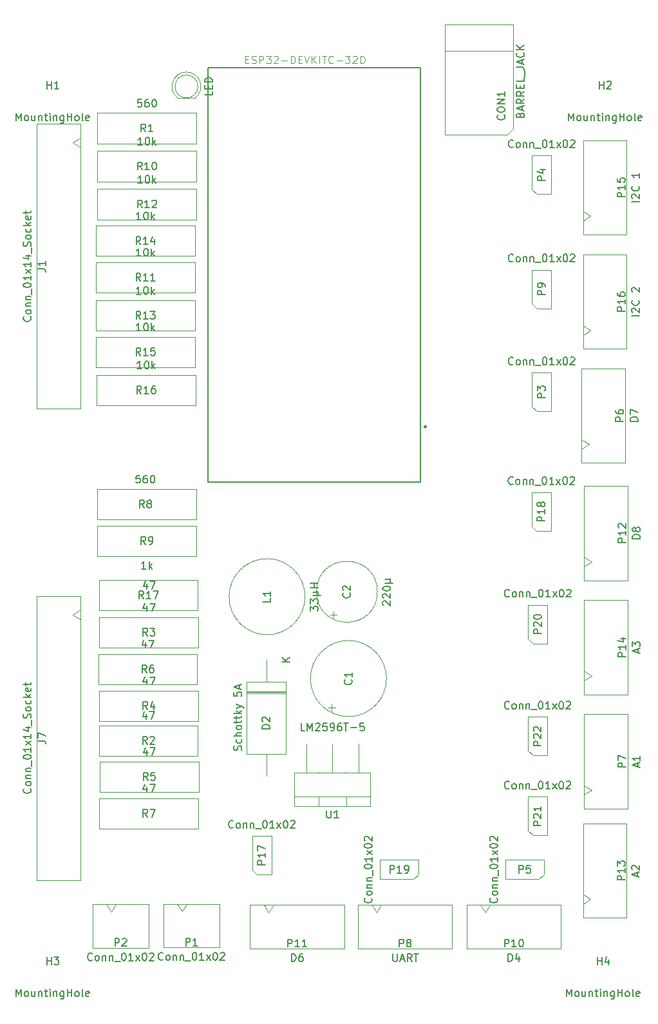
<source format=gbr>
%TF.GenerationSoftware,KiCad,Pcbnew,7.0.6*%
%TF.CreationDate,2023-07-24T15:49:14+01:00*%
%TF.ProjectId,new_board2,6e65775f-626f-4617-9264-322e6b696361,rev?*%
%TF.SameCoordinates,Original*%
%TF.FileFunction,AssemblyDrawing,Top*%
%FSLAX46Y46*%
G04 Gerber Fmt 4.6, Leading zero omitted, Abs format (unit mm)*
G04 Created by KiCad (PCBNEW 7.0.6) date 2023-07-24 15:49:14*
%MOMM*%
%LPD*%
G01*
G04 APERTURE LIST*
%ADD10C,0.150000*%
%ADD11C,0.015000*%
%ADD12C,0.100000*%
%ADD13C,0.127000*%
%ADD14C,0.280000*%
G04 APERTURE END LIST*
D10*
X207304285Y-164674819D02*
X207304285Y-163674819D01*
X207304285Y-163674819D02*
X207637618Y-164389104D01*
X207637618Y-164389104D02*
X207970951Y-163674819D01*
X207970951Y-163674819D02*
X207970951Y-164674819D01*
X208589999Y-164674819D02*
X208494761Y-164627200D01*
X208494761Y-164627200D02*
X208447142Y-164579580D01*
X208447142Y-164579580D02*
X208399523Y-164484342D01*
X208399523Y-164484342D02*
X208399523Y-164198628D01*
X208399523Y-164198628D02*
X208447142Y-164103390D01*
X208447142Y-164103390D02*
X208494761Y-164055771D01*
X208494761Y-164055771D02*
X208589999Y-164008152D01*
X208589999Y-164008152D02*
X208732856Y-164008152D01*
X208732856Y-164008152D02*
X208828094Y-164055771D01*
X208828094Y-164055771D02*
X208875713Y-164103390D01*
X208875713Y-164103390D02*
X208923332Y-164198628D01*
X208923332Y-164198628D02*
X208923332Y-164484342D01*
X208923332Y-164484342D02*
X208875713Y-164579580D01*
X208875713Y-164579580D02*
X208828094Y-164627200D01*
X208828094Y-164627200D02*
X208732856Y-164674819D01*
X208732856Y-164674819D02*
X208589999Y-164674819D01*
X209780475Y-164008152D02*
X209780475Y-164674819D01*
X209351904Y-164008152D02*
X209351904Y-164531961D01*
X209351904Y-164531961D02*
X209399523Y-164627200D01*
X209399523Y-164627200D02*
X209494761Y-164674819D01*
X209494761Y-164674819D02*
X209637618Y-164674819D01*
X209637618Y-164674819D02*
X209732856Y-164627200D01*
X209732856Y-164627200D02*
X209780475Y-164579580D01*
X210256666Y-164008152D02*
X210256666Y-164674819D01*
X210256666Y-164103390D02*
X210304285Y-164055771D01*
X210304285Y-164055771D02*
X210399523Y-164008152D01*
X210399523Y-164008152D02*
X210542380Y-164008152D01*
X210542380Y-164008152D02*
X210637618Y-164055771D01*
X210637618Y-164055771D02*
X210685237Y-164151009D01*
X210685237Y-164151009D02*
X210685237Y-164674819D01*
X211018571Y-164008152D02*
X211399523Y-164008152D01*
X211161428Y-163674819D02*
X211161428Y-164531961D01*
X211161428Y-164531961D02*
X211209047Y-164627200D01*
X211209047Y-164627200D02*
X211304285Y-164674819D01*
X211304285Y-164674819D02*
X211399523Y-164674819D01*
X211732857Y-164674819D02*
X211732857Y-164008152D01*
X211732857Y-163674819D02*
X211685238Y-163722438D01*
X211685238Y-163722438D02*
X211732857Y-163770057D01*
X211732857Y-163770057D02*
X211780476Y-163722438D01*
X211780476Y-163722438D02*
X211732857Y-163674819D01*
X211732857Y-163674819D02*
X211732857Y-163770057D01*
X212209047Y-164008152D02*
X212209047Y-164674819D01*
X212209047Y-164103390D02*
X212256666Y-164055771D01*
X212256666Y-164055771D02*
X212351904Y-164008152D01*
X212351904Y-164008152D02*
X212494761Y-164008152D01*
X212494761Y-164008152D02*
X212589999Y-164055771D01*
X212589999Y-164055771D02*
X212637618Y-164151009D01*
X212637618Y-164151009D02*
X212637618Y-164674819D01*
X213542380Y-164008152D02*
X213542380Y-164817676D01*
X213542380Y-164817676D02*
X213494761Y-164912914D01*
X213494761Y-164912914D02*
X213447142Y-164960533D01*
X213447142Y-164960533D02*
X213351904Y-165008152D01*
X213351904Y-165008152D02*
X213209047Y-165008152D01*
X213209047Y-165008152D02*
X213113809Y-164960533D01*
X213542380Y-164627200D02*
X213447142Y-164674819D01*
X213447142Y-164674819D02*
X213256666Y-164674819D01*
X213256666Y-164674819D02*
X213161428Y-164627200D01*
X213161428Y-164627200D02*
X213113809Y-164579580D01*
X213113809Y-164579580D02*
X213066190Y-164484342D01*
X213066190Y-164484342D02*
X213066190Y-164198628D01*
X213066190Y-164198628D02*
X213113809Y-164103390D01*
X213113809Y-164103390D02*
X213161428Y-164055771D01*
X213161428Y-164055771D02*
X213256666Y-164008152D01*
X213256666Y-164008152D02*
X213447142Y-164008152D01*
X213447142Y-164008152D02*
X213542380Y-164055771D01*
X214018571Y-164674819D02*
X214018571Y-163674819D01*
X214018571Y-164151009D02*
X214589999Y-164151009D01*
X214589999Y-164674819D02*
X214589999Y-163674819D01*
X215209047Y-164674819D02*
X215113809Y-164627200D01*
X215113809Y-164627200D02*
X215066190Y-164579580D01*
X215066190Y-164579580D02*
X215018571Y-164484342D01*
X215018571Y-164484342D02*
X215018571Y-164198628D01*
X215018571Y-164198628D02*
X215066190Y-164103390D01*
X215066190Y-164103390D02*
X215113809Y-164055771D01*
X215113809Y-164055771D02*
X215209047Y-164008152D01*
X215209047Y-164008152D02*
X215351904Y-164008152D01*
X215351904Y-164008152D02*
X215447142Y-164055771D01*
X215447142Y-164055771D02*
X215494761Y-164103390D01*
X215494761Y-164103390D02*
X215542380Y-164198628D01*
X215542380Y-164198628D02*
X215542380Y-164484342D01*
X215542380Y-164484342D02*
X215494761Y-164579580D01*
X215494761Y-164579580D02*
X215447142Y-164627200D01*
X215447142Y-164627200D02*
X215351904Y-164674819D01*
X215351904Y-164674819D02*
X215209047Y-164674819D01*
X216113809Y-164674819D02*
X216018571Y-164627200D01*
X216018571Y-164627200D02*
X215970952Y-164531961D01*
X215970952Y-164531961D02*
X215970952Y-163674819D01*
X216875714Y-164627200D02*
X216780476Y-164674819D01*
X216780476Y-164674819D02*
X216590000Y-164674819D01*
X216590000Y-164674819D02*
X216494762Y-164627200D01*
X216494762Y-164627200D02*
X216447143Y-164531961D01*
X216447143Y-164531961D02*
X216447143Y-164151009D01*
X216447143Y-164151009D02*
X216494762Y-164055771D01*
X216494762Y-164055771D02*
X216590000Y-164008152D01*
X216590000Y-164008152D02*
X216780476Y-164008152D01*
X216780476Y-164008152D02*
X216875714Y-164055771D01*
X216875714Y-164055771D02*
X216923333Y-164151009D01*
X216923333Y-164151009D02*
X216923333Y-164246247D01*
X216923333Y-164246247D02*
X216447143Y-164341485D01*
X211328095Y-160474819D02*
X211328095Y-159474819D01*
X211328095Y-159951009D02*
X211899523Y-159951009D01*
X211899523Y-160474819D02*
X211899523Y-159474819D01*
X212804285Y-159808152D02*
X212804285Y-160474819D01*
X212566190Y-159427200D02*
X212328095Y-160141485D01*
X212328095Y-160141485D02*
X212947142Y-160141485D01*
X134914285Y-164674819D02*
X134914285Y-163674819D01*
X134914285Y-163674819D02*
X135247618Y-164389104D01*
X135247618Y-164389104D02*
X135580951Y-163674819D01*
X135580951Y-163674819D02*
X135580951Y-164674819D01*
X136199999Y-164674819D02*
X136104761Y-164627200D01*
X136104761Y-164627200D02*
X136057142Y-164579580D01*
X136057142Y-164579580D02*
X136009523Y-164484342D01*
X136009523Y-164484342D02*
X136009523Y-164198628D01*
X136009523Y-164198628D02*
X136057142Y-164103390D01*
X136057142Y-164103390D02*
X136104761Y-164055771D01*
X136104761Y-164055771D02*
X136199999Y-164008152D01*
X136199999Y-164008152D02*
X136342856Y-164008152D01*
X136342856Y-164008152D02*
X136438094Y-164055771D01*
X136438094Y-164055771D02*
X136485713Y-164103390D01*
X136485713Y-164103390D02*
X136533332Y-164198628D01*
X136533332Y-164198628D02*
X136533332Y-164484342D01*
X136533332Y-164484342D02*
X136485713Y-164579580D01*
X136485713Y-164579580D02*
X136438094Y-164627200D01*
X136438094Y-164627200D02*
X136342856Y-164674819D01*
X136342856Y-164674819D02*
X136199999Y-164674819D01*
X137390475Y-164008152D02*
X137390475Y-164674819D01*
X136961904Y-164008152D02*
X136961904Y-164531961D01*
X136961904Y-164531961D02*
X137009523Y-164627200D01*
X137009523Y-164627200D02*
X137104761Y-164674819D01*
X137104761Y-164674819D02*
X137247618Y-164674819D01*
X137247618Y-164674819D02*
X137342856Y-164627200D01*
X137342856Y-164627200D02*
X137390475Y-164579580D01*
X137866666Y-164008152D02*
X137866666Y-164674819D01*
X137866666Y-164103390D02*
X137914285Y-164055771D01*
X137914285Y-164055771D02*
X138009523Y-164008152D01*
X138009523Y-164008152D02*
X138152380Y-164008152D01*
X138152380Y-164008152D02*
X138247618Y-164055771D01*
X138247618Y-164055771D02*
X138295237Y-164151009D01*
X138295237Y-164151009D02*
X138295237Y-164674819D01*
X138628571Y-164008152D02*
X139009523Y-164008152D01*
X138771428Y-163674819D02*
X138771428Y-164531961D01*
X138771428Y-164531961D02*
X138819047Y-164627200D01*
X138819047Y-164627200D02*
X138914285Y-164674819D01*
X138914285Y-164674819D02*
X139009523Y-164674819D01*
X139342857Y-164674819D02*
X139342857Y-164008152D01*
X139342857Y-163674819D02*
X139295238Y-163722438D01*
X139295238Y-163722438D02*
X139342857Y-163770057D01*
X139342857Y-163770057D02*
X139390476Y-163722438D01*
X139390476Y-163722438D02*
X139342857Y-163674819D01*
X139342857Y-163674819D02*
X139342857Y-163770057D01*
X139819047Y-164008152D02*
X139819047Y-164674819D01*
X139819047Y-164103390D02*
X139866666Y-164055771D01*
X139866666Y-164055771D02*
X139961904Y-164008152D01*
X139961904Y-164008152D02*
X140104761Y-164008152D01*
X140104761Y-164008152D02*
X140199999Y-164055771D01*
X140199999Y-164055771D02*
X140247618Y-164151009D01*
X140247618Y-164151009D02*
X140247618Y-164674819D01*
X141152380Y-164008152D02*
X141152380Y-164817676D01*
X141152380Y-164817676D02*
X141104761Y-164912914D01*
X141104761Y-164912914D02*
X141057142Y-164960533D01*
X141057142Y-164960533D02*
X140961904Y-165008152D01*
X140961904Y-165008152D02*
X140819047Y-165008152D01*
X140819047Y-165008152D02*
X140723809Y-164960533D01*
X141152380Y-164627200D02*
X141057142Y-164674819D01*
X141057142Y-164674819D02*
X140866666Y-164674819D01*
X140866666Y-164674819D02*
X140771428Y-164627200D01*
X140771428Y-164627200D02*
X140723809Y-164579580D01*
X140723809Y-164579580D02*
X140676190Y-164484342D01*
X140676190Y-164484342D02*
X140676190Y-164198628D01*
X140676190Y-164198628D02*
X140723809Y-164103390D01*
X140723809Y-164103390D02*
X140771428Y-164055771D01*
X140771428Y-164055771D02*
X140866666Y-164008152D01*
X140866666Y-164008152D02*
X141057142Y-164008152D01*
X141057142Y-164008152D02*
X141152380Y-164055771D01*
X141628571Y-164674819D02*
X141628571Y-163674819D01*
X141628571Y-164151009D02*
X142199999Y-164151009D01*
X142199999Y-164674819D02*
X142199999Y-163674819D01*
X142819047Y-164674819D02*
X142723809Y-164627200D01*
X142723809Y-164627200D02*
X142676190Y-164579580D01*
X142676190Y-164579580D02*
X142628571Y-164484342D01*
X142628571Y-164484342D02*
X142628571Y-164198628D01*
X142628571Y-164198628D02*
X142676190Y-164103390D01*
X142676190Y-164103390D02*
X142723809Y-164055771D01*
X142723809Y-164055771D02*
X142819047Y-164008152D01*
X142819047Y-164008152D02*
X142961904Y-164008152D01*
X142961904Y-164008152D02*
X143057142Y-164055771D01*
X143057142Y-164055771D02*
X143104761Y-164103390D01*
X143104761Y-164103390D02*
X143152380Y-164198628D01*
X143152380Y-164198628D02*
X143152380Y-164484342D01*
X143152380Y-164484342D02*
X143104761Y-164579580D01*
X143104761Y-164579580D02*
X143057142Y-164627200D01*
X143057142Y-164627200D02*
X142961904Y-164674819D01*
X142961904Y-164674819D02*
X142819047Y-164674819D01*
X143723809Y-164674819D02*
X143628571Y-164627200D01*
X143628571Y-164627200D02*
X143580952Y-164531961D01*
X143580952Y-164531961D02*
X143580952Y-163674819D01*
X144485714Y-164627200D02*
X144390476Y-164674819D01*
X144390476Y-164674819D02*
X144200000Y-164674819D01*
X144200000Y-164674819D02*
X144104762Y-164627200D01*
X144104762Y-164627200D02*
X144057143Y-164531961D01*
X144057143Y-164531961D02*
X144057143Y-164151009D01*
X144057143Y-164151009D02*
X144104762Y-164055771D01*
X144104762Y-164055771D02*
X144200000Y-164008152D01*
X144200000Y-164008152D02*
X144390476Y-164008152D01*
X144390476Y-164008152D02*
X144485714Y-164055771D01*
X144485714Y-164055771D02*
X144533333Y-164151009D01*
X144533333Y-164151009D02*
X144533333Y-164246247D01*
X144533333Y-164246247D02*
X144057143Y-164341485D01*
X138938095Y-160474819D02*
X138938095Y-159474819D01*
X138938095Y-159951009D02*
X139509523Y-159951009D01*
X139509523Y-160474819D02*
X139509523Y-159474819D01*
X139890476Y-159474819D02*
X140509523Y-159474819D01*
X140509523Y-159474819D02*
X140176190Y-159855771D01*
X140176190Y-159855771D02*
X140319047Y-159855771D01*
X140319047Y-159855771D02*
X140414285Y-159903390D01*
X140414285Y-159903390D02*
X140461904Y-159951009D01*
X140461904Y-159951009D02*
X140509523Y-160046247D01*
X140509523Y-160046247D02*
X140509523Y-160284342D01*
X140509523Y-160284342D02*
X140461904Y-160379580D01*
X140461904Y-160379580D02*
X140414285Y-160427200D01*
X140414285Y-160427200D02*
X140319047Y-160474819D01*
X140319047Y-160474819D02*
X140033333Y-160474819D01*
X140033333Y-160474819D02*
X139938095Y-160427200D01*
X139938095Y-160427200D02*
X139890476Y-160379580D01*
X207558285Y-49612819D02*
X207558285Y-48612819D01*
X207558285Y-48612819D02*
X207891618Y-49327104D01*
X207891618Y-49327104D02*
X208224951Y-48612819D01*
X208224951Y-48612819D02*
X208224951Y-49612819D01*
X208843999Y-49612819D02*
X208748761Y-49565200D01*
X208748761Y-49565200D02*
X208701142Y-49517580D01*
X208701142Y-49517580D02*
X208653523Y-49422342D01*
X208653523Y-49422342D02*
X208653523Y-49136628D01*
X208653523Y-49136628D02*
X208701142Y-49041390D01*
X208701142Y-49041390D02*
X208748761Y-48993771D01*
X208748761Y-48993771D02*
X208843999Y-48946152D01*
X208843999Y-48946152D02*
X208986856Y-48946152D01*
X208986856Y-48946152D02*
X209082094Y-48993771D01*
X209082094Y-48993771D02*
X209129713Y-49041390D01*
X209129713Y-49041390D02*
X209177332Y-49136628D01*
X209177332Y-49136628D02*
X209177332Y-49422342D01*
X209177332Y-49422342D02*
X209129713Y-49517580D01*
X209129713Y-49517580D02*
X209082094Y-49565200D01*
X209082094Y-49565200D02*
X208986856Y-49612819D01*
X208986856Y-49612819D02*
X208843999Y-49612819D01*
X210034475Y-48946152D02*
X210034475Y-49612819D01*
X209605904Y-48946152D02*
X209605904Y-49469961D01*
X209605904Y-49469961D02*
X209653523Y-49565200D01*
X209653523Y-49565200D02*
X209748761Y-49612819D01*
X209748761Y-49612819D02*
X209891618Y-49612819D01*
X209891618Y-49612819D02*
X209986856Y-49565200D01*
X209986856Y-49565200D02*
X210034475Y-49517580D01*
X210510666Y-48946152D02*
X210510666Y-49612819D01*
X210510666Y-49041390D02*
X210558285Y-48993771D01*
X210558285Y-48993771D02*
X210653523Y-48946152D01*
X210653523Y-48946152D02*
X210796380Y-48946152D01*
X210796380Y-48946152D02*
X210891618Y-48993771D01*
X210891618Y-48993771D02*
X210939237Y-49089009D01*
X210939237Y-49089009D02*
X210939237Y-49612819D01*
X211272571Y-48946152D02*
X211653523Y-48946152D01*
X211415428Y-48612819D02*
X211415428Y-49469961D01*
X211415428Y-49469961D02*
X211463047Y-49565200D01*
X211463047Y-49565200D02*
X211558285Y-49612819D01*
X211558285Y-49612819D02*
X211653523Y-49612819D01*
X211986857Y-49612819D02*
X211986857Y-48946152D01*
X211986857Y-48612819D02*
X211939238Y-48660438D01*
X211939238Y-48660438D02*
X211986857Y-48708057D01*
X211986857Y-48708057D02*
X212034476Y-48660438D01*
X212034476Y-48660438D02*
X211986857Y-48612819D01*
X211986857Y-48612819D02*
X211986857Y-48708057D01*
X212463047Y-48946152D02*
X212463047Y-49612819D01*
X212463047Y-49041390D02*
X212510666Y-48993771D01*
X212510666Y-48993771D02*
X212605904Y-48946152D01*
X212605904Y-48946152D02*
X212748761Y-48946152D01*
X212748761Y-48946152D02*
X212843999Y-48993771D01*
X212843999Y-48993771D02*
X212891618Y-49089009D01*
X212891618Y-49089009D02*
X212891618Y-49612819D01*
X213796380Y-48946152D02*
X213796380Y-49755676D01*
X213796380Y-49755676D02*
X213748761Y-49850914D01*
X213748761Y-49850914D02*
X213701142Y-49898533D01*
X213701142Y-49898533D02*
X213605904Y-49946152D01*
X213605904Y-49946152D02*
X213463047Y-49946152D01*
X213463047Y-49946152D02*
X213367809Y-49898533D01*
X213796380Y-49565200D02*
X213701142Y-49612819D01*
X213701142Y-49612819D02*
X213510666Y-49612819D01*
X213510666Y-49612819D02*
X213415428Y-49565200D01*
X213415428Y-49565200D02*
X213367809Y-49517580D01*
X213367809Y-49517580D02*
X213320190Y-49422342D01*
X213320190Y-49422342D02*
X213320190Y-49136628D01*
X213320190Y-49136628D02*
X213367809Y-49041390D01*
X213367809Y-49041390D02*
X213415428Y-48993771D01*
X213415428Y-48993771D02*
X213510666Y-48946152D01*
X213510666Y-48946152D02*
X213701142Y-48946152D01*
X213701142Y-48946152D02*
X213796380Y-48993771D01*
X214272571Y-49612819D02*
X214272571Y-48612819D01*
X214272571Y-49089009D02*
X214843999Y-49089009D01*
X214843999Y-49612819D02*
X214843999Y-48612819D01*
X215463047Y-49612819D02*
X215367809Y-49565200D01*
X215367809Y-49565200D02*
X215320190Y-49517580D01*
X215320190Y-49517580D02*
X215272571Y-49422342D01*
X215272571Y-49422342D02*
X215272571Y-49136628D01*
X215272571Y-49136628D02*
X215320190Y-49041390D01*
X215320190Y-49041390D02*
X215367809Y-48993771D01*
X215367809Y-48993771D02*
X215463047Y-48946152D01*
X215463047Y-48946152D02*
X215605904Y-48946152D01*
X215605904Y-48946152D02*
X215701142Y-48993771D01*
X215701142Y-48993771D02*
X215748761Y-49041390D01*
X215748761Y-49041390D02*
X215796380Y-49136628D01*
X215796380Y-49136628D02*
X215796380Y-49422342D01*
X215796380Y-49422342D02*
X215748761Y-49517580D01*
X215748761Y-49517580D02*
X215701142Y-49565200D01*
X215701142Y-49565200D02*
X215605904Y-49612819D01*
X215605904Y-49612819D02*
X215463047Y-49612819D01*
X216367809Y-49612819D02*
X216272571Y-49565200D01*
X216272571Y-49565200D02*
X216224952Y-49469961D01*
X216224952Y-49469961D02*
X216224952Y-48612819D01*
X217129714Y-49565200D02*
X217034476Y-49612819D01*
X217034476Y-49612819D02*
X216844000Y-49612819D01*
X216844000Y-49612819D02*
X216748762Y-49565200D01*
X216748762Y-49565200D02*
X216701143Y-49469961D01*
X216701143Y-49469961D02*
X216701143Y-49089009D01*
X216701143Y-49089009D02*
X216748762Y-48993771D01*
X216748762Y-48993771D02*
X216844000Y-48946152D01*
X216844000Y-48946152D02*
X217034476Y-48946152D01*
X217034476Y-48946152D02*
X217129714Y-48993771D01*
X217129714Y-48993771D02*
X217177333Y-49089009D01*
X217177333Y-49089009D02*
X217177333Y-49184247D01*
X217177333Y-49184247D02*
X216701143Y-49279485D01*
X211582095Y-45412819D02*
X211582095Y-44412819D01*
X211582095Y-44889009D02*
X212153523Y-44889009D01*
X212153523Y-45412819D02*
X212153523Y-44412819D01*
X212582095Y-44508057D02*
X212629714Y-44460438D01*
X212629714Y-44460438D02*
X212724952Y-44412819D01*
X212724952Y-44412819D02*
X212963047Y-44412819D01*
X212963047Y-44412819D02*
X213058285Y-44460438D01*
X213058285Y-44460438D02*
X213105904Y-44508057D01*
X213105904Y-44508057D02*
X213153523Y-44603295D01*
X213153523Y-44603295D02*
X213153523Y-44698533D01*
X213153523Y-44698533D02*
X213105904Y-44841390D01*
X213105904Y-44841390D02*
X212534476Y-45412819D01*
X212534476Y-45412819D02*
X213153523Y-45412819D01*
X134914285Y-49612819D02*
X134914285Y-48612819D01*
X134914285Y-48612819D02*
X135247618Y-49327104D01*
X135247618Y-49327104D02*
X135580951Y-48612819D01*
X135580951Y-48612819D02*
X135580951Y-49612819D01*
X136199999Y-49612819D02*
X136104761Y-49565200D01*
X136104761Y-49565200D02*
X136057142Y-49517580D01*
X136057142Y-49517580D02*
X136009523Y-49422342D01*
X136009523Y-49422342D02*
X136009523Y-49136628D01*
X136009523Y-49136628D02*
X136057142Y-49041390D01*
X136057142Y-49041390D02*
X136104761Y-48993771D01*
X136104761Y-48993771D02*
X136199999Y-48946152D01*
X136199999Y-48946152D02*
X136342856Y-48946152D01*
X136342856Y-48946152D02*
X136438094Y-48993771D01*
X136438094Y-48993771D02*
X136485713Y-49041390D01*
X136485713Y-49041390D02*
X136533332Y-49136628D01*
X136533332Y-49136628D02*
X136533332Y-49422342D01*
X136533332Y-49422342D02*
X136485713Y-49517580D01*
X136485713Y-49517580D02*
X136438094Y-49565200D01*
X136438094Y-49565200D02*
X136342856Y-49612819D01*
X136342856Y-49612819D02*
X136199999Y-49612819D01*
X137390475Y-48946152D02*
X137390475Y-49612819D01*
X136961904Y-48946152D02*
X136961904Y-49469961D01*
X136961904Y-49469961D02*
X137009523Y-49565200D01*
X137009523Y-49565200D02*
X137104761Y-49612819D01*
X137104761Y-49612819D02*
X137247618Y-49612819D01*
X137247618Y-49612819D02*
X137342856Y-49565200D01*
X137342856Y-49565200D02*
X137390475Y-49517580D01*
X137866666Y-48946152D02*
X137866666Y-49612819D01*
X137866666Y-49041390D02*
X137914285Y-48993771D01*
X137914285Y-48993771D02*
X138009523Y-48946152D01*
X138009523Y-48946152D02*
X138152380Y-48946152D01*
X138152380Y-48946152D02*
X138247618Y-48993771D01*
X138247618Y-48993771D02*
X138295237Y-49089009D01*
X138295237Y-49089009D02*
X138295237Y-49612819D01*
X138628571Y-48946152D02*
X139009523Y-48946152D01*
X138771428Y-48612819D02*
X138771428Y-49469961D01*
X138771428Y-49469961D02*
X138819047Y-49565200D01*
X138819047Y-49565200D02*
X138914285Y-49612819D01*
X138914285Y-49612819D02*
X139009523Y-49612819D01*
X139342857Y-49612819D02*
X139342857Y-48946152D01*
X139342857Y-48612819D02*
X139295238Y-48660438D01*
X139295238Y-48660438D02*
X139342857Y-48708057D01*
X139342857Y-48708057D02*
X139390476Y-48660438D01*
X139390476Y-48660438D02*
X139342857Y-48612819D01*
X139342857Y-48612819D02*
X139342857Y-48708057D01*
X139819047Y-48946152D02*
X139819047Y-49612819D01*
X139819047Y-49041390D02*
X139866666Y-48993771D01*
X139866666Y-48993771D02*
X139961904Y-48946152D01*
X139961904Y-48946152D02*
X140104761Y-48946152D01*
X140104761Y-48946152D02*
X140199999Y-48993771D01*
X140199999Y-48993771D02*
X140247618Y-49089009D01*
X140247618Y-49089009D02*
X140247618Y-49612819D01*
X141152380Y-48946152D02*
X141152380Y-49755676D01*
X141152380Y-49755676D02*
X141104761Y-49850914D01*
X141104761Y-49850914D02*
X141057142Y-49898533D01*
X141057142Y-49898533D02*
X140961904Y-49946152D01*
X140961904Y-49946152D02*
X140819047Y-49946152D01*
X140819047Y-49946152D02*
X140723809Y-49898533D01*
X141152380Y-49565200D02*
X141057142Y-49612819D01*
X141057142Y-49612819D02*
X140866666Y-49612819D01*
X140866666Y-49612819D02*
X140771428Y-49565200D01*
X140771428Y-49565200D02*
X140723809Y-49517580D01*
X140723809Y-49517580D02*
X140676190Y-49422342D01*
X140676190Y-49422342D02*
X140676190Y-49136628D01*
X140676190Y-49136628D02*
X140723809Y-49041390D01*
X140723809Y-49041390D02*
X140771428Y-48993771D01*
X140771428Y-48993771D02*
X140866666Y-48946152D01*
X140866666Y-48946152D02*
X141057142Y-48946152D01*
X141057142Y-48946152D02*
X141152380Y-48993771D01*
X141628571Y-49612819D02*
X141628571Y-48612819D01*
X141628571Y-49089009D02*
X142199999Y-49089009D01*
X142199999Y-49612819D02*
X142199999Y-48612819D01*
X142819047Y-49612819D02*
X142723809Y-49565200D01*
X142723809Y-49565200D02*
X142676190Y-49517580D01*
X142676190Y-49517580D02*
X142628571Y-49422342D01*
X142628571Y-49422342D02*
X142628571Y-49136628D01*
X142628571Y-49136628D02*
X142676190Y-49041390D01*
X142676190Y-49041390D02*
X142723809Y-48993771D01*
X142723809Y-48993771D02*
X142819047Y-48946152D01*
X142819047Y-48946152D02*
X142961904Y-48946152D01*
X142961904Y-48946152D02*
X143057142Y-48993771D01*
X143057142Y-48993771D02*
X143104761Y-49041390D01*
X143104761Y-49041390D02*
X143152380Y-49136628D01*
X143152380Y-49136628D02*
X143152380Y-49422342D01*
X143152380Y-49422342D02*
X143104761Y-49517580D01*
X143104761Y-49517580D02*
X143057142Y-49565200D01*
X143057142Y-49565200D02*
X142961904Y-49612819D01*
X142961904Y-49612819D02*
X142819047Y-49612819D01*
X143723809Y-49612819D02*
X143628571Y-49565200D01*
X143628571Y-49565200D02*
X143580952Y-49469961D01*
X143580952Y-49469961D02*
X143580952Y-48612819D01*
X144485714Y-49565200D02*
X144390476Y-49612819D01*
X144390476Y-49612819D02*
X144200000Y-49612819D01*
X144200000Y-49612819D02*
X144104762Y-49565200D01*
X144104762Y-49565200D02*
X144057143Y-49469961D01*
X144057143Y-49469961D02*
X144057143Y-49089009D01*
X144057143Y-49089009D02*
X144104762Y-48993771D01*
X144104762Y-48993771D02*
X144200000Y-48946152D01*
X144200000Y-48946152D02*
X144390476Y-48946152D01*
X144390476Y-48946152D02*
X144485714Y-48993771D01*
X144485714Y-48993771D02*
X144533333Y-49089009D01*
X144533333Y-49089009D02*
X144533333Y-49184247D01*
X144533333Y-49184247D02*
X144057143Y-49279485D01*
X138938095Y-45412819D02*
X138938095Y-44412819D01*
X138938095Y-44889009D02*
X139509523Y-44889009D01*
X139509523Y-45412819D02*
X139509523Y-44412819D01*
X140509523Y-45412819D02*
X139938095Y-45412819D01*
X140223809Y-45412819D02*
X140223809Y-44412819D01*
X140223809Y-44412819D02*
X140128571Y-44555676D01*
X140128571Y-44555676D02*
X140033333Y-44650914D01*
X140033333Y-44650914D02*
X139938095Y-44698533D01*
X216569104Y-148864285D02*
X216569104Y-148388095D01*
X216854819Y-148959523D02*
X215854819Y-148626190D01*
X215854819Y-148626190D02*
X216854819Y-148292857D01*
X215950057Y-148007142D02*
X215902438Y-147959523D01*
X215902438Y-147959523D02*
X215854819Y-147864285D01*
X215854819Y-147864285D02*
X215854819Y-147626190D01*
X215854819Y-147626190D02*
X215902438Y-147530952D01*
X215902438Y-147530952D02*
X215950057Y-147483333D01*
X215950057Y-147483333D02*
X216045295Y-147435714D01*
X216045295Y-147435714D02*
X216140533Y-147435714D01*
X216140533Y-147435714D02*
X216283390Y-147483333D01*
X216283390Y-147483333D02*
X216854819Y-148054761D01*
X216854819Y-148054761D02*
X216854819Y-147435714D01*
X214954819Y-149364285D02*
X213954819Y-149364285D01*
X213954819Y-149364285D02*
X213954819Y-148983333D01*
X213954819Y-148983333D02*
X214002438Y-148888095D01*
X214002438Y-148888095D02*
X214050057Y-148840476D01*
X214050057Y-148840476D02*
X214145295Y-148792857D01*
X214145295Y-148792857D02*
X214288152Y-148792857D01*
X214288152Y-148792857D02*
X214383390Y-148840476D01*
X214383390Y-148840476D02*
X214431009Y-148888095D01*
X214431009Y-148888095D02*
X214478628Y-148983333D01*
X214478628Y-148983333D02*
X214478628Y-149364285D01*
X214954819Y-147840476D02*
X214954819Y-148411904D01*
X214954819Y-148126190D02*
X213954819Y-148126190D01*
X213954819Y-148126190D02*
X214097676Y-148221428D01*
X214097676Y-148221428D02*
X214192914Y-148316666D01*
X214192914Y-148316666D02*
X214240533Y-148411904D01*
X213954819Y-147507142D02*
X213954819Y-146888095D01*
X213954819Y-146888095D02*
X214335771Y-147221428D01*
X214335771Y-147221428D02*
X214335771Y-147078571D01*
X214335771Y-147078571D02*
X214383390Y-146983333D01*
X214383390Y-146983333D02*
X214431009Y-146935714D01*
X214431009Y-146935714D02*
X214526247Y-146888095D01*
X214526247Y-146888095D02*
X214764342Y-146888095D01*
X214764342Y-146888095D02*
X214859580Y-146935714D01*
X214859580Y-146935714D02*
X214907200Y-146983333D01*
X214907200Y-146983333D02*
X214954819Y-147078571D01*
X214954819Y-147078571D02*
X214954819Y-147364285D01*
X214954819Y-147364285D02*
X214907200Y-147459523D01*
X214907200Y-147459523D02*
X214859580Y-147507142D01*
X216854819Y-75233332D02*
X215854819Y-75233332D01*
X215950057Y-74804761D02*
X215902438Y-74757142D01*
X215902438Y-74757142D02*
X215854819Y-74661904D01*
X215854819Y-74661904D02*
X215854819Y-74423809D01*
X215854819Y-74423809D02*
X215902438Y-74328571D01*
X215902438Y-74328571D02*
X215950057Y-74280952D01*
X215950057Y-74280952D02*
X216045295Y-74233333D01*
X216045295Y-74233333D02*
X216140533Y-74233333D01*
X216140533Y-74233333D02*
X216283390Y-74280952D01*
X216283390Y-74280952D02*
X216854819Y-74852380D01*
X216854819Y-74852380D02*
X216854819Y-74233333D01*
X216759580Y-73233333D02*
X216807200Y-73280952D01*
X216807200Y-73280952D02*
X216854819Y-73423809D01*
X216854819Y-73423809D02*
X216854819Y-73519047D01*
X216854819Y-73519047D02*
X216807200Y-73661904D01*
X216807200Y-73661904D02*
X216711961Y-73757142D01*
X216711961Y-73757142D02*
X216616723Y-73804761D01*
X216616723Y-73804761D02*
X216426247Y-73852380D01*
X216426247Y-73852380D02*
X216283390Y-73852380D01*
X216283390Y-73852380D02*
X216092914Y-73804761D01*
X216092914Y-73804761D02*
X215997676Y-73757142D01*
X215997676Y-73757142D02*
X215902438Y-73661904D01*
X215902438Y-73661904D02*
X215854819Y-73519047D01*
X215854819Y-73519047D02*
X215854819Y-73423809D01*
X215854819Y-73423809D02*
X215902438Y-73280952D01*
X215902438Y-73280952D02*
X215950057Y-73233333D01*
X215950057Y-72090475D02*
X215902438Y-72042856D01*
X215902438Y-72042856D02*
X215854819Y-71947618D01*
X215854819Y-71947618D02*
X215854819Y-71709523D01*
X215854819Y-71709523D02*
X215902438Y-71614285D01*
X215902438Y-71614285D02*
X215950057Y-71566666D01*
X215950057Y-71566666D02*
X216045295Y-71519047D01*
X216045295Y-71519047D02*
X216140533Y-71519047D01*
X216140533Y-71519047D02*
X216283390Y-71566666D01*
X216283390Y-71566666D02*
X216854819Y-72138094D01*
X216854819Y-72138094D02*
X216854819Y-71519047D01*
X214954819Y-74614285D02*
X213954819Y-74614285D01*
X213954819Y-74614285D02*
X213954819Y-74233333D01*
X213954819Y-74233333D02*
X214002438Y-74138095D01*
X214002438Y-74138095D02*
X214050057Y-74090476D01*
X214050057Y-74090476D02*
X214145295Y-74042857D01*
X214145295Y-74042857D02*
X214288152Y-74042857D01*
X214288152Y-74042857D02*
X214383390Y-74090476D01*
X214383390Y-74090476D02*
X214431009Y-74138095D01*
X214431009Y-74138095D02*
X214478628Y-74233333D01*
X214478628Y-74233333D02*
X214478628Y-74614285D01*
X214954819Y-73090476D02*
X214954819Y-73661904D01*
X214954819Y-73376190D02*
X213954819Y-73376190D01*
X213954819Y-73376190D02*
X214097676Y-73471428D01*
X214097676Y-73471428D02*
X214192914Y-73566666D01*
X214192914Y-73566666D02*
X214240533Y-73661904D01*
X213954819Y-72233333D02*
X213954819Y-72423809D01*
X213954819Y-72423809D02*
X214002438Y-72519047D01*
X214002438Y-72519047D02*
X214050057Y-72566666D01*
X214050057Y-72566666D02*
X214192914Y-72661904D01*
X214192914Y-72661904D02*
X214383390Y-72709523D01*
X214383390Y-72709523D02*
X214764342Y-72709523D01*
X214764342Y-72709523D02*
X214859580Y-72661904D01*
X214859580Y-72661904D02*
X214907200Y-72614285D01*
X214907200Y-72614285D02*
X214954819Y-72519047D01*
X214954819Y-72519047D02*
X214954819Y-72328571D01*
X214954819Y-72328571D02*
X214907200Y-72233333D01*
X214907200Y-72233333D02*
X214859580Y-72185714D01*
X214859580Y-72185714D02*
X214764342Y-72138095D01*
X214764342Y-72138095D02*
X214526247Y-72138095D01*
X214526247Y-72138095D02*
X214431009Y-72185714D01*
X214431009Y-72185714D02*
X214383390Y-72233333D01*
X214383390Y-72233333D02*
X214335771Y-72328571D01*
X214335771Y-72328571D02*
X214335771Y-72519047D01*
X214335771Y-72519047D02*
X214383390Y-72614285D01*
X214383390Y-72614285D02*
X214431009Y-72661904D01*
X214431009Y-72661904D02*
X214526247Y-72709523D01*
X216854819Y-60233332D02*
X215854819Y-60233332D01*
X215950057Y-59804761D02*
X215902438Y-59757142D01*
X215902438Y-59757142D02*
X215854819Y-59661904D01*
X215854819Y-59661904D02*
X215854819Y-59423809D01*
X215854819Y-59423809D02*
X215902438Y-59328571D01*
X215902438Y-59328571D02*
X215950057Y-59280952D01*
X215950057Y-59280952D02*
X216045295Y-59233333D01*
X216045295Y-59233333D02*
X216140533Y-59233333D01*
X216140533Y-59233333D02*
X216283390Y-59280952D01*
X216283390Y-59280952D02*
X216854819Y-59852380D01*
X216854819Y-59852380D02*
X216854819Y-59233333D01*
X216759580Y-58233333D02*
X216807200Y-58280952D01*
X216807200Y-58280952D02*
X216854819Y-58423809D01*
X216854819Y-58423809D02*
X216854819Y-58519047D01*
X216854819Y-58519047D02*
X216807200Y-58661904D01*
X216807200Y-58661904D02*
X216711961Y-58757142D01*
X216711961Y-58757142D02*
X216616723Y-58804761D01*
X216616723Y-58804761D02*
X216426247Y-58852380D01*
X216426247Y-58852380D02*
X216283390Y-58852380D01*
X216283390Y-58852380D02*
X216092914Y-58804761D01*
X216092914Y-58804761D02*
X215997676Y-58757142D01*
X215997676Y-58757142D02*
X215902438Y-58661904D01*
X215902438Y-58661904D02*
X215854819Y-58519047D01*
X215854819Y-58519047D02*
X215854819Y-58423809D01*
X215854819Y-58423809D02*
X215902438Y-58280952D01*
X215902438Y-58280952D02*
X215950057Y-58233333D01*
X216854819Y-56519047D02*
X216854819Y-57090475D01*
X216854819Y-56804761D02*
X215854819Y-56804761D01*
X215854819Y-56804761D02*
X215997676Y-56899999D01*
X215997676Y-56899999D02*
X216092914Y-56995237D01*
X216092914Y-56995237D02*
X216140533Y-57090475D01*
X214954819Y-59614285D02*
X213954819Y-59614285D01*
X213954819Y-59614285D02*
X213954819Y-59233333D01*
X213954819Y-59233333D02*
X214002438Y-59138095D01*
X214002438Y-59138095D02*
X214050057Y-59090476D01*
X214050057Y-59090476D02*
X214145295Y-59042857D01*
X214145295Y-59042857D02*
X214288152Y-59042857D01*
X214288152Y-59042857D02*
X214383390Y-59090476D01*
X214383390Y-59090476D02*
X214431009Y-59138095D01*
X214431009Y-59138095D02*
X214478628Y-59233333D01*
X214478628Y-59233333D02*
X214478628Y-59614285D01*
X214954819Y-58090476D02*
X214954819Y-58661904D01*
X214954819Y-58376190D02*
X213954819Y-58376190D01*
X213954819Y-58376190D02*
X214097676Y-58471428D01*
X214097676Y-58471428D02*
X214192914Y-58566666D01*
X214192914Y-58566666D02*
X214240533Y-58661904D01*
X213954819Y-57185714D02*
X213954819Y-57661904D01*
X213954819Y-57661904D02*
X214431009Y-57709523D01*
X214431009Y-57709523D02*
X214383390Y-57661904D01*
X214383390Y-57661904D02*
X214335771Y-57566666D01*
X214335771Y-57566666D02*
X214335771Y-57328571D01*
X214335771Y-57328571D02*
X214383390Y-57233333D01*
X214383390Y-57233333D02*
X214431009Y-57185714D01*
X214431009Y-57185714D02*
X214526247Y-57138095D01*
X214526247Y-57138095D02*
X214764342Y-57138095D01*
X214764342Y-57138095D02*
X214859580Y-57185714D01*
X214859580Y-57185714D02*
X214907200Y-57233333D01*
X214907200Y-57233333D02*
X214954819Y-57328571D01*
X214954819Y-57328571D02*
X214954819Y-57566666D01*
X214954819Y-57566666D02*
X214907200Y-57661904D01*
X214907200Y-57661904D02*
X214859580Y-57709523D01*
X216669104Y-119514285D02*
X216669104Y-119038095D01*
X216954819Y-119609523D02*
X215954819Y-119276190D01*
X215954819Y-119276190D02*
X216954819Y-118942857D01*
X215954819Y-118704761D02*
X215954819Y-118085714D01*
X215954819Y-118085714D02*
X216335771Y-118419047D01*
X216335771Y-118419047D02*
X216335771Y-118276190D01*
X216335771Y-118276190D02*
X216383390Y-118180952D01*
X216383390Y-118180952D02*
X216431009Y-118133333D01*
X216431009Y-118133333D02*
X216526247Y-118085714D01*
X216526247Y-118085714D02*
X216764342Y-118085714D01*
X216764342Y-118085714D02*
X216859580Y-118133333D01*
X216859580Y-118133333D02*
X216907200Y-118180952D01*
X216907200Y-118180952D02*
X216954819Y-118276190D01*
X216954819Y-118276190D02*
X216954819Y-118561904D01*
X216954819Y-118561904D02*
X216907200Y-118657142D01*
X216907200Y-118657142D02*
X216859580Y-118704761D01*
X215054819Y-120014285D02*
X214054819Y-120014285D01*
X214054819Y-120014285D02*
X214054819Y-119633333D01*
X214054819Y-119633333D02*
X214102438Y-119538095D01*
X214102438Y-119538095D02*
X214150057Y-119490476D01*
X214150057Y-119490476D02*
X214245295Y-119442857D01*
X214245295Y-119442857D02*
X214388152Y-119442857D01*
X214388152Y-119442857D02*
X214483390Y-119490476D01*
X214483390Y-119490476D02*
X214531009Y-119538095D01*
X214531009Y-119538095D02*
X214578628Y-119633333D01*
X214578628Y-119633333D02*
X214578628Y-120014285D01*
X215054819Y-118490476D02*
X215054819Y-119061904D01*
X215054819Y-118776190D02*
X214054819Y-118776190D01*
X214054819Y-118776190D02*
X214197676Y-118871428D01*
X214197676Y-118871428D02*
X214292914Y-118966666D01*
X214292914Y-118966666D02*
X214340533Y-119061904D01*
X214388152Y-117633333D02*
X215054819Y-117633333D01*
X214007200Y-117871428D02*
X214721485Y-118109523D01*
X214721485Y-118109523D02*
X214721485Y-117490476D01*
X216954819Y-104538094D02*
X215954819Y-104538094D01*
X215954819Y-104538094D02*
X215954819Y-104299999D01*
X215954819Y-104299999D02*
X216002438Y-104157142D01*
X216002438Y-104157142D02*
X216097676Y-104061904D01*
X216097676Y-104061904D02*
X216192914Y-104014285D01*
X216192914Y-104014285D02*
X216383390Y-103966666D01*
X216383390Y-103966666D02*
X216526247Y-103966666D01*
X216526247Y-103966666D02*
X216716723Y-104014285D01*
X216716723Y-104014285D02*
X216811961Y-104061904D01*
X216811961Y-104061904D02*
X216907200Y-104157142D01*
X216907200Y-104157142D02*
X216954819Y-104299999D01*
X216954819Y-104299999D02*
X216954819Y-104538094D01*
X216383390Y-103395237D02*
X216335771Y-103490475D01*
X216335771Y-103490475D02*
X216288152Y-103538094D01*
X216288152Y-103538094D02*
X216192914Y-103585713D01*
X216192914Y-103585713D02*
X216145295Y-103585713D01*
X216145295Y-103585713D02*
X216050057Y-103538094D01*
X216050057Y-103538094D02*
X216002438Y-103490475D01*
X216002438Y-103490475D02*
X215954819Y-103395237D01*
X215954819Y-103395237D02*
X215954819Y-103204761D01*
X215954819Y-103204761D02*
X216002438Y-103109523D01*
X216002438Y-103109523D02*
X216050057Y-103061904D01*
X216050057Y-103061904D02*
X216145295Y-103014285D01*
X216145295Y-103014285D02*
X216192914Y-103014285D01*
X216192914Y-103014285D02*
X216288152Y-103061904D01*
X216288152Y-103061904D02*
X216335771Y-103109523D01*
X216335771Y-103109523D02*
X216383390Y-103204761D01*
X216383390Y-103204761D02*
X216383390Y-103395237D01*
X216383390Y-103395237D02*
X216431009Y-103490475D01*
X216431009Y-103490475D02*
X216478628Y-103538094D01*
X216478628Y-103538094D02*
X216573866Y-103585713D01*
X216573866Y-103585713D02*
X216764342Y-103585713D01*
X216764342Y-103585713D02*
X216859580Y-103538094D01*
X216859580Y-103538094D02*
X216907200Y-103490475D01*
X216907200Y-103490475D02*
X216954819Y-103395237D01*
X216954819Y-103395237D02*
X216954819Y-103204761D01*
X216954819Y-103204761D02*
X216907200Y-103109523D01*
X216907200Y-103109523D02*
X216859580Y-103061904D01*
X216859580Y-103061904D02*
X216764342Y-103014285D01*
X216764342Y-103014285D02*
X216573866Y-103014285D01*
X216573866Y-103014285D02*
X216478628Y-103061904D01*
X216478628Y-103061904D02*
X216431009Y-103109523D01*
X216431009Y-103109523D02*
X216383390Y-103204761D01*
X215054819Y-105014285D02*
X214054819Y-105014285D01*
X214054819Y-105014285D02*
X214054819Y-104633333D01*
X214054819Y-104633333D02*
X214102438Y-104538095D01*
X214102438Y-104538095D02*
X214150057Y-104490476D01*
X214150057Y-104490476D02*
X214245295Y-104442857D01*
X214245295Y-104442857D02*
X214388152Y-104442857D01*
X214388152Y-104442857D02*
X214483390Y-104490476D01*
X214483390Y-104490476D02*
X214531009Y-104538095D01*
X214531009Y-104538095D02*
X214578628Y-104633333D01*
X214578628Y-104633333D02*
X214578628Y-105014285D01*
X215054819Y-103490476D02*
X215054819Y-104061904D01*
X215054819Y-103776190D02*
X214054819Y-103776190D01*
X214054819Y-103776190D02*
X214197676Y-103871428D01*
X214197676Y-103871428D02*
X214292914Y-103966666D01*
X214292914Y-103966666D02*
X214340533Y-104061904D01*
X214150057Y-103109523D02*
X214102438Y-103061904D01*
X214102438Y-103061904D02*
X214054819Y-102966666D01*
X214054819Y-102966666D02*
X214054819Y-102728571D01*
X214054819Y-102728571D02*
X214102438Y-102633333D01*
X214102438Y-102633333D02*
X214150057Y-102585714D01*
X214150057Y-102585714D02*
X214245295Y-102538095D01*
X214245295Y-102538095D02*
X214340533Y-102538095D01*
X214340533Y-102538095D02*
X214483390Y-102585714D01*
X214483390Y-102585714D02*
X215054819Y-103157142D01*
X215054819Y-103157142D02*
X215054819Y-102538095D01*
X171111905Y-160054819D02*
X171111905Y-159054819D01*
X171111905Y-159054819D02*
X171350000Y-159054819D01*
X171350000Y-159054819D02*
X171492857Y-159102438D01*
X171492857Y-159102438D02*
X171588095Y-159197676D01*
X171588095Y-159197676D02*
X171635714Y-159292914D01*
X171635714Y-159292914D02*
X171683333Y-159483390D01*
X171683333Y-159483390D02*
X171683333Y-159626247D01*
X171683333Y-159626247D02*
X171635714Y-159816723D01*
X171635714Y-159816723D02*
X171588095Y-159911961D01*
X171588095Y-159911961D02*
X171492857Y-160007200D01*
X171492857Y-160007200D02*
X171350000Y-160054819D01*
X171350000Y-160054819D02*
X171111905Y-160054819D01*
X172540476Y-159054819D02*
X172350000Y-159054819D01*
X172350000Y-159054819D02*
X172254762Y-159102438D01*
X172254762Y-159102438D02*
X172207143Y-159150057D01*
X172207143Y-159150057D02*
X172111905Y-159292914D01*
X172111905Y-159292914D02*
X172064286Y-159483390D01*
X172064286Y-159483390D02*
X172064286Y-159864342D01*
X172064286Y-159864342D02*
X172111905Y-159959580D01*
X172111905Y-159959580D02*
X172159524Y-160007200D01*
X172159524Y-160007200D02*
X172254762Y-160054819D01*
X172254762Y-160054819D02*
X172445238Y-160054819D01*
X172445238Y-160054819D02*
X172540476Y-160007200D01*
X172540476Y-160007200D02*
X172588095Y-159959580D01*
X172588095Y-159959580D02*
X172635714Y-159864342D01*
X172635714Y-159864342D02*
X172635714Y-159626247D01*
X172635714Y-159626247D02*
X172588095Y-159531009D01*
X172588095Y-159531009D02*
X172540476Y-159483390D01*
X172540476Y-159483390D02*
X172445238Y-159435771D01*
X172445238Y-159435771D02*
X172254762Y-159435771D01*
X172254762Y-159435771D02*
X172159524Y-159483390D01*
X172159524Y-159483390D02*
X172111905Y-159531009D01*
X172111905Y-159531009D02*
X172064286Y-159626247D01*
X170635714Y-158154819D02*
X170635714Y-157154819D01*
X170635714Y-157154819D02*
X171016666Y-157154819D01*
X171016666Y-157154819D02*
X171111904Y-157202438D01*
X171111904Y-157202438D02*
X171159523Y-157250057D01*
X171159523Y-157250057D02*
X171207142Y-157345295D01*
X171207142Y-157345295D02*
X171207142Y-157488152D01*
X171207142Y-157488152D02*
X171159523Y-157583390D01*
X171159523Y-157583390D02*
X171111904Y-157631009D01*
X171111904Y-157631009D02*
X171016666Y-157678628D01*
X171016666Y-157678628D02*
X170635714Y-157678628D01*
X172159523Y-158154819D02*
X171588095Y-158154819D01*
X171873809Y-158154819D02*
X171873809Y-157154819D01*
X171873809Y-157154819D02*
X171778571Y-157297676D01*
X171778571Y-157297676D02*
X171683333Y-157392914D01*
X171683333Y-157392914D02*
X171588095Y-157440533D01*
X173111904Y-158154819D02*
X172540476Y-158154819D01*
X172826190Y-158154819D02*
X172826190Y-157154819D01*
X172826190Y-157154819D02*
X172730952Y-157297676D01*
X172730952Y-157297676D02*
X172635714Y-157392914D01*
X172635714Y-157392914D02*
X172540476Y-157440533D01*
X199611905Y-160054819D02*
X199611905Y-159054819D01*
X199611905Y-159054819D02*
X199850000Y-159054819D01*
X199850000Y-159054819D02*
X199992857Y-159102438D01*
X199992857Y-159102438D02*
X200088095Y-159197676D01*
X200088095Y-159197676D02*
X200135714Y-159292914D01*
X200135714Y-159292914D02*
X200183333Y-159483390D01*
X200183333Y-159483390D02*
X200183333Y-159626247D01*
X200183333Y-159626247D02*
X200135714Y-159816723D01*
X200135714Y-159816723D02*
X200088095Y-159911961D01*
X200088095Y-159911961D02*
X199992857Y-160007200D01*
X199992857Y-160007200D02*
X199850000Y-160054819D01*
X199850000Y-160054819D02*
X199611905Y-160054819D01*
X201040476Y-159388152D02*
X201040476Y-160054819D01*
X200802381Y-159007200D02*
X200564286Y-159721485D01*
X200564286Y-159721485D02*
X201183333Y-159721485D01*
X199135714Y-158154819D02*
X199135714Y-157154819D01*
X199135714Y-157154819D02*
X199516666Y-157154819D01*
X199516666Y-157154819D02*
X199611904Y-157202438D01*
X199611904Y-157202438D02*
X199659523Y-157250057D01*
X199659523Y-157250057D02*
X199707142Y-157345295D01*
X199707142Y-157345295D02*
X199707142Y-157488152D01*
X199707142Y-157488152D02*
X199659523Y-157583390D01*
X199659523Y-157583390D02*
X199611904Y-157631009D01*
X199611904Y-157631009D02*
X199516666Y-157678628D01*
X199516666Y-157678628D02*
X199135714Y-157678628D01*
X200659523Y-158154819D02*
X200088095Y-158154819D01*
X200373809Y-158154819D02*
X200373809Y-157154819D01*
X200373809Y-157154819D02*
X200278571Y-157297676D01*
X200278571Y-157297676D02*
X200183333Y-157392914D01*
X200183333Y-157392914D02*
X200088095Y-157440533D01*
X201278571Y-157154819D02*
X201373809Y-157154819D01*
X201373809Y-157154819D02*
X201469047Y-157202438D01*
X201469047Y-157202438D02*
X201516666Y-157250057D01*
X201516666Y-157250057D02*
X201564285Y-157345295D01*
X201564285Y-157345295D02*
X201611904Y-157535771D01*
X201611904Y-157535771D02*
X201611904Y-157773866D01*
X201611904Y-157773866D02*
X201564285Y-157964342D01*
X201564285Y-157964342D02*
X201516666Y-158059580D01*
X201516666Y-158059580D02*
X201469047Y-158107200D01*
X201469047Y-158107200D02*
X201373809Y-158154819D01*
X201373809Y-158154819D02*
X201278571Y-158154819D01*
X201278571Y-158154819D02*
X201183333Y-158107200D01*
X201183333Y-158107200D02*
X201135714Y-158059580D01*
X201135714Y-158059580D02*
X201088095Y-157964342D01*
X201088095Y-157964342D02*
X201040476Y-157773866D01*
X201040476Y-157773866D02*
X201040476Y-157535771D01*
X201040476Y-157535771D02*
X201088095Y-157345295D01*
X201088095Y-157345295D02*
X201135714Y-157250057D01*
X201135714Y-157250057D02*
X201183333Y-157202438D01*
X201183333Y-157202438D02*
X201278571Y-157154819D01*
X184454762Y-159054819D02*
X184454762Y-159864342D01*
X184454762Y-159864342D02*
X184502381Y-159959580D01*
X184502381Y-159959580D02*
X184550000Y-160007200D01*
X184550000Y-160007200D02*
X184645238Y-160054819D01*
X184645238Y-160054819D02*
X184835714Y-160054819D01*
X184835714Y-160054819D02*
X184930952Y-160007200D01*
X184930952Y-160007200D02*
X184978571Y-159959580D01*
X184978571Y-159959580D02*
X185026190Y-159864342D01*
X185026190Y-159864342D02*
X185026190Y-159054819D01*
X185454762Y-159769104D02*
X185930952Y-159769104D01*
X185359524Y-160054819D02*
X185692857Y-159054819D01*
X185692857Y-159054819D02*
X186026190Y-160054819D01*
X186930952Y-160054819D02*
X186597619Y-159578628D01*
X186359524Y-160054819D02*
X186359524Y-159054819D01*
X186359524Y-159054819D02*
X186740476Y-159054819D01*
X186740476Y-159054819D02*
X186835714Y-159102438D01*
X186835714Y-159102438D02*
X186883333Y-159150057D01*
X186883333Y-159150057D02*
X186930952Y-159245295D01*
X186930952Y-159245295D02*
X186930952Y-159388152D01*
X186930952Y-159388152D02*
X186883333Y-159483390D01*
X186883333Y-159483390D02*
X186835714Y-159531009D01*
X186835714Y-159531009D02*
X186740476Y-159578628D01*
X186740476Y-159578628D02*
X186359524Y-159578628D01*
X187216667Y-159054819D02*
X187788095Y-159054819D01*
X187502381Y-160054819D02*
X187502381Y-159054819D01*
X185311905Y-158154819D02*
X185311905Y-157154819D01*
X185311905Y-157154819D02*
X185692857Y-157154819D01*
X185692857Y-157154819D02*
X185788095Y-157202438D01*
X185788095Y-157202438D02*
X185835714Y-157250057D01*
X185835714Y-157250057D02*
X185883333Y-157345295D01*
X185883333Y-157345295D02*
X185883333Y-157488152D01*
X185883333Y-157488152D02*
X185835714Y-157583390D01*
X185835714Y-157583390D02*
X185788095Y-157631009D01*
X185788095Y-157631009D02*
X185692857Y-157678628D01*
X185692857Y-157678628D02*
X185311905Y-157678628D01*
X186454762Y-157583390D02*
X186359524Y-157535771D01*
X186359524Y-157535771D02*
X186311905Y-157488152D01*
X186311905Y-157488152D02*
X186264286Y-157392914D01*
X186264286Y-157392914D02*
X186264286Y-157345295D01*
X186264286Y-157345295D02*
X186311905Y-157250057D01*
X186311905Y-157250057D02*
X186359524Y-157202438D01*
X186359524Y-157202438D02*
X186454762Y-157154819D01*
X186454762Y-157154819D02*
X186645238Y-157154819D01*
X186645238Y-157154819D02*
X186740476Y-157202438D01*
X186740476Y-157202438D02*
X186788095Y-157250057D01*
X186788095Y-157250057D02*
X186835714Y-157345295D01*
X186835714Y-157345295D02*
X186835714Y-157392914D01*
X186835714Y-157392914D02*
X186788095Y-157488152D01*
X186788095Y-157488152D02*
X186740476Y-157535771D01*
X186740476Y-157535771D02*
X186645238Y-157583390D01*
X186645238Y-157583390D02*
X186454762Y-157583390D01*
X186454762Y-157583390D02*
X186359524Y-157631009D01*
X186359524Y-157631009D02*
X186311905Y-157678628D01*
X186311905Y-157678628D02*
X186264286Y-157773866D01*
X186264286Y-157773866D02*
X186264286Y-157964342D01*
X186264286Y-157964342D02*
X186311905Y-158059580D01*
X186311905Y-158059580D02*
X186359524Y-158107200D01*
X186359524Y-158107200D02*
X186454762Y-158154819D01*
X186454762Y-158154819D02*
X186645238Y-158154819D01*
X186645238Y-158154819D02*
X186740476Y-158107200D01*
X186740476Y-158107200D02*
X186788095Y-158059580D01*
X186788095Y-158059580D02*
X186835714Y-157964342D01*
X186835714Y-157964342D02*
X186835714Y-157773866D01*
X186835714Y-157773866D02*
X186788095Y-157678628D01*
X186788095Y-157678628D02*
X186740476Y-157631009D01*
X186740476Y-157631009D02*
X186645238Y-157583390D01*
X216669104Y-134514285D02*
X216669104Y-134038095D01*
X216954819Y-134609523D02*
X215954819Y-134276190D01*
X215954819Y-134276190D02*
X216954819Y-133942857D01*
X216954819Y-133085714D02*
X216954819Y-133657142D01*
X216954819Y-133371428D02*
X215954819Y-133371428D01*
X215954819Y-133371428D02*
X216097676Y-133466666D01*
X216097676Y-133466666D02*
X216192914Y-133561904D01*
X216192914Y-133561904D02*
X216240533Y-133657142D01*
X215054819Y-134538094D02*
X214054819Y-134538094D01*
X214054819Y-134538094D02*
X214054819Y-134157142D01*
X214054819Y-134157142D02*
X214102438Y-134061904D01*
X214102438Y-134061904D02*
X214150057Y-134014285D01*
X214150057Y-134014285D02*
X214245295Y-133966666D01*
X214245295Y-133966666D02*
X214388152Y-133966666D01*
X214388152Y-133966666D02*
X214483390Y-134014285D01*
X214483390Y-134014285D02*
X214531009Y-134061904D01*
X214531009Y-134061904D02*
X214578628Y-134157142D01*
X214578628Y-134157142D02*
X214578628Y-134538094D01*
X214054819Y-133633332D02*
X214054819Y-132966666D01*
X214054819Y-132966666D02*
X215054819Y-133395237D01*
X216654819Y-89088094D02*
X215654819Y-89088094D01*
X215654819Y-89088094D02*
X215654819Y-88849999D01*
X215654819Y-88849999D02*
X215702438Y-88707142D01*
X215702438Y-88707142D02*
X215797676Y-88611904D01*
X215797676Y-88611904D02*
X215892914Y-88564285D01*
X215892914Y-88564285D02*
X216083390Y-88516666D01*
X216083390Y-88516666D02*
X216226247Y-88516666D01*
X216226247Y-88516666D02*
X216416723Y-88564285D01*
X216416723Y-88564285D02*
X216511961Y-88611904D01*
X216511961Y-88611904D02*
X216607200Y-88707142D01*
X216607200Y-88707142D02*
X216654819Y-88849999D01*
X216654819Y-88849999D02*
X216654819Y-89088094D01*
X215654819Y-88183332D02*
X215654819Y-87516666D01*
X215654819Y-87516666D02*
X216654819Y-87945237D01*
X214754819Y-89088094D02*
X213754819Y-89088094D01*
X213754819Y-89088094D02*
X213754819Y-88707142D01*
X213754819Y-88707142D02*
X213802438Y-88611904D01*
X213802438Y-88611904D02*
X213850057Y-88564285D01*
X213850057Y-88564285D02*
X213945295Y-88516666D01*
X213945295Y-88516666D02*
X214088152Y-88516666D01*
X214088152Y-88516666D02*
X214183390Y-88564285D01*
X214183390Y-88564285D02*
X214231009Y-88611904D01*
X214231009Y-88611904D02*
X214278628Y-88707142D01*
X214278628Y-88707142D02*
X214278628Y-89088094D01*
X213754819Y-87659523D02*
X213754819Y-87849999D01*
X213754819Y-87849999D02*
X213802438Y-87945237D01*
X213802438Y-87945237D02*
X213850057Y-87992856D01*
X213850057Y-87992856D02*
X213992914Y-88088094D01*
X213992914Y-88088094D02*
X214183390Y-88135713D01*
X214183390Y-88135713D02*
X214564342Y-88135713D01*
X214564342Y-88135713D02*
X214659580Y-88088094D01*
X214659580Y-88088094D02*
X214707200Y-88040475D01*
X214707200Y-88040475D02*
X214754819Y-87945237D01*
X214754819Y-87945237D02*
X214754819Y-87754761D01*
X214754819Y-87754761D02*
X214707200Y-87659523D01*
X214707200Y-87659523D02*
X214659580Y-87611904D01*
X214659580Y-87611904D02*
X214564342Y-87564285D01*
X214564342Y-87564285D02*
X214326247Y-87564285D01*
X214326247Y-87564285D02*
X214231009Y-87611904D01*
X214231009Y-87611904D02*
X214183390Y-87659523D01*
X214183390Y-87659523D02*
X214135771Y-87754761D01*
X214135771Y-87754761D02*
X214135771Y-87945237D01*
X214135771Y-87945237D02*
X214183390Y-88040475D01*
X214183390Y-88040475D02*
X214231009Y-88088094D01*
X214231009Y-88088094D02*
X214326247Y-88135713D01*
X199736904Y-126799580D02*
X199689285Y-126847200D01*
X199689285Y-126847200D02*
X199546428Y-126894819D01*
X199546428Y-126894819D02*
X199451190Y-126894819D01*
X199451190Y-126894819D02*
X199308333Y-126847200D01*
X199308333Y-126847200D02*
X199213095Y-126751961D01*
X199213095Y-126751961D02*
X199165476Y-126656723D01*
X199165476Y-126656723D02*
X199117857Y-126466247D01*
X199117857Y-126466247D02*
X199117857Y-126323390D01*
X199117857Y-126323390D02*
X199165476Y-126132914D01*
X199165476Y-126132914D02*
X199213095Y-126037676D01*
X199213095Y-126037676D02*
X199308333Y-125942438D01*
X199308333Y-125942438D02*
X199451190Y-125894819D01*
X199451190Y-125894819D02*
X199546428Y-125894819D01*
X199546428Y-125894819D02*
X199689285Y-125942438D01*
X199689285Y-125942438D02*
X199736904Y-125990057D01*
X200308333Y-126894819D02*
X200213095Y-126847200D01*
X200213095Y-126847200D02*
X200165476Y-126799580D01*
X200165476Y-126799580D02*
X200117857Y-126704342D01*
X200117857Y-126704342D02*
X200117857Y-126418628D01*
X200117857Y-126418628D02*
X200165476Y-126323390D01*
X200165476Y-126323390D02*
X200213095Y-126275771D01*
X200213095Y-126275771D02*
X200308333Y-126228152D01*
X200308333Y-126228152D02*
X200451190Y-126228152D01*
X200451190Y-126228152D02*
X200546428Y-126275771D01*
X200546428Y-126275771D02*
X200594047Y-126323390D01*
X200594047Y-126323390D02*
X200641666Y-126418628D01*
X200641666Y-126418628D02*
X200641666Y-126704342D01*
X200641666Y-126704342D02*
X200594047Y-126799580D01*
X200594047Y-126799580D02*
X200546428Y-126847200D01*
X200546428Y-126847200D02*
X200451190Y-126894819D01*
X200451190Y-126894819D02*
X200308333Y-126894819D01*
X201070238Y-126228152D02*
X201070238Y-126894819D01*
X201070238Y-126323390D02*
X201117857Y-126275771D01*
X201117857Y-126275771D02*
X201213095Y-126228152D01*
X201213095Y-126228152D02*
X201355952Y-126228152D01*
X201355952Y-126228152D02*
X201451190Y-126275771D01*
X201451190Y-126275771D02*
X201498809Y-126371009D01*
X201498809Y-126371009D02*
X201498809Y-126894819D01*
X201975000Y-126228152D02*
X201975000Y-126894819D01*
X201975000Y-126323390D02*
X202022619Y-126275771D01*
X202022619Y-126275771D02*
X202117857Y-126228152D01*
X202117857Y-126228152D02*
X202260714Y-126228152D01*
X202260714Y-126228152D02*
X202355952Y-126275771D01*
X202355952Y-126275771D02*
X202403571Y-126371009D01*
X202403571Y-126371009D02*
X202403571Y-126894819D01*
X202641667Y-126990057D02*
X203403571Y-126990057D01*
X203832143Y-125894819D02*
X203927381Y-125894819D01*
X203927381Y-125894819D02*
X204022619Y-125942438D01*
X204022619Y-125942438D02*
X204070238Y-125990057D01*
X204070238Y-125990057D02*
X204117857Y-126085295D01*
X204117857Y-126085295D02*
X204165476Y-126275771D01*
X204165476Y-126275771D02*
X204165476Y-126513866D01*
X204165476Y-126513866D02*
X204117857Y-126704342D01*
X204117857Y-126704342D02*
X204070238Y-126799580D01*
X204070238Y-126799580D02*
X204022619Y-126847200D01*
X204022619Y-126847200D02*
X203927381Y-126894819D01*
X203927381Y-126894819D02*
X203832143Y-126894819D01*
X203832143Y-126894819D02*
X203736905Y-126847200D01*
X203736905Y-126847200D02*
X203689286Y-126799580D01*
X203689286Y-126799580D02*
X203641667Y-126704342D01*
X203641667Y-126704342D02*
X203594048Y-126513866D01*
X203594048Y-126513866D02*
X203594048Y-126275771D01*
X203594048Y-126275771D02*
X203641667Y-126085295D01*
X203641667Y-126085295D02*
X203689286Y-125990057D01*
X203689286Y-125990057D02*
X203736905Y-125942438D01*
X203736905Y-125942438D02*
X203832143Y-125894819D01*
X205117857Y-126894819D02*
X204546429Y-126894819D01*
X204832143Y-126894819D02*
X204832143Y-125894819D01*
X204832143Y-125894819D02*
X204736905Y-126037676D01*
X204736905Y-126037676D02*
X204641667Y-126132914D01*
X204641667Y-126132914D02*
X204546429Y-126180533D01*
X205451191Y-126894819D02*
X205975000Y-126228152D01*
X205451191Y-126228152D02*
X205975000Y-126894819D01*
X206546429Y-125894819D02*
X206641667Y-125894819D01*
X206641667Y-125894819D02*
X206736905Y-125942438D01*
X206736905Y-125942438D02*
X206784524Y-125990057D01*
X206784524Y-125990057D02*
X206832143Y-126085295D01*
X206832143Y-126085295D02*
X206879762Y-126275771D01*
X206879762Y-126275771D02*
X206879762Y-126513866D01*
X206879762Y-126513866D02*
X206832143Y-126704342D01*
X206832143Y-126704342D02*
X206784524Y-126799580D01*
X206784524Y-126799580D02*
X206736905Y-126847200D01*
X206736905Y-126847200D02*
X206641667Y-126894819D01*
X206641667Y-126894819D02*
X206546429Y-126894819D01*
X206546429Y-126894819D02*
X206451191Y-126847200D01*
X206451191Y-126847200D02*
X206403572Y-126799580D01*
X206403572Y-126799580D02*
X206355953Y-126704342D01*
X206355953Y-126704342D02*
X206308334Y-126513866D01*
X206308334Y-126513866D02*
X206308334Y-126275771D01*
X206308334Y-126275771D02*
X206355953Y-126085295D01*
X206355953Y-126085295D02*
X206403572Y-125990057D01*
X206403572Y-125990057D02*
X206451191Y-125942438D01*
X206451191Y-125942438D02*
X206546429Y-125894819D01*
X207260715Y-125990057D02*
X207308334Y-125942438D01*
X207308334Y-125942438D02*
X207403572Y-125894819D01*
X207403572Y-125894819D02*
X207641667Y-125894819D01*
X207641667Y-125894819D02*
X207736905Y-125942438D01*
X207736905Y-125942438D02*
X207784524Y-125990057D01*
X207784524Y-125990057D02*
X207832143Y-126085295D01*
X207832143Y-126085295D02*
X207832143Y-126180533D01*
X207832143Y-126180533D02*
X207784524Y-126323390D01*
X207784524Y-126323390D02*
X207213096Y-126894819D01*
X207213096Y-126894819D02*
X207832143Y-126894819D01*
X203929819Y-131694285D02*
X202929819Y-131694285D01*
X202929819Y-131694285D02*
X202929819Y-131313333D01*
X202929819Y-131313333D02*
X202977438Y-131218095D01*
X202977438Y-131218095D02*
X203025057Y-131170476D01*
X203025057Y-131170476D02*
X203120295Y-131122857D01*
X203120295Y-131122857D02*
X203263152Y-131122857D01*
X203263152Y-131122857D02*
X203358390Y-131170476D01*
X203358390Y-131170476D02*
X203406009Y-131218095D01*
X203406009Y-131218095D02*
X203453628Y-131313333D01*
X203453628Y-131313333D02*
X203453628Y-131694285D01*
X203025057Y-130741904D02*
X202977438Y-130694285D01*
X202977438Y-130694285D02*
X202929819Y-130599047D01*
X202929819Y-130599047D02*
X202929819Y-130360952D01*
X202929819Y-130360952D02*
X202977438Y-130265714D01*
X202977438Y-130265714D02*
X203025057Y-130218095D01*
X203025057Y-130218095D02*
X203120295Y-130170476D01*
X203120295Y-130170476D02*
X203215533Y-130170476D01*
X203215533Y-130170476D02*
X203358390Y-130218095D01*
X203358390Y-130218095D02*
X203929819Y-130789523D01*
X203929819Y-130789523D02*
X203929819Y-130170476D01*
X203025057Y-129789523D02*
X202977438Y-129741904D01*
X202977438Y-129741904D02*
X202929819Y-129646666D01*
X202929819Y-129646666D02*
X202929819Y-129408571D01*
X202929819Y-129408571D02*
X202977438Y-129313333D01*
X202977438Y-129313333D02*
X203025057Y-129265714D01*
X203025057Y-129265714D02*
X203120295Y-129218095D01*
X203120295Y-129218095D02*
X203215533Y-129218095D01*
X203215533Y-129218095D02*
X203358390Y-129265714D01*
X203358390Y-129265714D02*
X203929819Y-129837142D01*
X203929819Y-129837142D02*
X203929819Y-129218095D01*
X199736904Y-137299580D02*
X199689285Y-137347200D01*
X199689285Y-137347200D02*
X199546428Y-137394819D01*
X199546428Y-137394819D02*
X199451190Y-137394819D01*
X199451190Y-137394819D02*
X199308333Y-137347200D01*
X199308333Y-137347200D02*
X199213095Y-137251961D01*
X199213095Y-137251961D02*
X199165476Y-137156723D01*
X199165476Y-137156723D02*
X199117857Y-136966247D01*
X199117857Y-136966247D02*
X199117857Y-136823390D01*
X199117857Y-136823390D02*
X199165476Y-136632914D01*
X199165476Y-136632914D02*
X199213095Y-136537676D01*
X199213095Y-136537676D02*
X199308333Y-136442438D01*
X199308333Y-136442438D02*
X199451190Y-136394819D01*
X199451190Y-136394819D02*
X199546428Y-136394819D01*
X199546428Y-136394819D02*
X199689285Y-136442438D01*
X199689285Y-136442438D02*
X199736904Y-136490057D01*
X200308333Y-137394819D02*
X200213095Y-137347200D01*
X200213095Y-137347200D02*
X200165476Y-137299580D01*
X200165476Y-137299580D02*
X200117857Y-137204342D01*
X200117857Y-137204342D02*
X200117857Y-136918628D01*
X200117857Y-136918628D02*
X200165476Y-136823390D01*
X200165476Y-136823390D02*
X200213095Y-136775771D01*
X200213095Y-136775771D02*
X200308333Y-136728152D01*
X200308333Y-136728152D02*
X200451190Y-136728152D01*
X200451190Y-136728152D02*
X200546428Y-136775771D01*
X200546428Y-136775771D02*
X200594047Y-136823390D01*
X200594047Y-136823390D02*
X200641666Y-136918628D01*
X200641666Y-136918628D02*
X200641666Y-137204342D01*
X200641666Y-137204342D02*
X200594047Y-137299580D01*
X200594047Y-137299580D02*
X200546428Y-137347200D01*
X200546428Y-137347200D02*
X200451190Y-137394819D01*
X200451190Y-137394819D02*
X200308333Y-137394819D01*
X201070238Y-136728152D02*
X201070238Y-137394819D01*
X201070238Y-136823390D02*
X201117857Y-136775771D01*
X201117857Y-136775771D02*
X201213095Y-136728152D01*
X201213095Y-136728152D02*
X201355952Y-136728152D01*
X201355952Y-136728152D02*
X201451190Y-136775771D01*
X201451190Y-136775771D02*
X201498809Y-136871009D01*
X201498809Y-136871009D02*
X201498809Y-137394819D01*
X201975000Y-136728152D02*
X201975000Y-137394819D01*
X201975000Y-136823390D02*
X202022619Y-136775771D01*
X202022619Y-136775771D02*
X202117857Y-136728152D01*
X202117857Y-136728152D02*
X202260714Y-136728152D01*
X202260714Y-136728152D02*
X202355952Y-136775771D01*
X202355952Y-136775771D02*
X202403571Y-136871009D01*
X202403571Y-136871009D02*
X202403571Y-137394819D01*
X202641667Y-137490057D02*
X203403571Y-137490057D01*
X203832143Y-136394819D02*
X203927381Y-136394819D01*
X203927381Y-136394819D02*
X204022619Y-136442438D01*
X204022619Y-136442438D02*
X204070238Y-136490057D01*
X204070238Y-136490057D02*
X204117857Y-136585295D01*
X204117857Y-136585295D02*
X204165476Y-136775771D01*
X204165476Y-136775771D02*
X204165476Y-137013866D01*
X204165476Y-137013866D02*
X204117857Y-137204342D01*
X204117857Y-137204342D02*
X204070238Y-137299580D01*
X204070238Y-137299580D02*
X204022619Y-137347200D01*
X204022619Y-137347200D02*
X203927381Y-137394819D01*
X203927381Y-137394819D02*
X203832143Y-137394819D01*
X203832143Y-137394819D02*
X203736905Y-137347200D01*
X203736905Y-137347200D02*
X203689286Y-137299580D01*
X203689286Y-137299580D02*
X203641667Y-137204342D01*
X203641667Y-137204342D02*
X203594048Y-137013866D01*
X203594048Y-137013866D02*
X203594048Y-136775771D01*
X203594048Y-136775771D02*
X203641667Y-136585295D01*
X203641667Y-136585295D02*
X203689286Y-136490057D01*
X203689286Y-136490057D02*
X203736905Y-136442438D01*
X203736905Y-136442438D02*
X203832143Y-136394819D01*
X205117857Y-137394819D02*
X204546429Y-137394819D01*
X204832143Y-137394819D02*
X204832143Y-136394819D01*
X204832143Y-136394819D02*
X204736905Y-136537676D01*
X204736905Y-136537676D02*
X204641667Y-136632914D01*
X204641667Y-136632914D02*
X204546429Y-136680533D01*
X205451191Y-137394819D02*
X205975000Y-136728152D01*
X205451191Y-136728152D02*
X205975000Y-137394819D01*
X206546429Y-136394819D02*
X206641667Y-136394819D01*
X206641667Y-136394819D02*
X206736905Y-136442438D01*
X206736905Y-136442438D02*
X206784524Y-136490057D01*
X206784524Y-136490057D02*
X206832143Y-136585295D01*
X206832143Y-136585295D02*
X206879762Y-136775771D01*
X206879762Y-136775771D02*
X206879762Y-137013866D01*
X206879762Y-137013866D02*
X206832143Y-137204342D01*
X206832143Y-137204342D02*
X206784524Y-137299580D01*
X206784524Y-137299580D02*
X206736905Y-137347200D01*
X206736905Y-137347200D02*
X206641667Y-137394819D01*
X206641667Y-137394819D02*
X206546429Y-137394819D01*
X206546429Y-137394819D02*
X206451191Y-137347200D01*
X206451191Y-137347200D02*
X206403572Y-137299580D01*
X206403572Y-137299580D02*
X206355953Y-137204342D01*
X206355953Y-137204342D02*
X206308334Y-137013866D01*
X206308334Y-137013866D02*
X206308334Y-136775771D01*
X206308334Y-136775771D02*
X206355953Y-136585295D01*
X206355953Y-136585295D02*
X206403572Y-136490057D01*
X206403572Y-136490057D02*
X206451191Y-136442438D01*
X206451191Y-136442438D02*
X206546429Y-136394819D01*
X207260715Y-136490057D02*
X207308334Y-136442438D01*
X207308334Y-136442438D02*
X207403572Y-136394819D01*
X207403572Y-136394819D02*
X207641667Y-136394819D01*
X207641667Y-136394819D02*
X207736905Y-136442438D01*
X207736905Y-136442438D02*
X207784524Y-136490057D01*
X207784524Y-136490057D02*
X207832143Y-136585295D01*
X207832143Y-136585295D02*
X207832143Y-136680533D01*
X207832143Y-136680533D02*
X207784524Y-136823390D01*
X207784524Y-136823390D02*
X207213096Y-137394819D01*
X207213096Y-137394819D02*
X207832143Y-137394819D01*
X203929819Y-142194285D02*
X202929819Y-142194285D01*
X202929819Y-142194285D02*
X202929819Y-141813333D01*
X202929819Y-141813333D02*
X202977438Y-141718095D01*
X202977438Y-141718095D02*
X203025057Y-141670476D01*
X203025057Y-141670476D02*
X203120295Y-141622857D01*
X203120295Y-141622857D02*
X203263152Y-141622857D01*
X203263152Y-141622857D02*
X203358390Y-141670476D01*
X203358390Y-141670476D02*
X203406009Y-141718095D01*
X203406009Y-141718095D02*
X203453628Y-141813333D01*
X203453628Y-141813333D02*
X203453628Y-142194285D01*
X203025057Y-141241904D02*
X202977438Y-141194285D01*
X202977438Y-141194285D02*
X202929819Y-141099047D01*
X202929819Y-141099047D02*
X202929819Y-140860952D01*
X202929819Y-140860952D02*
X202977438Y-140765714D01*
X202977438Y-140765714D02*
X203025057Y-140718095D01*
X203025057Y-140718095D02*
X203120295Y-140670476D01*
X203120295Y-140670476D02*
X203215533Y-140670476D01*
X203215533Y-140670476D02*
X203358390Y-140718095D01*
X203358390Y-140718095D02*
X203929819Y-141289523D01*
X203929819Y-141289523D02*
X203929819Y-140670476D01*
X203929819Y-139718095D02*
X203929819Y-140289523D01*
X203929819Y-140003809D02*
X202929819Y-140003809D01*
X202929819Y-140003809D02*
X203072676Y-140099047D01*
X203072676Y-140099047D02*
X203167914Y-140194285D01*
X203167914Y-140194285D02*
X203215533Y-140289523D01*
X199761904Y-112089580D02*
X199714285Y-112137200D01*
X199714285Y-112137200D02*
X199571428Y-112184819D01*
X199571428Y-112184819D02*
X199476190Y-112184819D01*
X199476190Y-112184819D02*
X199333333Y-112137200D01*
X199333333Y-112137200D02*
X199238095Y-112041961D01*
X199238095Y-112041961D02*
X199190476Y-111946723D01*
X199190476Y-111946723D02*
X199142857Y-111756247D01*
X199142857Y-111756247D02*
X199142857Y-111613390D01*
X199142857Y-111613390D02*
X199190476Y-111422914D01*
X199190476Y-111422914D02*
X199238095Y-111327676D01*
X199238095Y-111327676D02*
X199333333Y-111232438D01*
X199333333Y-111232438D02*
X199476190Y-111184819D01*
X199476190Y-111184819D02*
X199571428Y-111184819D01*
X199571428Y-111184819D02*
X199714285Y-111232438D01*
X199714285Y-111232438D02*
X199761904Y-111280057D01*
X200333333Y-112184819D02*
X200238095Y-112137200D01*
X200238095Y-112137200D02*
X200190476Y-112089580D01*
X200190476Y-112089580D02*
X200142857Y-111994342D01*
X200142857Y-111994342D02*
X200142857Y-111708628D01*
X200142857Y-111708628D02*
X200190476Y-111613390D01*
X200190476Y-111613390D02*
X200238095Y-111565771D01*
X200238095Y-111565771D02*
X200333333Y-111518152D01*
X200333333Y-111518152D02*
X200476190Y-111518152D01*
X200476190Y-111518152D02*
X200571428Y-111565771D01*
X200571428Y-111565771D02*
X200619047Y-111613390D01*
X200619047Y-111613390D02*
X200666666Y-111708628D01*
X200666666Y-111708628D02*
X200666666Y-111994342D01*
X200666666Y-111994342D02*
X200619047Y-112089580D01*
X200619047Y-112089580D02*
X200571428Y-112137200D01*
X200571428Y-112137200D02*
X200476190Y-112184819D01*
X200476190Y-112184819D02*
X200333333Y-112184819D01*
X201095238Y-111518152D02*
X201095238Y-112184819D01*
X201095238Y-111613390D02*
X201142857Y-111565771D01*
X201142857Y-111565771D02*
X201238095Y-111518152D01*
X201238095Y-111518152D02*
X201380952Y-111518152D01*
X201380952Y-111518152D02*
X201476190Y-111565771D01*
X201476190Y-111565771D02*
X201523809Y-111661009D01*
X201523809Y-111661009D02*
X201523809Y-112184819D01*
X202000000Y-111518152D02*
X202000000Y-112184819D01*
X202000000Y-111613390D02*
X202047619Y-111565771D01*
X202047619Y-111565771D02*
X202142857Y-111518152D01*
X202142857Y-111518152D02*
X202285714Y-111518152D01*
X202285714Y-111518152D02*
X202380952Y-111565771D01*
X202380952Y-111565771D02*
X202428571Y-111661009D01*
X202428571Y-111661009D02*
X202428571Y-112184819D01*
X202666667Y-112280057D02*
X203428571Y-112280057D01*
X203857143Y-111184819D02*
X203952381Y-111184819D01*
X203952381Y-111184819D02*
X204047619Y-111232438D01*
X204047619Y-111232438D02*
X204095238Y-111280057D01*
X204095238Y-111280057D02*
X204142857Y-111375295D01*
X204142857Y-111375295D02*
X204190476Y-111565771D01*
X204190476Y-111565771D02*
X204190476Y-111803866D01*
X204190476Y-111803866D02*
X204142857Y-111994342D01*
X204142857Y-111994342D02*
X204095238Y-112089580D01*
X204095238Y-112089580D02*
X204047619Y-112137200D01*
X204047619Y-112137200D02*
X203952381Y-112184819D01*
X203952381Y-112184819D02*
X203857143Y-112184819D01*
X203857143Y-112184819D02*
X203761905Y-112137200D01*
X203761905Y-112137200D02*
X203714286Y-112089580D01*
X203714286Y-112089580D02*
X203666667Y-111994342D01*
X203666667Y-111994342D02*
X203619048Y-111803866D01*
X203619048Y-111803866D02*
X203619048Y-111565771D01*
X203619048Y-111565771D02*
X203666667Y-111375295D01*
X203666667Y-111375295D02*
X203714286Y-111280057D01*
X203714286Y-111280057D02*
X203761905Y-111232438D01*
X203761905Y-111232438D02*
X203857143Y-111184819D01*
X205142857Y-112184819D02*
X204571429Y-112184819D01*
X204857143Y-112184819D02*
X204857143Y-111184819D01*
X204857143Y-111184819D02*
X204761905Y-111327676D01*
X204761905Y-111327676D02*
X204666667Y-111422914D01*
X204666667Y-111422914D02*
X204571429Y-111470533D01*
X205476191Y-112184819D02*
X206000000Y-111518152D01*
X205476191Y-111518152D02*
X206000000Y-112184819D01*
X206571429Y-111184819D02*
X206666667Y-111184819D01*
X206666667Y-111184819D02*
X206761905Y-111232438D01*
X206761905Y-111232438D02*
X206809524Y-111280057D01*
X206809524Y-111280057D02*
X206857143Y-111375295D01*
X206857143Y-111375295D02*
X206904762Y-111565771D01*
X206904762Y-111565771D02*
X206904762Y-111803866D01*
X206904762Y-111803866D02*
X206857143Y-111994342D01*
X206857143Y-111994342D02*
X206809524Y-112089580D01*
X206809524Y-112089580D02*
X206761905Y-112137200D01*
X206761905Y-112137200D02*
X206666667Y-112184819D01*
X206666667Y-112184819D02*
X206571429Y-112184819D01*
X206571429Y-112184819D02*
X206476191Y-112137200D01*
X206476191Y-112137200D02*
X206428572Y-112089580D01*
X206428572Y-112089580D02*
X206380953Y-111994342D01*
X206380953Y-111994342D02*
X206333334Y-111803866D01*
X206333334Y-111803866D02*
X206333334Y-111565771D01*
X206333334Y-111565771D02*
X206380953Y-111375295D01*
X206380953Y-111375295D02*
X206428572Y-111280057D01*
X206428572Y-111280057D02*
X206476191Y-111232438D01*
X206476191Y-111232438D02*
X206571429Y-111184819D01*
X207285715Y-111280057D02*
X207333334Y-111232438D01*
X207333334Y-111232438D02*
X207428572Y-111184819D01*
X207428572Y-111184819D02*
X207666667Y-111184819D01*
X207666667Y-111184819D02*
X207761905Y-111232438D01*
X207761905Y-111232438D02*
X207809524Y-111280057D01*
X207809524Y-111280057D02*
X207857143Y-111375295D01*
X207857143Y-111375295D02*
X207857143Y-111470533D01*
X207857143Y-111470533D02*
X207809524Y-111613390D01*
X207809524Y-111613390D02*
X207238096Y-112184819D01*
X207238096Y-112184819D02*
X207857143Y-112184819D01*
X203954819Y-116984285D02*
X202954819Y-116984285D01*
X202954819Y-116984285D02*
X202954819Y-116603333D01*
X202954819Y-116603333D02*
X203002438Y-116508095D01*
X203002438Y-116508095D02*
X203050057Y-116460476D01*
X203050057Y-116460476D02*
X203145295Y-116412857D01*
X203145295Y-116412857D02*
X203288152Y-116412857D01*
X203288152Y-116412857D02*
X203383390Y-116460476D01*
X203383390Y-116460476D02*
X203431009Y-116508095D01*
X203431009Y-116508095D02*
X203478628Y-116603333D01*
X203478628Y-116603333D02*
X203478628Y-116984285D01*
X203050057Y-116031904D02*
X203002438Y-115984285D01*
X203002438Y-115984285D02*
X202954819Y-115889047D01*
X202954819Y-115889047D02*
X202954819Y-115650952D01*
X202954819Y-115650952D02*
X203002438Y-115555714D01*
X203002438Y-115555714D02*
X203050057Y-115508095D01*
X203050057Y-115508095D02*
X203145295Y-115460476D01*
X203145295Y-115460476D02*
X203240533Y-115460476D01*
X203240533Y-115460476D02*
X203383390Y-115508095D01*
X203383390Y-115508095D02*
X203954819Y-116079523D01*
X203954819Y-116079523D02*
X203954819Y-115460476D01*
X202954819Y-114841428D02*
X202954819Y-114746190D01*
X202954819Y-114746190D02*
X203002438Y-114650952D01*
X203002438Y-114650952D02*
X203050057Y-114603333D01*
X203050057Y-114603333D02*
X203145295Y-114555714D01*
X203145295Y-114555714D02*
X203335771Y-114508095D01*
X203335771Y-114508095D02*
X203573866Y-114508095D01*
X203573866Y-114508095D02*
X203764342Y-114555714D01*
X203764342Y-114555714D02*
X203859580Y-114603333D01*
X203859580Y-114603333D02*
X203907200Y-114650952D01*
X203907200Y-114650952D02*
X203954819Y-114746190D01*
X203954819Y-114746190D02*
X203954819Y-114841428D01*
X203954819Y-114841428D02*
X203907200Y-114936666D01*
X203907200Y-114936666D02*
X203859580Y-114984285D01*
X203859580Y-114984285D02*
X203764342Y-115031904D01*
X203764342Y-115031904D02*
X203573866Y-115079523D01*
X203573866Y-115079523D02*
X203335771Y-115079523D01*
X203335771Y-115079523D02*
X203145295Y-115031904D01*
X203145295Y-115031904D02*
X203050057Y-114984285D01*
X203050057Y-114984285D02*
X203002438Y-114936666D01*
X203002438Y-114936666D02*
X202954819Y-114841428D01*
X181589580Y-151738095D02*
X181637200Y-151785714D01*
X181637200Y-151785714D02*
X181684819Y-151928571D01*
X181684819Y-151928571D02*
X181684819Y-152023809D01*
X181684819Y-152023809D02*
X181637200Y-152166666D01*
X181637200Y-152166666D02*
X181541961Y-152261904D01*
X181541961Y-152261904D02*
X181446723Y-152309523D01*
X181446723Y-152309523D02*
X181256247Y-152357142D01*
X181256247Y-152357142D02*
X181113390Y-152357142D01*
X181113390Y-152357142D02*
X180922914Y-152309523D01*
X180922914Y-152309523D02*
X180827676Y-152261904D01*
X180827676Y-152261904D02*
X180732438Y-152166666D01*
X180732438Y-152166666D02*
X180684819Y-152023809D01*
X180684819Y-152023809D02*
X180684819Y-151928571D01*
X180684819Y-151928571D02*
X180732438Y-151785714D01*
X180732438Y-151785714D02*
X180780057Y-151738095D01*
X181684819Y-151166666D02*
X181637200Y-151261904D01*
X181637200Y-151261904D02*
X181589580Y-151309523D01*
X181589580Y-151309523D02*
X181494342Y-151357142D01*
X181494342Y-151357142D02*
X181208628Y-151357142D01*
X181208628Y-151357142D02*
X181113390Y-151309523D01*
X181113390Y-151309523D02*
X181065771Y-151261904D01*
X181065771Y-151261904D02*
X181018152Y-151166666D01*
X181018152Y-151166666D02*
X181018152Y-151023809D01*
X181018152Y-151023809D02*
X181065771Y-150928571D01*
X181065771Y-150928571D02*
X181113390Y-150880952D01*
X181113390Y-150880952D02*
X181208628Y-150833333D01*
X181208628Y-150833333D02*
X181494342Y-150833333D01*
X181494342Y-150833333D02*
X181589580Y-150880952D01*
X181589580Y-150880952D02*
X181637200Y-150928571D01*
X181637200Y-150928571D02*
X181684819Y-151023809D01*
X181684819Y-151023809D02*
X181684819Y-151166666D01*
X181018152Y-150404761D02*
X181684819Y-150404761D01*
X181113390Y-150404761D02*
X181065771Y-150357142D01*
X181065771Y-150357142D02*
X181018152Y-150261904D01*
X181018152Y-150261904D02*
X181018152Y-150119047D01*
X181018152Y-150119047D02*
X181065771Y-150023809D01*
X181065771Y-150023809D02*
X181161009Y-149976190D01*
X181161009Y-149976190D02*
X181684819Y-149976190D01*
X181018152Y-149499999D02*
X181684819Y-149499999D01*
X181113390Y-149499999D02*
X181065771Y-149452380D01*
X181065771Y-149452380D02*
X181018152Y-149357142D01*
X181018152Y-149357142D02*
X181018152Y-149214285D01*
X181018152Y-149214285D02*
X181065771Y-149119047D01*
X181065771Y-149119047D02*
X181161009Y-149071428D01*
X181161009Y-149071428D02*
X181684819Y-149071428D01*
X181780057Y-148833333D02*
X181780057Y-148071428D01*
X180684819Y-147642856D02*
X180684819Y-147547618D01*
X180684819Y-147547618D02*
X180732438Y-147452380D01*
X180732438Y-147452380D02*
X180780057Y-147404761D01*
X180780057Y-147404761D02*
X180875295Y-147357142D01*
X180875295Y-147357142D02*
X181065771Y-147309523D01*
X181065771Y-147309523D02*
X181303866Y-147309523D01*
X181303866Y-147309523D02*
X181494342Y-147357142D01*
X181494342Y-147357142D02*
X181589580Y-147404761D01*
X181589580Y-147404761D02*
X181637200Y-147452380D01*
X181637200Y-147452380D02*
X181684819Y-147547618D01*
X181684819Y-147547618D02*
X181684819Y-147642856D01*
X181684819Y-147642856D02*
X181637200Y-147738094D01*
X181637200Y-147738094D02*
X181589580Y-147785713D01*
X181589580Y-147785713D02*
X181494342Y-147833332D01*
X181494342Y-147833332D02*
X181303866Y-147880951D01*
X181303866Y-147880951D02*
X181065771Y-147880951D01*
X181065771Y-147880951D02*
X180875295Y-147833332D01*
X180875295Y-147833332D02*
X180780057Y-147785713D01*
X180780057Y-147785713D02*
X180732438Y-147738094D01*
X180732438Y-147738094D02*
X180684819Y-147642856D01*
X181684819Y-146357142D02*
X181684819Y-146928570D01*
X181684819Y-146642856D02*
X180684819Y-146642856D01*
X180684819Y-146642856D02*
X180827676Y-146738094D01*
X180827676Y-146738094D02*
X180922914Y-146833332D01*
X180922914Y-146833332D02*
X180970533Y-146928570D01*
X181684819Y-146023808D02*
X181018152Y-145499999D01*
X181018152Y-146023808D02*
X181684819Y-145499999D01*
X180684819Y-144928570D02*
X180684819Y-144833332D01*
X180684819Y-144833332D02*
X180732438Y-144738094D01*
X180732438Y-144738094D02*
X180780057Y-144690475D01*
X180780057Y-144690475D02*
X180875295Y-144642856D01*
X180875295Y-144642856D02*
X181065771Y-144595237D01*
X181065771Y-144595237D02*
X181303866Y-144595237D01*
X181303866Y-144595237D02*
X181494342Y-144642856D01*
X181494342Y-144642856D02*
X181589580Y-144690475D01*
X181589580Y-144690475D02*
X181637200Y-144738094D01*
X181637200Y-144738094D02*
X181684819Y-144833332D01*
X181684819Y-144833332D02*
X181684819Y-144928570D01*
X181684819Y-144928570D02*
X181637200Y-145023808D01*
X181637200Y-145023808D02*
X181589580Y-145071427D01*
X181589580Y-145071427D02*
X181494342Y-145119046D01*
X181494342Y-145119046D02*
X181303866Y-145166665D01*
X181303866Y-145166665D02*
X181065771Y-145166665D01*
X181065771Y-145166665D02*
X180875295Y-145119046D01*
X180875295Y-145119046D02*
X180780057Y-145071427D01*
X180780057Y-145071427D02*
X180732438Y-145023808D01*
X180732438Y-145023808D02*
X180684819Y-144928570D01*
X180780057Y-144214284D02*
X180732438Y-144166665D01*
X180732438Y-144166665D02*
X180684819Y-144071427D01*
X180684819Y-144071427D02*
X180684819Y-143833332D01*
X180684819Y-143833332D02*
X180732438Y-143738094D01*
X180732438Y-143738094D02*
X180780057Y-143690475D01*
X180780057Y-143690475D02*
X180875295Y-143642856D01*
X180875295Y-143642856D02*
X180970533Y-143642856D01*
X180970533Y-143642856D02*
X181113390Y-143690475D01*
X181113390Y-143690475D02*
X181684819Y-144261903D01*
X181684819Y-144261903D02*
X181684819Y-143642856D01*
X184055714Y-148454819D02*
X184055714Y-147454819D01*
X184055714Y-147454819D02*
X184436666Y-147454819D01*
X184436666Y-147454819D02*
X184531904Y-147502438D01*
X184531904Y-147502438D02*
X184579523Y-147550057D01*
X184579523Y-147550057D02*
X184627142Y-147645295D01*
X184627142Y-147645295D02*
X184627142Y-147788152D01*
X184627142Y-147788152D02*
X184579523Y-147883390D01*
X184579523Y-147883390D02*
X184531904Y-147931009D01*
X184531904Y-147931009D02*
X184436666Y-147978628D01*
X184436666Y-147978628D02*
X184055714Y-147978628D01*
X185579523Y-148454819D02*
X185008095Y-148454819D01*
X185293809Y-148454819D02*
X185293809Y-147454819D01*
X185293809Y-147454819D02*
X185198571Y-147597676D01*
X185198571Y-147597676D02*
X185103333Y-147692914D01*
X185103333Y-147692914D02*
X185008095Y-147740533D01*
X186055714Y-148454819D02*
X186246190Y-148454819D01*
X186246190Y-148454819D02*
X186341428Y-148407200D01*
X186341428Y-148407200D02*
X186389047Y-148359580D01*
X186389047Y-148359580D02*
X186484285Y-148216723D01*
X186484285Y-148216723D02*
X186531904Y-148026247D01*
X186531904Y-148026247D02*
X186531904Y-147645295D01*
X186531904Y-147645295D02*
X186484285Y-147550057D01*
X186484285Y-147550057D02*
X186436666Y-147502438D01*
X186436666Y-147502438D02*
X186341428Y-147454819D01*
X186341428Y-147454819D02*
X186150952Y-147454819D01*
X186150952Y-147454819D02*
X186055714Y-147502438D01*
X186055714Y-147502438D02*
X186008095Y-147550057D01*
X186008095Y-147550057D02*
X185960476Y-147645295D01*
X185960476Y-147645295D02*
X185960476Y-147883390D01*
X185960476Y-147883390D02*
X186008095Y-147978628D01*
X186008095Y-147978628D02*
X186055714Y-148026247D01*
X186055714Y-148026247D02*
X186150952Y-148073866D01*
X186150952Y-148073866D02*
X186341428Y-148073866D01*
X186341428Y-148073866D02*
X186436666Y-148026247D01*
X186436666Y-148026247D02*
X186484285Y-147978628D01*
X186484285Y-147978628D02*
X186531904Y-147883390D01*
X200236904Y-97299580D02*
X200189285Y-97347200D01*
X200189285Y-97347200D02*
X200046428Y-97394819D01*
X200046428Y-97394819D02*
X199951190Y-97394819D01*
X199951190Y-97394819D02*
X199808333Y-97347200D01*
X199808333Y-97347200D02*
X199713095Y-97251961D01*
X199713095Y-97251961D02*
X199665476Y-97156723D01*
X199665476Y-97156723D02*
X199617857Y-96966247D01*
X199617857Y-96966247D02*
X199617857Y-96823390D01*
X199617857Y-96823390D02*
X199665476Y-96632914D01*
X199665476Y-96632914D02*
X199713095Y-96537676D01*
X199713095Y-96537676D02*
X199808333Y-96442438D01*
X199808333Y-96442438D02*
X199951190Y-96394819D01*
X199951190Y-96394819D02*
X200046428Y-96394819D01*
X200046428Y-96394819D02*
X200189285Y-96442438D01*
X200189285Y-96442438D02*
X200236904Y-96490057D01*
X200808333Y-97394819D02*
X200713095Y-97347200D01*
X200713095Y-97347200D02*
X200665476Y-97299580D01*
X200665476Y-97299580D02*
X200617857Y-97204342D01*
X200617857Y-97204342D02*
X200617857Y-96918628D01*
X200617857Y-96918628D02*
X200665476Y-96823390D01*
X200665476Y-96823390D02*
X200713095Y-96775771D01*
X200713095Y-96775771D02*
X200808333Y-96728152D01*
X200808333Y-96728152D02*
X200951190Y-96728152D01*
X200951190Y-96728152D02*
X201046428Y-96775771D01*
X201046428Y-96775771D02*
X201094047Y-96823390D01*
X201094047Y-96823390D02*
X201141666Y-96918628D01*
X201141666Y-96918628D02*
X201141666Y-97204342D01*
X201141666Y-97204342D02*
X201094047Y-97299580D01*
X201094047Y-97299580D02*
X201046428Y-97347200D01*
X201046428Y-97347200D02*
X200951190Y-97394819D01*
X200951190Y-97394819D02*
X200808333Y-97394819D01*
X201570238Y-96728152D02*
X201570238Y-97394819D01*
X201570238Y-96823390D02*
X201617857Y-96775771D01*
X201617857Y-96775771D02*
X201713095Y-96728152D01*
X201713095Y-96728152D02*
X201855952Y-96728152D01*
X201855952Y-96728152D02*
X201951190Y-96775771D01*
X201951190Y-96775771D02*
X201998809Y-96871009D01*
X201998809Y-96871009D02*
X201998809Y-97394819D01*
X202475000Y-96728152D02*
X202475000Y-97394819D01*
X202475000Y-96823390D02*
X202522619Y-96775771D01*
X202522619Y-96775771D02*
X202617857Y-96728152D01*
X202617857Y-96728152D02*
X202760714Y-96728152D01*
X202760714Y-96728152D02*
X202855952Y-96775771D01*
X202855952Y-96775771D02*
X202903571Y-96871009D01*
X202903571Y-96871009D02*
X202903571Y-97394819D01*
X203141667Y-97490057D02*
X203903571Y-97490057D01*
X204332143Y-96394819D02*
X204427381Y-96394819D01*
X204427381Y-96394819D02*
X204522619Y-96442438D01*
X204522619Y-96442438D02*
X204570238Y-96490057D01*
X204570238Y-96490057D02*
X204617857Y-96585295D01*
X204617857Y-96585295D02*
X204665476Y-96775771D01*
X204665476Y-96775771D02*
X204665476Y-97013866D01*
X204665476Y-97013866D02*
X204617857Y-97204342D01*
X204617857Y-97204342D02*
X204570238Y-97299580D01*
X204570238Y-97299580D02*
X204522619Y-97347200D01*
X204522619Y-97347200D02*
X204427381Y-97394819D01*
X204427381Y-97394819D02*
X204332143Y-97394819D01*
X204332143Y-97394819D02*
X204236905Y-97347200D01*
X204236905Y-97347200D02*
X204189286Y-97299580D01*
X204189286Y-97299580D02*
X204141667Y-97204342D01*
X204141667Y-97204342D02*
X204094048Y-97013866D01*
X204094048Y-97013866D02*
X204094048Y-96775771D01*
X204094048Y-96775771D02*
X204141667Y-96585295D01*
X204141667Y-96585295D02*
X204189286Y-96490057D01*
X204189286Y-96490057D02*
X204236905Y-96442438D01*
X204236905Y-96442438D02*
X204332143Y-96394819D01*
X205617857Y-97394819D02*
X205046429Y-97394819D01*
X205332143Y-97394819D02*
X205332143Y-96394819D01*
X205332143Y-96394819D02*
X205236905Y-96537676D01*
X205236905Y-96537676D02*
X205141667Y-96632914D01*
X205141667Y-96632914D02*
X205046429Y-96680533D01*
X205951191Y-97394819D02*
X206475000Y-96728152D01*
X205951191Y-96728152D02*
X206475000Y-97394819D01*
X207046429Y-96394819D02*
X207141667Y-96394819D01*
X207141667Y-96394819D02*
X207236905Y-96442438D01*
X207236905Y-96442438D02*
X207284524Y-96490057D01*
X207284524Y-96490057D02*
X207332143Y-96585295D01*
X207332143Y-96585295D02*
X207379762Y-96775771D01*
X207379762Y-96775771D02*
X207379762Y-97013866D01*
X207379762Y-97013866D02*
X207332143Y-97204342D01*
X207332143Y-97204342D02*
X207284524Y-97299580D01*
X207284524Y-97299580D02*
X207236905Y-97347200D01*
X207236905Y-97347200D02*
X207141667Y-97394819D01*
X207141667Y-97394819D02*
X207046429Y-97394819D01*
X207046429Y-97394819D02*
X206951191Y-97347200D01*
X206951191Y-97347200D02*
X206903572Y-97299580D01*
X206903572Y-97299580D02*
X206855953Y-97204342D01*
X206855953Y-97204342D02*
X206808334Y-97013866D01*
X206808334Y-97013866D02*
X206808334Y-96775771D01*
X206808334Y-96775771D02*
X206855953Y-96585295D01*
X206855953Y-96585295D02*
X206903572Y-96490057D01*
X206903572Y-96490057D02*
X206951191Y-96442438D01*
X206951191Y-96442438D02*
X207046429Y-96394819D01*
X207760715Y-96490057D02*
X207808334Y-96442438D01*
X207808334Y-96442438D02*
X207903572Y-96394819D01*
X207903572Y-96394819D02*
X208141667Y-96394819D01*
X208141667Y-96394819D02*
X208236905Y-96442438D01*
X208236905Y-96442438D02*
X208284524Y-96490057D01*
X208284524Y-96490057D02*
X208332143Y-96585295D01*
X208332143Y-96585295D02*
X208332143Y-96680533D01*
X208332143Y-96680533D02*
X208284524Y-96823390D01*
X208284524Y-96823390D02*
X207713096Y-97394819D01*
X207713096Y-97394819D02*
X208332143Y-97394819D01*
X204429819Y-102194285D02*
X203429819Y-102194285D01*
X203429819Y-102194285D02*
X203429819Y-101813333D01*
X203429819Y-101813333D02*
X203477438Y-101718095D01*
X203477438Y-101718095D02*
X203525057Y-101670476D01*
X203525057Y-101670476D02*
X203620295Y-101622857D01*
X203620295Y-101622857D02*
X203763152Y-101622857D01*
X203763152Y-101622857D02*
X203858390Y-101670476D01*
X203858390Y-101670476D02*
X203906009Y-101718095D01*
X203906009Y-101718095D02*
X203953628Y-101813333D01*
X203953628Y-101813333D02*
X203953628Y-102194285D01*
X204429819Y-100670476D02*
X204429819Y-101241904D01*
X204429819Y-100956190D02*
X203429819Y-100956190D01*
X203429819Y-100956190D02*
X203572676Y-101051428D01*
X203572676Y-101051428D02*
X203667914Y-101146666D01*
X203667914Y-101146666D02*
X203715533Y-101241904D01*
X203858390Y-100099047D02*
X203810771Y-100194285D01*
X203810771Y-100194285D02*
X203763152Y-100241904D01*
X203763152Y-100241904D02*
X203667914Y-100289523D01*
X203667914Y-100289523D02*
X203620295Y-100289523D01*
X203620295Y-100289523D02*
X203525057Y-100241904D01*
X203525057Y-100241904D02*
X203477438Y-100194285D01*
X203477438Y-100194285D02*
X203429819Y-100099047D01*
X203429819Y-100099047D02*
X203429819Y-99908571D01*
X203429819Y-99908571D02*
X203477438Y-99813333D01*
X203477438Y-99813333D02*
X203525057Y-99765714D01*
X203525057Y-99765714D02*
X203620295Y-99718095D01*
X203620295Y-99718095D02*
X203667914Y-99718095D01*
X203667914Y-99718095D02*
X203763152Y-99765714D01*
X203763152Y-99765714D02*
X203810771Y-99813333D01*
X203810771Y-99813333D02*
X203858390Y-99908571D01*
X203858390Y-99908571D02*
X203858390Y-100099047D01*
X203858390Y-100099047D02*
X203906009Y-100194285D01*
X203906009Y-100194285D02*
X203953628Y-100241904D01*
X203953628Y-100241904D02*
X204048866Y-100289523D01*
X204048866Y-100289523D02*
X204239342Y-100289523D01*
X204239342Y-100289523D02*
X204334580Y-100241904D01*
X204334580Y-100241904D02*
X204382200Y-100194285D01*
X204382200Y-100194285D02*
X204429819Y-100099047D01*
X204429819Y-100099047D02*
X204429819Y-99908571D01*
X204429819Y-99908571D02*
X204382200Y-99813333D01*
X204382200Y-99813333D02*
X204334580Y-99765714D01*
X204334580Y-99765714D02*
X204239342Y-99718095D01*
X204239342Y-99718095D02*
X204048866Y-99718095D01*
X204048866Y-99718095D02*
X203953628Y-99765714D01*
X203953628Y-99765714D02*
X203906009Y-99813333D01*
X203906009Y-99813333D02*
X203858390Y-99908571D01*
X163461904Y-142449580D02*
X163414285Y-142497200D01*
X163414285Y-142497200D02*
X163271428Y-142544819D01*
X163271428Y-142544819D02*
X163176190Y-142544819D01*
X163176190Y-142544819D02*
X163033333Y-142497200D01*
X163033333Y-142497200D02*
X162938095Y-142401961D01*
X162938095Y-142401961D02*
X162890476Y-142306723D01*
X162890476Y-142306723D02*
X162842857Y-142116247D01*
X162842857Y-142116247D02*
X162842857Y-141973390D01*
X162842857Y-141973390D02*
X162890476Y-141782914D01*
X162890476Y-141782914D02*
X162938095Y-141687676D01*
X162938095Y-141687676D02*
X163033333Y-141592438D01*
X163033333Y-141592438D02*
X163176190Y-141544819D01*
X163176190Y-141544819D02*
X163271428Y-141544819D01*
X163271428Y-141544819D02*
X163414285Y-141592438D01*
X163414285Y-141592438D02*
X163461904Y-141640057D01*
X164033333Y-142544819D02*
X163938095Y-142497200D01*
X163938095Y-142497200D02*
X163890476Y-142449580D01*
X163890476Y-142449580D02*
X163842857Y-142354342D01*
X163842857Y-142354342D02*
X163842857Y-142068628D01*
X163842857Y-142068628D02*
X163890476Y-141973390D01*
X163890476Y-141973390D02*
X163938095Y-141925771D01*
X163938095Y-141925771D02*
X164033333Y-141878152D01*
X164033333Y-141878152D02*
X164176190Y-141878152D01*
X164176190Y-141878152D02*
X164271428Y-141925771D01*
X164271428Y-141925771D02*
X164319047Y-141973390D01*
X164319047Y-141973390D02*
X164366666Y-142068628D01*
X164366666Y-142068628D02*
X164366666Y-142354342D01*
X164366666Y-142354342D02*
X164319047Y-142449580D01*
X164319047Y-142449580D02*
X164271428Y-142497200D01*
X164271428Y-142497200D02*
X164176190Y-142544819D01*
X164176190Y-142544819D02*
X164033333Y-142544819D01*
X164795238Y-141878152D02*
X164795238Y-142544819D01*
X164795238Y-141973390D02*
X164842857Y-141925771D01*
X164842857Y-141925771D02*
X164938095Y-141878152D01*
X164938095Y-141878152D02*
X165080952Y-141878152D01*
X165080952Y-141878152D02*
X165176190Y-141925771D01*
X165176190Y-141925771D02*
X165223809Y-142021009D01*
X165223809Y-142021009D02*
X165223809Y-142544819D01*
X165700000Y-141878152D02*
X165700000Y-142544819D01*
X165700000Y-141973390D02*
X165747619Y-141925771D01*
X165747619Y-141925771D02*
X165842857Y-141878152D01*
X165842857Y-141878152D02*
X165985714Y-141878152D01*
X165985714Y-141878152D02*
X166080952Y-141925771D01*
X166080952Y-141925771D02*
X166128571Y-142021009D01*
X166128571Y-142021009D02*
X166128571Y-142544819D01*
X166366667Y-142640057D02*
X167128571Y-142640057D01*
X167557143Y-141544819D02*
X167652381Y-141544819D01*
X167652381Y-141544819D02*
X167747619Y-141592438D01*
X167747619Y-141592438D02*
X167795238Y-141640057D01*
X167795238Y-141640057D02*
X167842857Y-141735295D01*
X167842857Y-141735295D02*
X167890476Y-141925771D01*
X167890476Y-141925771D02*
X167890476Y-142163866D01*
X167890476Y-142163866D02*
X167842857Y-142354342D01*
X167842857Y-142354342D02*
X167795238Y-142449580D01*
X167795238Y-142449580D02*
X167747619Y-142497200D01*
X167747619Y-142497200D02*
X167652381Y-142544819D01*
X167652381Y-142544819D02*
X167557143Y-142544819D01*
X167557143Y-142544819D02*
X167461905Y-142497200D01*
X167461905Y-142497200D02*
X167414286Y-142449580D01*
X167414286Y-142449580D02*
X167366667Y-142354342D01*
X167366667Y-142354342D02*
X167319048Y-142163866D01*
X167319048Y-142163866D02*
X167319048Y-141925771D01*
X167319048Y-141925771D02*
X167366667Y-141735295D01*
X167366667Y-141735295D02*
X167414286Y-141640057D01*
X167414286Y-141640057D02*
X167461905Y-141592438D01*
X167461905Y-141592438D02*
X167557143Y-141544819D01*
X168842857Y-142544819D02*
X168271429Y-142544819D01*
X168557143Y-142544819D02*
X168557143Y-141544819D01*
X168557143Y-141544819D02*
X168461905Y-141687676D01*
X168461905Y-141687676D02*
X168366667Y-141782914D01*
X168366667Y-141782914D02*
X168271429Y-141830533D01*
X169176191Y-142544819D02*
X169700000Y-141878152D01*
X169176191Y-141878152D02*
X169700000Y-142544819D01*
X170271429Y-141544819D02*
X170366667Y-141544819D01*
X170366667Y-141544819D02*
X170461905Y-141592438D01*
X170461905Y-141592438D02*
X170509524Y-141640057D01*
X170509524Y-141640057D02*
X170557143Y-141735295D01*
X170557143Y-141735295D02*
X170604762Y-141925771D01*
X170604762Y-141925771D02*
X170604762Y-142163866D01*
X170604762Y-142163866D02*
X170557143Y-142354342D01*
X170557143Y-142354342D02*
X170509524Y-142449580D01*
X170509524Y-142449580D02*
X170461905Y-142497200D01*
X170461905Y-142497200D02*
X170366667Y-142544819D01*
X170366667Y-142544819D02*
X170271429Y-142544819D01*
X170271429Y-142544819D02*
X170176191Y-142497200D01*
X170176191Y-142497200D02*
X170128572Y-142449580D01*
X170128572Y-142449580D02*
X170080953Y-142354342D01*
X170080953Y-142354342D02*
X170033334Y-142163866D01*
X170033334Y-142163866D02*
X170033334Y-141925771D01*
X170033334Y-141925771D02*
X170080953Y-141735295D01*
X170080953Y-141735295D02*
X170128572Y-141640057D01*
X170128572Y-141640057D02*
X170176191Y-141592438D01*
X170176191Y-141592438D02*
X170271429Y-141544819D01*
X170985715Y-141640057D02*
X171033334Y-141592438D01*
X171033334Y-141592438D02*
X171128572Y-141544819D01*
X171128572Y-141544819D02*
X171366667Y-141544819D01*
X171366667Y-141544819D02*
X171461905Y-141592438D01*
X171461905Y-141592438D02*
X171509524Y-141640057D01*
X171509524Y-141640057D02*
X171557143Y-141735295D01*
X171557143Y-141735295D02*
X171557143Y-141830533D01*
X171557143Y-141830533D02*
X171509524Y-141973390D01*
X171509524Y-141973390D02*
X170938096Y-142544819D01*
X170938096Y-142544819D02*
X171557143Y-142544819D01*
X167654819Y-147344285D02*
X166654819Y-147344285D01*
X166654819Y-147344285D02*
X166654819Y-146963333D01*
X166654819Y-146963333D02*
X166702438Y-146868095D01*
X166702438Y-146868095D02*
X166750057Y-146820476D01*
X166750057Y-146820476D02*
X166845295Y-146772857D01*
X166845295Y-146772857D02*
X166988152Y-146772857D01*
X166988152Y-146772857D02*
X167083390Y-146820476D01*
X167083390Y-146820476D02*
X167131009Y-146868095D01*
X167131009Y-146868095D02*
X167178628Y-146963333D01*
X167178628Y-146963333D02*
X167178628Y-147344285D01*
X167654819Y-145820476D02*
X167654819Y-146391904D01*
X167654819Y-146106190D02*
X166654819Y-146106190D01*
X166654819Y-146106190D02*
X166797676Y-146201428D01*
X166797676Y-146201428D02*
X166892914Y-146296666D01*
X166892914Y-146296666D02*
X166940533Y-146391904D01*
X166654819Y-145487142D02*
X166654819Y-144820476D01*
X166654819Y-144820476D02*
X167654819Y-145249047D01*
X200261904Y-68049580D02*
X200214285Y-68097200D01*
X200214285Y-68097200D02*
X200071428Y-68144819D01*
X200071428Y-68144819D02*
X199976190Y-68144819D01*
X199976190Y-68144819D02*
X199833333Y-68097200D01*
X199833333Y-68097200D02*
X199738095Y-68001961D01*
X199738095Y-68001961D02*
X199690476Y-67906723D01*
X199690476Y-67906723D02*
X199642857Y-67716247D01*
X199642857Y-67716247D02*
X199642857Y-67573390D01*
X199642857Y-67573390D02*
X199690476Y-67382914D01*
X199690476Y-67382914D02*
X199738095Y-67287676D01*
X199738095Y-67287676D02*
X199833333Y-67192438D01*
X199833333Y-67192438D02*
X199976190Y-67144819D01*
X199976190Y-67144819D02*
X200071428Y-67144819D01*
X200071428Y-67144819D02*
X200214285Y-67192438D01*
X200214285Y-67192438D02*
X200261904Y-67240057D01*
X200833333Y-68144819D02*
X200738095Y-68097200D01*
X200738095Y-68097200D02*
X200690476Y-68049580D01*
X200690476Y-68049580D02*
X200642857Y-67954342D01*
X200642857Y-67954342D02*
X200642857Y-67668628D01*
X200642857Y-67668628D02*
X200690476Y-67573390D01*
X200690476Y-67573390D02*
X200738095Y-67525771D01*
X200738095Y-67525771D02*
X200833333Y-67478152D01*
X200833333Y-67478152D02*
X200976190Y-67478152D01*
X200976190Y-67478152D02*
X201071428Y-67525771D01*
X201071428Y-67525771D02*
X201119047Y-67573390D01*
X201119047Y-67573390D02*
X201166666Y-67668628D01*
X201166666Y-67668628D02*
X201166666Y-67954342D01*
X201166666Y-67954342D02*
X201119047Y-68049580D01*
X201119047Y-68049580D02*
X201071428Y-68097200D01*
X201071428Y-68097200D02*
X200976190Y-68144819D01*
X200976190Y-68144819D02*
X200833333Y-68144819D01*
X201595238Y-67478152D02*
X201595238Y-68144819D01*
X201595238Y-67573390D02*
X201642857Y-67525771D01*
X201642857Y-67525771D02*
X201738095Y-67478152D01*
X201738095Y-67478152D02*
X201880952Y-67478152D01*
X201880952Y-67478152D02*
X201976190Y-67525771D01*
X201976190Y-67525771D02*
X202023809Y-67621009D01*
X202023809Y-67621009D02*
X202023809Y-68144819D01*
X202500000Y-67478152D02*
X202500000Y-68144819D01*
X202500000Y-67573390D02*
X202547619Y-67525771D01*
X202547619Y-67525771D02*
X202642857Y-67478152D01*
X202642857Y-67478152D02*
X202785714Y-67478152D01*
X202785714Y-67478152D02*
X202880952Y-67525771D01*
X202880952Y-67525771D02*
X202928571Y-67621009D01*
X202928571Y-67621009D02*
X202928571Y-68144819D01*
X203166667Y-68240057D02*
X203928571Y-68240057D01*
X204357143Y-67144819D02*
X204452381Y-67144819D01*
X204452381Y-67144819D02*
X204547619Y-67192438D01*
X204547619Y-67192438D02*
X204595238Y-67240057D01*
X204595238Y-67240057D02*
X204642857Y-67335295D01*
X204642857Y-67335295D02*
X204690476Y-67525771D01*
X204690476Y-67525771D02*
X204690476Y-67763866D01*
X204690476Y-67763866D02*
X204642857Y-67954342D01*
X204642857Y-67954342D02*
X204595238Y-68049580D01*
X204595238Y-68049580D02*
X204547619Y-68097200D01*
X204547619Y-68097200D02*
X204452381Y-68144819D01*
X204452381Y-68144819D02*
X204357143Y-68144819D01*
X204357143Y-68144819D02*
X204261905Y-68097200D01*
X204261905Y-68097200D02*
X204214286Y-68049580D01*
X204214286Y-68049580D02*
X204166667Y-67954342D01*
X204166667Y-67954342D02*
X204119048Y-67763866D01*
X204119048Y-67763866D02*
X204119048Y-67525771D01*
X204119048Y-67525771D02*
X204166667Y-67335295D01*
X204166667Y-67335295D02*
X204214286Y-67240057D01*
X204214286Y-67240057D02*
X204261905Y-67192438D01*
X204261905Y-67192438D02*
X204357143Y-67144819D01*
X205642857Y-68144819D02*
X205071429Y-68144819D01*
X205357143Y-68144819D02*
X205357143Y-67144819D01*
X205357143Y-67144819D02*
X205261905Y-67287676D01*
X205261905Y-67287676D02*
X205166667Y-67382914D01*
X205166667Y-67382914D02*
X205071429Y-67430533D01*
X205976191Y-68144819D02*
X206500000Y-67478152D01*
X205976191Y-67478152D02*
X206500000Y-68144819D01*
X207071429Y-67144819D02*
X207166667Y-67144819D01*
X207166667Y-67144819D02*
X207261905Y-67192438D01*
X207261905Y-67192438D02*
X207309524Y-67240057D01*
X207309524Y-67240057D02*
X207357143Y-67335295D01*
X207357143Y-67335295D02*
X207404762Y-67525771D01*
X207404762Y-67525771D02*
X207404762Y-67763866D01*
X207404762Y-67763866D02*
X207357143Y-67954342D01*
X207357143Y-67954342D02*
X207309524Y-68049580D01*
X207309524Y-68049580D02*
X207261905Y-68097200D01*
X207261905Y-68097200D02*
X207166667Y-68144819D01*
X207166667Y-68144819D02*
X207071429Y-68144819D01*
X207071429Y-68144819D02*
X206976191Y-68097200D01*
X206976191Y-68097200D02*
X206928572Y-68049580D01*
X206928572Y-68049580D02*
X206880953Y-67954342D01*
X206880953Y-67954342D02*
X206833334Y-67763866D01*
X206833334Y-67763866D02*
X206833334Y-67525771D01*
X206833334Y-67525771D02*
X206880953Y-67335295D01*
X206880953Y-67335295D02*
X206928572Y-67240057D01*
X206928572Y-67240057D02*
X206976191Y-67192438D01*
X206976191Y-67192438D02*
X207071429Y-67144819D01*
X207785715Y-67240057D02*
X207833334Y-67192438D01*
X207833334Y-67192438D02*
X207928572Y-67144819D01*
X207928572Y-67144819D02*
X208166667Y-67144819D01*
X208166667Y-67144819D02*
X208261905Y-67192438D01*
X208261905Y-67192438D02*
X208309524Y-67240057D01*
X208309524Y-67240057D02*
X208357143Y-67335295D01*
X208357143Y-67335295D02*
X208357143Y-67430533D01*
X208357143Y-67430533D02*
X208309524Y-67573390D01*
X208309524Y-67573390D02*
X207738096Y-68144819D01*
X207738096Y-68144819D02*
X208357143Y-68144819D01*
X204454819Y-72468094D02*
X203454819Y-72468094D01*
X203454819Y-72468094D02*
X203454819Y-72087142D01*
X203454819Y-72087142D02*
X203502438Y-71991904D01*
X203502438Y-71991904D02*
X203550057Y-71944285D01*
X203550057Y-71944285D02*
X203645295Y-71896666D01*
X203645295Y-71896666D02*
X203788152Y-71896666D01*
X203788152Y-71896666D02*
X203883390Y-71944285D01*
X203883390Y-71944285D02*
X203931009Y-71991904D01*
X203931009Y-71991904D02*
X203978628Y-72087142D01*
X203978628Y-72087142D02*
X203978628Y-72468094D01*
X204454819Y-71420475D02*
X204454819Y-71229999D01*
X204454819Y-71229999D02*
X204407200Y-71134761D01*
X204407200Y-71134761D02*
X204359580Y-71087142D01*
X204359580Y-71087142D02*
X204216723Y-70991904D01*
X204216723Y-70991904D02*
X204026247Y-70944285D01*
X204026247Y-70944285D02*
X203645295Y-70944285D01*
X203645295Y-70944285D02*
X203550057Y-70991904D01*
X203550057Y-70991904D02*
X203502438Y-71039523D01*
X203502438Y-71039523D02*
X203454819Y-71134761D01*
X203454819Y-71134761D02*
X203454819Y-71325237D01*
X203454819Y-71325237D02*
X203502438Y-71420475D01*
X203502438Y-71420475D02*
X203550057Y-71468094D01*
X203550057Y-71468094D02*
X203645295Y-71515713D01*
X203645295Y-71515713D02*
X203883390Y-71515713D01*
X203883390Y-71515713D02*
X203978628Y-71468094D01*
X203978628Y-71468094D02*
X204026247Y-71420475D01*
X204026247Y-71420475D02*
X204073866Y-71325237D01*
X204073866Y-71325237D02*
X204073866Y-71134761D01*
X204073866Y-71134761D02*
X204026247Y-71039523D01*
X204026247Y-71039523D02*
X203978628Y-70991904D01*
X203978628Y-70991904D02*
X203883390Y-70944285D01*
X198089580Y-151738095D02*
X198137200Y-151785714D01*
X198137200Y-151785714D02*
X198184819Y-151928571D01*
X198184819Y-151928571D02*
X198184819Y-152023809D01*
X198184819Y-152023809D02*
X198137200Y-152166666D01*
X198137200Y-152166666D02*
X198041961Y-152261904D01*
X198041961Y-152261904D02*
X197946723Y-152309523D01*
X197946723Y-152309523D02*
X197756247Y-152357142D01*
X197756247Y-152357142D02*
X197613390Y-152357142D01*
X197613390Y-152357142D02*
X197422914Y-152309523D01*
X197422914Y-152309523D02*
X197327676Y-152261904D01*
X197327676Y-152261904D02*
X197232438Y-152166666D01*
X197232438Y-152166666D02*
X197184819Y-152023809D01*
X197184819Y-152023809D02*
X197184819Y-151928571D01*
X197184819Y-151928571D02*
X197232438Y-151785714D01*
X197232438Y-151785714D02*
X197280057Y-151738095D01*
X198184819Y-151166666D02*
X198137200Y-151261904D01*
X198137200Y-151261904D02*
X198089580Y-151309523D01*
X198089580Y-151309523D02*
X197994342Y-151357142D01*
X197994342Y-151357142D02*
X197708628Y-151357142D01*
X197708628Y-151357142D02*
X197613390Y-151309523D01*
X197613390Y-151309523D02*
X197565771Y-151261904D01*
X197565771Y-151261904D02*
X197518152Y-151166666D01*
X197518152Y-151166666D02*
X197518152Y-151023809D01*
X197518152Y-151023809D02*
X197565771Y-150928571D01*
X197565771Y-150928571D02*
X197613390Y-150880952D01*
X197613390Y-150880952D02*
X197708628Y-150833333D01*
X197708628Y-150833333D02*
X197994342Y-150833333D01*
X197994342Y-150833333D02*
X198089580Y-150880952D01*
X198089580Y-150880952D02*
X198137200Y-150928571D01*
X198137200Y-150928571D02*
X198184819Y-151023809D01*
X198184819Y-151023809D02*
X198184819Y-151166666D01*
X197518152Y-150404761D02*
X198184819Y-150404761D01*
X197613390Y-150404761D02*
X197565771Y-150357142D01*
X197565771Y-150357142D02*
X197518152Y-150261904D01*
X197518152Y-150261904D02*
X197518152Y-150119047D01*
X197518152Y-150119047D02*
X197565771Y-150023809D01*
X197565771Y-150023809D02*
X197661009Y-149976190D01*
X197661009Y-149976190D02*
X198184819Y-149976190D01*
X197518152Y-149499999D02*
X198184819Y-149499999D01*
X197613390Y-149499999D02*
X197565771Y-149452380D01*
X197565771Y-149452380D02*
X197518152Y-149357142D01*
X197518152Y-149357142D02*
X197518152Y-149214285D01*
X197518152Y-149214285D02*
X197565771Y-149119047D01*
X197565771Y-149119047D02*
X197661009Y-149071428D01*
X197661009Y-149071428D02*
X198184819Y-149071428D01*
X198280057Y-148833333D02*
X198280057Y-148071428D01*
X197184819Y-147642856D02*
X197184819Y-147547618D01*
X197184819Y-147547618D02*
X197232438Y-147452380D01*
X197232438Y-147452380D02*
X197280057Y-147404761D01*
X197280057Y-147404761D02*
X197375295Y-147357142D01*
X197375295Y-147357142D02*
X197565771Y-147309523D01*
X197565771Y-147309523D02*
X197803866Y-147309523D01*
X197803866Y-147309523D02*
X197994342Y-147357142D01*
X197994342Y-147357142D02*
X198089580Y-147404761D01*
X198089580Y-147404761D02*
X198137200Y-147452380D01*
X198137200Y-147452380D02*
X198184819Y-147547618D01*
X198184819Y-147547618D02*
X198184819Y-147642856D01*
X198184819Y-147642856D02*
X198137200Y-147738094D01*
X198137200Y-147738094D02*
X198089580Y-147785713D01*
X198089580Y-147785713D02*
X197994342Y-147833332D01*
X197994342Y-147833332D02*
X197803866Y-147880951D01*
X197803866Y-147880951D02*
X197565771Y-147880951D01*
X197565771Y-147880951D02*
X197375295Y-147833332D01*
X197375295Y-147833332D02*
X197280057Y-147785713D01*
X197280057Y-147785713D02*
X197232438Y-147738094D01*
X197232438Y-147738094D02*
X197184819Y-147642856D01*
X198184819Y-146357142D02*
X198184819Y-146928570D01*
X198184819Y-146642856D02*
X197184819Y-146642856D01*
X197184819Y-146642856D02*
X197327676Y-146738094D01*
X197327676Y-146738094D02*
X197422914Y-146833332D01*
X197422914Y-146833332D02*
X197470533Y-146928570D01*
X198184819Y-146023808D02*
X197518152Y-145499999D01*
X197518152Y-146023808D02*
X198184819Y-145499999D01*
X197184819Y-144928570D02*
X197184819Y-144833332D01*
X197184819Y-144833332D02*
X197232438Y-144738094D01*
X197232438Y-144738094D02*
X197280057Y-144690475D01*
X197280057Y-144690475D02*
X197375295Y-144642856D01*
X197375295Y-144642856D02*
X197565771Y-144595237D01*
X197565771Y-144595237D02*
X197803866Y-144595237D01*
X197803866Y-144595237D02*
X197994342Y-144642856D01*
X197994342Y-144642856D02*
X198089580Y-144690475D01*
X198089580Y-144690475D02*
X198137200Y-144738094D01*
X198137200Y-144738094D02*
X198184819Y-144833332D01*
X198184819Y-144833332D02*
X198184819Y-144928570D01*
X198184819Y-144928570D02*
X198137200Y-145023808D01*
X198137200Y-145023808D02*
X198089580Y-145071427D01*
X198089580Y-145071427D02*
X197994342Y-145119046D01*
X197994342Y-145119046D02*
X197803866Y-145166665D01*
X197803866Y-145166665D02*
X197565771Y-145166665D01*
X197565771Y-145166665D02*
X197375295Y-145119046D01*
X197375295Y-145119046D02*
X197280057Y-145071427D01*
X197280057Y-145071427D02*
X197232438Y-145023808D01*
X197232438Y-145023808D02*
X197184819Y-144928570D01*
X197280057Y-144214284D02*
X197232438Y-144166665D01*
X197232438Y-144166665D02*
X197184819Y-144071427D01*
X197184819Y-144071427D02*
X197184819Y-143833332D01*
X197184819Y-143833332D02*
X197232438Y-143738094D01*
X197232438Y-143738094D02*
X197280057Y-143690475D01*
X197280057Y-143690475D02*
X197375295Y-143642856D01*
X197375295Y-143642856D02*
X197470533Y-143642856D01*
X197470533Y-143642856D02*
X197613390Y-143690475D01*
X197613390Y-143690475D02*
X198184819Y-144261903D01*
X198184819Y-144261903D02*
X198184819Y-143642856D01*
X201031905Y-148454819D02*
X201031905Y-147454819D01*
X201031905Y-147454819D02*
X201412857Y-147454819D01*
X201412857Y-147454819D02*
X201508095Y-147502438D01*
X201508095Y-147502438D02*
X201555714Y-147550057D01*
X201555714Y-147550057D02*
X201603333Y-147645295D01*
X201603333Y-147645295D02*
X201603333Y-147788152D01*
X201603333Y-147788152D02*
X201555714Y-147883390D01*
X201555714Y-147883390D02*
X201508095Y-147931009D01*
X201508095Y-147931009D02*
X201412857Y-147978628D01*
X201412857Y-147978628D02*
X201031905Y-147978628D01*
X202508095Y-147454819D02*
X202031905Y-147454819D01*
X202031905Y-147454819D02*
X201984286Y-147931009D01*
X201984286Y-147931009D02*
X202031905Y-147883390D01*
X202031905Y-147883390D02*
X202127143Y-147835771D01*
X202127143Y-147835771D02*
X202365238Y-147835771D01*
X202365238Y-147835771D02*
X202460476Y-147883390D01*
X202460476Y-147883390D02*
X202508095Y-147931009D01*
X202508095Y-147931009D02*
X202555714Y-148026247D01*
X202555714Y-148026247D02*
X202555714Y-148264342D01*
X202555714Y-148264342D02*
X202508095Y-148359580D01*
X202508095Y-148359580D02*
X202460476Y-148407200D01*
X202460476Y-148407200D02*
X202365238Y-148454819D01*
X202365238Y-148454819D02*
X202127143Y-148454819D01*
X202127143Y-148454819D02*
X202031905Y-148407200D01*
X202031905Y-148407200D02*
X201984286Y-148359580D01*
X200261904Y-53049580D02*
X200214285Y-53097200D01*
X200214285Y-53097200D02*
X200071428Y-53144819D01*
X200071428Y-53144819D02*
X199976190Y-53144819D01*
X199976190Y-53144819D02*
X199833333Y-53097200D01*
X199833333Y-53097200D02*
X199738095Y-53001961D01*
X199738095Y-53001961D02*
X199690476Y-52906723D01*
X199690476Y-52906723D02*
X199642857Y-52716247D01*
X199642857Y-52716247D02*
X199642857Y-52573390D01*
X199642857Y-52573390D02*
X199690476Y-52382914D01*
X199690476Y-52382914D02*
X199738095Y-52287676D01*
X199738095Y-52287676D02*
X199833333Y-52192438D01*
X199833333Y-52192438D02*
X199976190Y-52144819D01*
X199976190Y-52144819D02*
X200071428Y-52144819D01*
X200071428Y-52144819D02*
X200214285Y-52192438D01*
X200214285Y-52192438D02*
X200261904Y-52240057D01*
X200833333Y-53144819D02*
X200738095Y-53097200D01*
X200738095Y-53097200D02*
X200690476Y-53049580D01*
X200690476Y-53049580D02*
X200642857Y-52954342D01*
X200642857Y-52954342D02*
X200642857Y-52668628D01*
X200642857Y-52668628D02*
X200690476Y-52573390D01*
X200690476Y-52573390D02*
X200738095Y-52525771D01*
X200738095Y-52525771D02*
X200833333Y-52478152D01*
X200833333Y-52478152D02*
X200976190Y-52478152D01*
X200976190Y-52478152D02*
X201071428Y-52525771D01*
X201071428Y-52525771D02*
X201119047Y-52573390D01*
X201119047Y-52573390D02*
X201166666Y-52668628D01*
X201166666Y-52668628D02*
X201166666Y-52954342D01*
X201166666Y-52954342D02*
X201119047Y-53049580D01*
X201119047Y-53049580D02*
X201071428Y-53097200D01*
X201071428Y-53097200D02*
X200976190Y-53144819D01*
X200976190Y-53144819D02*
X200833333Y-53144819D01*
X201595238Y-52478152D02*
X201595238Y-53144819D01*
X201595238Y-52573390D02*
X201642857Y-52525771D01*
X201642857Y-52525771D02*
X201738095Y-52478152D01*
X201738095Y-52478152D02*
X201880952Y-52478152D01*
X201880952Y-52478152D02*
X201976190Y-52525771D01*
X201976190Y-52525771D02*
X202023809Y-52621009D01*
X202023809Y-52621009D02*
X202023809Y-53144819D01*
X202500000Y-52478152D02*
X202500000Y-53144819D01*
X202500000Y-52573390D02*
X202547619Y-52525771D01*
X202547619Y-52525771D02*
X202642857Y-52478152D01*
X202642857Y-52478152D02*
X202785714Y-52478152D01*
X202785714Y-52478152D02*
X202880952Y-52525771D01*
X202880952Y-52525771D02*
X202928571Y-52621009D01*
X202928571Y-52621009D02*
X202928571Y-53144819D01*
X203166667Y-53240057D02*
X203928571Y-53240057D01*
X204357143Y-52144819D02*
X204452381Y-52144819D01*
X204452381Y-52144819D02*
X204547619Y-52192438D01*
X204547619Y-52192438D02*
X204595238Y-52240057D01*
X204595238Y-52240057D02*
X204642857Y-52335295D01*
X204642857Y-52335295D02*
X204690476Y-52525771D01*
X204690476Y-52525771D02*
X204690476Y-52763866D01*
X204690476Y-52763866D02*
X204642857Y-52954342D01*
X204642857Y-52954342D02*
X204595238Y-53049580D01*
X204595238Y-53049580D02*
X204547619Y-53097200D01*
X204547619Y-53097200D02*
X204452381Y-53144819D01*
X204452381Y-53144819D02*
X204357143Y-53144819D01*
X204357143Y-53144819D02*
X204261905Y-53097200D01*
X204261905Y-53097200D02*
X204214286Y-53049580D01*
X204214286Y-53049580D02*
X204166667Y-52954342D01*
X204166667Y-52954342D02*
X204119048Y-52763866D01*
X204119048Y-52763866D02*
X204119048Y-52525771D01*
X204119048Y-52525771D02*
X204166667Y-52335295D01*
X204166667Y-52335295D02*
X204214286Y-52240057D01*
X204214286Y-52240057D02*
X204261905Y-52192438D01*
X204261905Y-52192438D02*
X204357143Y-52144819D01*
X205642857Y-53144819D02*
X205071429Y-53144819D01*
X205357143Y-53144819D02*
X205357143Y-52144819D01*
X205357143Y-52144819D02*
X205261905Y-52287676D01*
X205261905Y-52287676D02*
X205166667Y-52382914D01*
X205166667Y-52382914D02*
X205071429Y-52430533D01*
X205976191Y-53144819D02*
X206500000Y-52478152D01*
X205976191Y-52478152D02*
X206500000Y-53144819D01*
X207071429Y-52144819D02*
X207166667Y-52144819D01*
X207166667Y-52144819D02*
X207261905Y-52192438D01*
X207261905Y-52192438D02*
X207309524Y-52240057D01*
X207309524Y-52240057D02*
X207357143Y-52335295D01*
X207357143Y-52335295D02*
X207404762Y-52525771D01*
X207404762Y-52525771D02*
X207404762Y-52763866D01*
X207404762Y-52763866D02*
X207357143Y-52954342D01*
X207357143Y-52954342D02*
X207309524Y-53049580D01*
X207309524Y-53049580D02*
X207261905Y-53097200D01*
X207261905Y-53097200D02*
X207166667Y-53144819D01*
X207166667Y-53144819D02*
X207071429Y-53144819D01*
X207071429Y-53144819D02*
X206976191Y-53097200D01*
X206976191Y-53097200D02*
X206928572Y-53049580D01*
X206928572Y-53049580D02*
X206880953Y-52954342D01*
X206880953Y-52954342D02*
X206833334Y-52763866D01*
X206833334Y-52763866D02*
X206833334Y-52525771D01*
X206833334Y-52525771D02*
X206880953Y-52335295D01*
X206880953Y-52335295D02*
X206928572Y-52240057D01*
X206928572Y-52240057D02*
X206976191Y-52192438D01*
X206976191Y-52192438D02*
X207071429Y-52144819D01*
X207785715Y-52240057D02*
X207833334Y-52192438D01*
X207833334Y-52192438D02*
X207928572Y-52144819D01*
X207928572Y-52144819D02*
X208166667Y-52144819D01*
X208166667Y-52144819D02*
X208261905Y-52192438D01*
X208261905Y-52192438D02*
X208309524Y-52240057D01*
X208309524Y-52240057D02*
X208357143Y-52335295D01*
X208357143Y-52335295D02*
X208357143Y-52430533D01*
X208357143Y-52430533D02*
X208309524Y-52573390D01*
X208309524Y-52573390D02*
X207738096Y-53144819D01*
X207738096Y-53144819D02*
X208357143Y-53144819D01*
X204454819Y-57468094D02*
X203454819Y-57468094D01*
X203454819Y-57468094D02*
X203454819Y-57087142D01*
X203454819Y-57087142D02*
X203502438Y-56991904D01*
X203502438Y-56991904D02*
X203550057Y-56944285D01*
X203550057Y-56944285D02*
X203645295Y-56896666D01*
X203645295Y-56896666D02*
X203788152Y-56896666D01*
X203788152Y-56896666D02*
X203883390Y-56944285D01*
X203883390Y-56944285D02*
X203931009Y-56991904D01*
X203931009Y-56991904D02*
X203978628Y-57087142D01*
X203978628Y-57087142D02*
X203978628Y-57468094D01*
X203788152Y-56039523D02*
X204454819Y-56039523D01*
X203407200Y-56277618D02*
X204121485Y-56515713D01*
X204121485Y-56515713D02*
X204121485Y-55896666D01*
X200261904Y-81589580D02*
X200214285Y-81637200D01*
X200214285Y-81637200D02*
X200071428Y-81684819D01*
X200071428Y-81684819D02*
X199976190Y-81684819D01*
X199976190Y-81684819D02*
X199833333Y-81637200D01*
X199833333Y-81637200D02*
X199738095Y-81541961D01*
X199738095Y-81541961D02*
X199690476Y-81446723D01*
X199690476Y-81446723D02*
X199642857Y-81256247D01*
X199642857Y-81256247D02*
X199642857Y-81113390D01*
X199642857Y-81113390D02*
X199690476Y-80922914D01*
X199690476Y-80922914D02*
X199738095Y-80827676D01*
X199738095Y-80827676D02*
X199833333Y-80732438D01*
X199833333Y-80732438D02*
X199976190Y-80684819D01*
X199976190Y-80684819D02*
X200071428Y-80684819D01*
X200071428Y-80684819D02*
X200214285Y-80732438D01*
X200214285Y-80732438D02*
X200261904Y-80780057D01*
X200833333Y-81684819D02*
X200738095Y-81637200D01*
X200738095Y-81637200D02*
X200690476Y-81589580D01*
X200690476Y-81589580D02*
X200642857Y-81494342D01*
X200642857Y-81494342D02*
X200642857Y-81208628D01*
X200642857Y-81208628D02*
X200690476Y-81113390D01*
X200690476Y-81113390D02*
X200738095Y-81065771D01*
X200738095Y-81065771D02*
X200833333Y-81018152D01*
X200833333Y-81018152D02*
X200976190Y-81018152D01*
X200976190Y-81018152D02*
X201071428Y-81065771D01*
X201071428Y-81065771D02*
X201119047Y-81113390D01*
X201119047Y-81113390D02*
X201166666Y-81208628D01*
X201166666Y-81208628D02*
X201166666Y-81494342D01*
X201166666Y-81494342D02*
X201119047Y-81589580D01*
X201119047Y-81589580D02*
X201071428Y-81637200D01*
X201071428Y-81637200D02*
X200976190Y-81684819D01*
X200976190Y-81684819D02*
X200833333Y-81684819D01*
X201595238Y-81018152D02*
X201595238Y-81684819D01*
X201595238Y-81113390D02*
X201642857Y-81065771D01*
X201642857Y-81065771D02*
X201738095Y-81018152D01*
X201738095Y-81018152D02*
X201880952Y-81018152D01*
X201880952Y-81018152D02*
X201976190Y-81065771D01*
X201976190Y-81065771D02*
X202023809Y-81161009D01*
X202023809Y-81161009D02*
X202023809Y-81684819D01*
X202500000Y-81018152D02*
X202500000Y-81684819D01*
X202500000Y-81113390D02*
X202547619Y-81065771D01*
X202547619Y-81065771D02*
X202642857Y-81018152D01*
X202642857Y-81018152D02*
X202785714Y-81018152D01*
X202785714Y-81018152D02*
X202880952Y-81065771D01*
X202880952Y-81065771D02*
X202928571Y-81161009D01*
X202928571Y-81161009D02*
X202928571Y-81684819D01*
X203166667Y-81780057D02*
X203928571Y-81780057D01*
X204357143Y-80684819D02*
X204452381Y-80684819D01*
X204452381Y-80684819D02*
X204547619Y-80732438D01*
X204547619Y-80732438D02*
X204595238Y-80780057D01*
X204595238Y-80780057D02*
X204642857Y-80875295D01*
X204642857Y-80875295D02*
X204690476Y-81065771D01*
X204690476Y-81065771D02*
X204690476Y-81303866D01*
X204690476Y-81303866D02*
X204642857Y-81494342D01*
X204642857Y-81494342D02*
X204595238Y-81589580D01*
X204595238Y-81589580D02*
X204547619Y-81637200D01*
X204547619Y-81637200D02*
X204452381Y-81684819D01*
X204452381Y-81684819D02*
X204357143Y-81684819D01*
X204357143Y-81684819D02*
X204261905Y-81637200D01*
X204261905Y-81637200D02*
X204214286Y-81589580D01*
X204214286Y-81589580D02*
X204166667Y-81494342D01*
X204166667Y-81494342D02*
X204119048Y-81303866D01*
X204119048Y-81303866D02*
X204119048Y-81065771D01*
X204119048Y-81065771D02*
X204166667Y-80875295D01*
X204166667Y-80875295D02*
X204214286Y-80780057D01*
X204214286Y-80780057D02*
X204261905Y-80732438D01*
X204261905Y-80732438D02*
X204357143Y-80684819D01*
X205642857Y-81684819D02*
X205071429Y-81684819D01*
X205357143Y-81684819D02*
X205357143Y-80684819D01*
X205357143Y-80684819D02*
X205261905Y-80827676D01*
X205261905Y-80827676D02*
X205166667Y-80922914D01*
X205166667Y-80922914D02*
X205071429Y-80970533D01*
X205976191Y-81684819D02*
X206500000Y-81018152D01*
X205976191Y-81018152D02*
X206500000Y-81684819D01*
X207071429Y-80684819D02*
X207166667Y-80684819D01*
X207166667Y-80684819D02*
X207261905Y-80732438D01*
X207261905Y-80732438D02*
X207309524Y-80780057D01*
X207309524Y-80780057D02*
X207357143Y-80875295D01*
X207357143Y-80875295D02*
X207404762Y-81065771D01*
X207404762Y-81065771D02*
X207404762Y-81303866D01*
X207404762Y-81303866D02*
X207357143Y-81494342D01*
X207357143Y-81494342D02*
X207309524Y-81589580D01*
X207309524Y-81589580D02*
X207261905Y-81637200D01*
X207261905Y-81637200D02*
X207166667Y-81684819D01*
X207166667Y-81684819D02*
X207071429Y-81684819D01*
X207071429Y-81684819D02*
X206976191Y-81637200D01*
X206976191Y-81637200D02*
X206928572Y-81589580D01*
X206928572Y-81589580D02*
X206880953Y-81494342D01*
X206880953Y-81494342D02*
X206833334Y-81303866D01*
X206833334Y-81303866D02*
X206833334Y-81065771D01*
X206833334Y-81065771D02*
X206880953Y-80875295D01*
X206880953Y-80875295D02*
X206928572Y-80780057D01*
X206928572Y-80780057D02*
X206976191Y-80732438D01*
X206976191Y-80732438D02*
X207071429Y-80684819D01*
X207785715Y-80780057D02*
X207833334Y-80732438D01*
X207833334Y-80732438D02*
X207928572Y-80684819D01*
X207928572Y-80684819D02*
X208166667Y-80684819D01*
X208166667Y-80684819D02*
X208261905Y-80732438D01*
X208261905Y-80732438D02*
X208309524Y-80780057D01*
X208309524Y-80780057D02*
X208357143Y-80875295D01*
X208357143Y-80875295D02*
X208357143Y-80970533D01*
X208357143Y-80970533D02*
X208309524Y-81113390D01*
X208309524Y-81113390D02*
X207738096Y-81684819D01*
X207738096Y-81684819D02*
X208357143Y-81684819D01*
X204454819Y-86008094D02*
X203454819Y-86008094D01*
X203454819Y-86008094D02*
X203454819Y-85627142D01*
X203454819Y-85627142D02*
X203502438Y-85531904D01*
X203502438Y-85531904D02*
X203550057Y-85484285D01*
X203550057Y-85484285D02*
X203645295Y-85436666D01*
X203645295Y-85436666D02*
X203788152Y-85436666D01*
X203788152Y-85436666D02*
X203883390Y-85484285D01*
X203883390Y-85484285D02*
X203931009Y-85531904D01*
X203931009Y-85531904D02*
X203978628Y-85627142D01*
X203978628Y-85627142D02*
X203978628Y-86008094D01*
X203454819Y-85103332D02*
X203454819Y-84484285D01*
X203454819Y-84484285D02*
X203835771Y-84817618D01*
X203835771Y-84817618D02*
X203835771Y-84674761D01*
X203835771Y-84674761D02*
X203883390Y-84579523D01*
X203883390Y-84579523D02*
X203931009Y-84531904D01*
X203931009Y-84531904D02*
X204026247Y-84484285D01*
X204026247Y-84484285D02*
X204264342Y-84484285D01*
X204264342Y-84484285D02*
X204359580Y-84531904D01*
X204359580Y-84531904D02*
X204407200Y-84579523D01*
X204407200Y-84579523D02*
X204454819Y-84674761D01*
X204454819Y-84674761D02*
X204454819Y-84960475D01*
X204454819Y-84960475D02*
X204407200Y-85055713D01*
X204407200Y-85055713D02*
X204359580Y-85103332D01*
X136759580Y-137345239D02*
X136807200Y-137392858D01*
X136807200Y-137392858D02*
X136854819Y-137535715D01*
X136854819Y-137535715D02*
X136854819Y-137630953D01*
X136854819Y-137630953D02*
X136807200Y-137773810D01*
X136807200Y-137773810D02*
X136711961Y-137869048D01*
X136711961Y-137869048D02*
X136616723Y-137916667D01*
X136616723Y-137916667D02*
X136426247Y-137964286D01*
X136426247Y-137964286D02*
X136283390Y-137964286D01*
X136283390Y-137964286D02*
X136092914Y-137916667D01*
X136092914Y-137916667D02*
X135997676Y-137869048D01*
X135997676Y-137869048D02*
X135902438Y-137773810D01*
X135902438Y-137773810D02*
X135854819Y-137630953D01*
X135854819Y-137630953D02*
X135854819Y-137535715D01*
X135854819Y-137535715D02*
X135902438Y-137392858D01*
X135902438Y-137392858D02*
X135950057Y-137345239D01*
X136854819Y-136773810D02*
X136807200Y-136869048D01*
X136807200Y-136869048D02*
X136759580Y-136916667D01*
X136759580Y-136916667D02*
X136664342Y-136964286D01*
X136664342Y-136964286D02*
X136378628Y-136964286D01*
X136378628Y-136964286D02*
X136283390Y-136916667D01*
X136283390Y-136916667D02*
X136235771Y-136869048D01*
X136235771Y-136869048D02*
X136188152Y-136773810D01*
X136188152Y-136773810D02*
X136188152Y-136630953D01*
X136188152Y-136630953D02*
X136235771Y-136535715D01*
X136235771Y-136535715D02*
X136283390Y-136488096D01*
X136283390Y-136488096D02*
X136378628Y-136440477D01*
X136378628Y-136440477D02*
X136664342Y-136440477D01*
X136664342Y-136440477D02*
X136759580Y-136488096D01*
X136759580Y-136488096D02*
X136807200Y-136535715D01*
X136807200Y-136535715D02*
X136854819Y-136630953D01*
X136854819Y-136630953D02*
X136854819Y-136773810D01*
X136188152Y-136011905D02*
X136854819Y-136011905D01*
X136283390Y-136011905D02*
X136235771Y-135964286D01*
X136235771Y-135964286D02*
X136188152Y-135869048D01*
X136188152Y-135869048D02*
X136188152Y-135726191D01*
X136188152Y-135726191D02*
X136235771Y-135630953D01*
X136235771Y-135630953D02*
X136331009Y-135583334D01*
X136331009Y-135583334D02*
X136854819Y-135583334D01*
X136188152Y-135107143D02*
X136854819Y-135107143D01*
X136283390Y-135107143D02*
X136235771Y-135059524D01*
X136235771Y-135059524D02*
X136188152Y-134964286D01*
X136188152Y-134964286D02*
X136188152Y-134821429D01*
X136188152Y-134821429D02*
X136235771Y-134726191D01*
X136235771Y-134726191D02*
X136331009Y-134678572D01*
X136331009Y-134678572D02*
X136854819Y-134678572D01*
X136950057Y-134440477D02*
X136950057Y-133678572D01*
X135854819Y-133250000D02*
X135854819Y-133154762D01*
X135854819Y-133154762D02*
X135902438Y-133059524D01*
X135902438Y-133059524D02*
X135950057Y-133011905D01*
X135950057Y-133011905D02*
X136045295Y-132964286D01*
X136045295Y-132964286D02*
X136235771Y-132916667D01*
X136235771Y-132916667D02*
X136473866Y-132916667D01*
X136473866Y-132916667D02*
X136664342Y-132964286D01*
X136664342Y-132964286D02*
X136759580Y-133011905D01*
X136759580Y-133011905D02*
X136807200Y-133059524D01*
X136807200Y-133059524D02*
X136854819Y-133154762D01*
X136854819Y-133154762D02*
X136854819Y-133250000D01*
X136854819Y-133250000D02*
X136807200Y-133345238D01*
X136807200Y-133345238D02*
X136759580Y-133392857D01*
X136759580Y-133392857D02*
X136664342Y-133440476D01*
X136664342Y-133440476D02*
X136473866Y-133488095D01*
X136473866Y-133488095D02*
X136235771Y-133488095D01*
X136235771Y-133488095D02*
X136045295Y-133440476D01*
X136045295Y-133440476D02*
X135950057Y-133392857D01*
X135950057Y-133392857D02*
X135902438Y-133345238D01*
X135902438Y-133345238D02*
X135854819Y-133250000D01*
X136854819Y-131964286D02*
X136854819Y-132535714D01*
X136854819Y-132250000D02*
X135854819Y-132250000D01*
X135854819Y-132250000D02*
X135997676Y-132345238D01*
X135997676Y-132345238D02*
X136092914Y-132440476D01*
X136092914Y-132440476D02*
X136140533Y-132535714D01*
X136854819Y-131630952D02*
X136188152Y-131107143D01*
X136188152Y-131630952D02*
X136854819Y-131107143D01*
X136854819Y-130202381D02*
X136854819Y-130773809D01*
X136854819Y-130488095D02*
X135854819Y-130488095D01*
X135854819Y-130488095D02*
X135997676Y-130583333D01*
X135997676Y-130583333D02*
X136092914Y-130678571D01*
X136092914Y-130678571D02*
X136140533Y-130773809D01*
X136188152Y-129345238D02*
X136854819Y-129345238D01*
X135807200Y-129583333D02*
X136521485Y-129821428D01*
X136521485Y-129821428D02*
X136521485Y-129202381D01*
X136950057Y-129059524D02*
X136950057Y-128297619D01*
X136807200Y-128107142D02*
X136854819Y-127964285D01*
X136854819Y-127964285D02*
X136854819Y-127726190D01*
X136854819Y-127726190D02*
X136807200Y-127630952D01*
X136807200Y-127630952D02*
X136759580Y-127583333D01*
X136759580Y-127583333D02*
X136664342Y-127535714D01*
X136664342Y-127535714D02*
X136569104Y-127535714D01*
X136569104Y-127535714D02*
X136473866Y-127583333D01*
X136473866Y-127583333D02*
X136426247Y-127630952D01*
X136426247Y-127630952D02*
X136378628Y-127726190D01*
X136378628Y-127726190D02*
X136331009Y-127916666D01*
X136331009Y-127916666D02*
X136283390Y-128011904D01*
X136283390Y-128011904D02*
X136235771Y-128059523D01*
X136235771Y-128059523D02*
X136140533Y-128107142D01*
X136140533Y-128107142D02*
X136045295Y-128107142D01*
X136045295Y-128107142D02*
X135950057Y-128059523D01*
X135950057Y-128059523D02*
X135902438Y-128011904D01*
X135902438Y-128011904D02*
X135854819Y-127916666D01*
X135854819Y-127916666D02*
X135854819Y-127678571D01*
X135854819Y-127678571D02*
X135902438Y-127535714D01*
X136854819Y-126964285D02*
X136807200Y-127059523D01*
X136807200Y-127059523D02*
X136759580Y-127107142D01*
X136759580Y-127107142D02*
X136664342Y-127154761D01*
X136664342Y-127154761D02*
X136378628Y-127154761D01*
X136378628Y-127154761D02*
X136283390Y-127107142D01*
X136283390Y-127107142D02*
X136235771Y-127059523D01*
X136235771Y-127059523D02*
X136188152Y-126964285D01*
X136188152Y-126964285D02*
X136188152Y-126821428D01*
X136188152Y-126821428D02*
X136235771Y-126726190D01*
X136235771Y-126726190D02*
X136283390Y-126678571D01*
X136283390Y-126678571D02*
X136378628Y-126630952D01*
X136378628Y-126630952D02*
X136664342Y-126630952D01*
X136664342Y-126630952D02*
X136759580Y-126678571D01*
X136759580Y-126678571D02*
X136807200Y-126726190D01*
X136807200Y-126726190D02*
X136854819Y-126821428D01*
X136854819Y-126821428D02*
X136854819Y-126964285D01*
X136807200Y-125773809D02*
X136854819Y-125869047D01*
X136854819Y-125869047D02*
X136854819Y-126059523D01*
X136854819Y-126059523D02*
X136807200Y-126154761D01*
X136807200Y-126154761D02*
X136759580Y-126202380D01*
X136759580Y-126202380D02*
X136664342Y-126249999D01*
X136664342Y-126249999D02*
X136378628Y-126249999D01*
X136378628Y-126249999D02*
X136283390Y-126202380D01*
X136283390Y-126202380D02*
X136235771Y-126154761D01*
X136235771Y-126154761D02*
X136188152Y-126059523D01*
X136188152Y-126059523D02*
X136188152Y-125869047D01*
X136188152Y-125869047D02*
X136235771Y-125773809D01*
X136854819Y-125345237D02*
X135854819Y-125345237D01*
X136473866Y-125249999D02*
X136854819Y-124964285D01*
X136188152Y-124964285D02*
X136569104Y-125345237D01*
X136807200Y-124154761D02*
X136854819Y-124249999D01*
X136854819Y-124249999D02*
X136854819Y-124440475D01*
X136854819Y-124440475D02*
X136807200Y-124535713D01*
X136807200Y-124535713D02*
X136711961Y-124583332D01*
X136711961Y-124583332D02*
X136331009Y-124583332D01*
X136331009Y-124583332D02*
X136235771Y-124535713D01*
X136235771Y-124535713D02*
X136188152Y-124440475D01*
X136188152Y-124440475D02*
X136188152Y-124249999D01*
X136188152Y-124249999D02*
X136235771Y-124154761D01*
X136235771Y-124154761D02*
X136331009Y-124107142D01*
X136331009Y-124107142D02*
X136426247Y-124107142D01*
X136426247Y-124107142D02*
X136521485Y-124583332D01*
X136188152Y-123821427D02*
X136188152Y-123440475D01*
X135854819Y-123678570D02*
X136711961Y-123678570D01*
X136711961Y-123678570D02*
X136807200Y-123630951D01*
X136807200Y-123630951D02*
X136854819Y-123535713D01*
X136854819Y-123535713D02*
X136854819Y-123440475D01*
X137754819Y-131083333D02*
X138469104Y-131083333D01*
X138469104Y-131083333D02*
X138611961Y-131130952D01*
X138611961Y-131130952D02*
X138707200Y-131226190D01*
X138707200Y-131226190D02*
X138754819Y-131369047D01*
X138754819Y-131369047D02*
X138754819Y-131464285D01*
X137754819Y-130702380D02*
X137754819Y-130035714D01*
X137754819Y-130035714D02*
X138754819Y-130464285D01*
X136759580Y-75345239D02*
X136807200Y-75392858D01*
X136807200Y-75392858D02*
X136854819Y-75535715D01*
X136854819Y-75535715D02*
X136854819Y-75630953D01*
X136854819Y-75630953D02*
X136807200Y-75773810D01*
X136807200Y-75773810D02*
X136711961Y-75869048D01*
X136711961Y-75869048D02*
X136616723Y-75916667D01*
X136616723Y-75916667D02*
X136426247Y-75964286D01*
X136426247Y-75964286D02*
X136283390Y-75964286D01*
X136283390Y-75964286D02*
X136092914Y-75916667D01*
X136092914Y-75916667D02*
X135997676Y-75869048D01*
X135997676Y-75869048D02*
X135902438Y-75773810D01*
X135902438Y-75773810D02*
X135854819Y-75630953D01*
X135854819Y-75630953D02*
X135854819Y-75535715D01*
X135854819Y-75535715D02*
X135902438Y-75392858D01*
X135902438Y-75392858D02*
X135950057Y-75345239D01*
X136854819Y-74773810D02*
X136807200Y-74869048D01*
X136807200Y-74869048D02*
X136759580Y-74916667D01*
X136759580Y-74916667D02*
X136664342Y-74964286D01*
X136664342Y-74964286D02*
X136378628Y-74964286D01*
X136378628Y-74964286D02*
X136283390Y-74916667D01*
X136283390Y-74916667D02*
X136235771Y-74869048D01*
X136235771Y-74869048D02*
X136188152Y-74773810D01*
X136188152Y-74773810D02*
X136188152Y-74630953D01*
X136188152Y-74630953D02*
X136235771Y-74535715D01*
X136235771Y-74535715D02*
X136283390Y-74488096D01*
X136283390Y-74488096D02*
X136378628Y-74440477D01*
X136378628Y-74440477D02*
X136664342Y-74440477D01*
X136664342Y-74440477D02*
X136759580Y-74488096D01*
X136759580Y-74488096D02*
X136807200Y-74535715D01*
X136807200Y-74535715D02*
X136854819Y-74630953D01*
X136854819Y-74630953D02*
X136854819Y-74773810D01*
X136188152Y-74011905D02*
X136854819Y-74011905D01*
X136283390Y-74011905D02*
X136235771Y-73964286D01*
X136235771Y-73964286D02*
X136188152Y-73869048D01*
X136188152Y-73869048D02*
X136188152Y-73726191D01*
X136188152Y-73726191D02*
X136235771Y-73630953D01*
X136235771Y-73630953D02*
X136331009Y-73583334D01*
X136331009Y-73583334D02*
X136854819Y-73583334D01*
X136188152Y-73107143D02*
X136854819Y-73107143D01*
X136283390Y-73107143D02*
X136235771Y-73059524D01*
X136235771Y-73059524D02*
X136188152Y-72964286D01*
X136188152Y-72964286D02*
X136188152Y-72821429D01*
X136188152Y-72821429D02*
X136235771Y-72726191D01*
X136235771Y-72726191D02*
X136331009Y-72678572D01*
X136331009Y-72678572D02*
X136854819Y-72678572D01*
X136950057Y-72440477D02*
X136950057Y-71678572D01*
X135854819Y-71250000D02*
X135854819Y-71154762D01*
X135854819Y-71154762D02*
X135902438Y-71059524D01*
X135902438Y-71059524D02*
X135950057Y-71011905D01*
X135950057Y-71011905D02*
X136045295Y-70964286D01*
X136045295Y-70964286D02*
X136235771Y-70916667D01*
X136235771Y-70916667D02*
X136473866Y-70916667D01*
X136473866Y-70916667D02*
X136664342Y-70964286D01*
X136664342Y-70964286D02*
X136759580Y-71011905D01*
X136759580Y-71011905D02*
X136807200Y-71059524D01*
X136807200Y-71059524D02*
X136854819Y-71154762D01*
X136854819Y-71154762D02*
X136854819Y-71250000D01*
X136854819Y-71250000D02*
X136807200Y-71345238D01*
X136807200Y-71345238D02*
X136759580Y-71392857D01*
X136759580Y-71392857D02*
X136664342Y-71440476D01*
X136664342Y-71440476D02*
X136473866Y-71488095D01*
X136473866Y-71488095D02*
X136235771Y-71488095D01*
X136235771Y-71488095D02*
X136045295Y-71440476D01*
X136045295Y-71440476D02*
X135950057Y-71392857D01*
X135950057Y-71392857D02*
X135902438Y-71345238D01*
X135902438Y-71345238D02*
X135854819Y-71250000D01*
X136854819Y-69964286D02*
X136854819Y-70535714D01*
X136854819Y-70250000D02*
X135854819Y-70250000D01*
X135854819Y-70250000D02*
X135997676Y-70345238D01*
X135997676Y-70345238D02*
X136092914Y-70440476D01*
X136092914Y-70440476D02*
X136140533Y-70535714D01*
X136854819Y-69630952D02*
X136188152Y-69107143D01*
X136188152Y-69630952D02*
X136854819Y-69107143D01*
X136854819Y-68202381D02*
X136854819Y-68773809D01*
X136854819Y-68488095D02*
X135854819Y-68488095D01*
X135854819Y-68488095D02*
X135997676Y-68583333D01*
X135997676Y-68583333D02*
X136092914Y-68678571D01*
X136092914Y-68678571D02*
X136140533Y-68773809D01*
X136188152Y-67345238D02*
X136854819Y-67345238D01*
X135807200Y-67583333D02*
X136521485Y-67821428D01*
X136521485Y-67821428D02*
X136521485Y-67202381D01*
X136950057Y-67059524D02*
X136950057Y-66297619D01*
X136807200Y-66107142D02*
X136854819Y-65964285D01*
X136854819Y-65964285D02*
X136854819Y-65726190D01*
X136854819Y-65726190D02*
X136807200Y-65630952D01*
X136807200Y-65630952D02*
X136759580Y-65583333D01*
X136759580Y-65583333D02*
X136664342Y-65535714D01*
X136664342Y-65535714D02*
X136569104Y-65535714D01*
X136569104Y-65535714D02*
X136473866Y-65583333D01*
X136473866Y-65583333D02*
X136426247Y-65630952D01*
X136426247Y-65630952D02*
X136378628Y-65726190D01*
X136378628Y-65726190D02*
X136331009Y-65916666D01*
X136331009Y-65916666D02*
X136283390Y-66011904D01*
X136283390Y-66011904D02*
X136235771Y-66059523D01*
X136235771Y-66059523D02*
X136140533Y-66107142D01*
X136140533Y-66107142D02*
X136045295Y-66107142D01*
X136045295Y-66107142D02*
X135950057Y-66059523D01*
X135950057Y-66059523D02*
X135902438Y-66011904D01*
X135902438Y-66011904D02*
X135854819Y-65916666D01*
X135854819Y-65916666D02*
X135854819Y-65678571D01*
X135854819Y-65678571D02*
X135902438Y-65535714D01*
X136854819Y-64964285D02*
X136807200Y-65059523D01*
X136807200Y-65059523D02*
X136759580Y-65107142D01*
X136759580Y-65107142D02*
X136664342Y-65154761D01*
X136664342Y-65154761D02*
X136378628Y-65154761D01*
X136378628Y-65154761D02*
X136283390Y-65107142D01*
X136283390Y-65107142D02*
X136235771Y-65059523D01*
X136235771Y-65059523D02*
X136188152Y-64964285D01*
X136188152Y-64964285D02*
X136188152Y-64821428D01*
X136188152Y-64821428D02*
X136235771Y-64726190D01*
X136235771Y-64726190D02*
X136283390Y-64678571D01*
X136283390Y-64678571D02*
X136378628Y-64630952D01*
X136378628Y-64630952D02*
X136664342Y-64630952D01*
X136664342Y-64630952D02*
X136759580Y-64678571D01*
X136759580Y-64678571D02*
X136807200Y-64726190D01*
X136807200Y-64726190D02*
X136854819Y-64821428D01*
X136854819Y-64821428D02*
X136854819Y-64964285D01*
X136807200Y-63773809D02*
X136854819Y-63869047D01*
X136854819Y-63869047D02*
X136854819Y-64059523D01*
X136854819Y-64059523D02*
X136807200Y-64154761D01*
X136807200Y-64154761D02*
X136759580Y-64202380D01*
X136759580Y-64202380D02*
X136664342Y-64249999D01*
X136664342Y-64249999D02*
X136378628Y-64249999D01*
X136378628Y-64249999D02*
X136283390Y-64202380D01*
X136283390Y-64202380D02*
X136235771Y-64154761D01*
X136235771Y-64154761D02*
X136188152Y-64059523D01*
X136188152Y-64059523D02*
X136188152Y-63869047D01*
X136188152Y-63869047D02*
X136235771Y-63773809D01*
X136854819Y-63345237D02*
X135854819Y-63345237D01*
X136473866Y-63249999D02*
X136854819Y-62964285D01*
X136188152Y-62964285D02*
X136569104Y-63345237D01*
X136807200Y-62154761D02*
X136854819Y-62249999D01*
X136854819Y-62249999D02*
X136854819Y-62440475D01*
X136854819Y-62440475D02*
X136807200Y-62535713D01*
X136807200Y-62535713D02*
X136711961Y-62583332D01*
X136711961Y-62583332D02*
X136331009Y-62583332D01*
X136331009Y-62583332D02*
X136235771Y-62535713D01*
X136235771Y-62535713D02*
X136188152Y-62440475D01*
X136188152Y-62440475D02*
X136188152Y-62249999D01*
X136188152Y-62249999D02*
X136235771Y-62154761D01*
X136235771Y-62154761D02*
X136331009Y-62107142D01*
X136331009Y-62107142D02*
X136426247Y-62107142D01*
X136426247Y-62107142D02*
X136521485Y-62583332D01*
X136188152Y-61821427D02*
X136188152Y-61440475D01*
X135854819Y-61678570D02*
X136711961Y-61678570D01*
X136711961Y-61678570D02*
X136807200Y-61630951D01*
X136807200Y-61630951D02*
X136854819Y-61535713D01*
X136854819Y-61535713D02*
X136854819Y-61440475D01*
X137754819Y-69083333D02*
X138469104Y-69083333D01*
X138469104Y-69083333D02*
X138611961Y-69130952D01*
X138611961Y-69130952D02*
X138707200Y-69226190D01*
X138707200Y-69226190D02*
X138754819Y-69369047D01*
X138754819Y-69369047D02*
X138754819Y-69464285D01*
X138754819Y-68083333D02*
X138754819Y-68654761D01*
X138754819Y-68369047D02*
X137754819Y-68369047D01*
X137754819Y-68369047D02*
X137897676Y-68464285D01*
X137897676Y-68464285D02*
X137992914Y-68559523D01*
X137992914Y-68559523D02*
X138040533Y-68654761D01*
X151504761Y-52804819D02*
X150933333Y-52804819D01*
X151219047Y-52804819D02*
X151219047Y-51804819D01*
X151219047Y-51804819D02*
X151123809Y-51947676D01*
X151123809Y-51947676D02*
X151028571Y-52042914D01*
X151028571Y-52042914D02*
X150933333Y-52090533D01*
X152123809Y-51804819D02*
X152219047Y-51804819D01*
X152219047Y-51804819D02*
X152314285Y-51852438D01*
X152314285Y-51852438D02*
X152361904Y-51900057D01*
X152361904Y-51900057D02*
X152409523Y-51995295D01*
X152409523Y-51995295D02*
X152457142Y-52185771D01*
X152457142Y-52185771D02*
X152457142Y-52423866D01*
X152457142Y-52423866D02*
X152409523Y-52614342D01*
X152409523Y-52614342D02*
X152361904Y-52709580D01*
X152361904Y-52709580D02*
X152314285Y-52757200D01*
X152314285Y-52757200D02*
X152219047Y-52804819D01*
X152219047Y-52804819D02*
X152123809Y-52804819D01*
X152123809Y-52804819D02*
X152028571Y-52757200D01*
X152028571Y-52757200D02*
X151980952Y-52709580D01*
X151980952Y-52709580D02*
X151933333Y-52614342D01*
X151933333Y-52614342D02*
X151885714Y-52423866D01*
X151885714Y-52423866D02*
X151885714Y-52185771D01*
X151885714Y-52185771D02*
X151933333Y-51995295D01*
X151933333Y-51995295D02*
X151980952Y-51900057D01*
X151980952Y-51900057D02*
X152028571Y-51852438D01*
X152028571Y-51852438D02*
X152123809Y-51804819D01*
X152885714Y-52804819D02*
X152885714Y-51804819D01*
X152980952Y-52423866D02*
X153266666Y-52804819D01*
X153266666Y-52138152D02*
X152885714Y-52519104D01*
X151457142Y-56054819D02*
X151123809Y-55578628D01*
X150885714Y-56054819D02*
X150885714Y-55054819D01*
X150885714Y-55054819D02*
X151266666Y-55054819D01*
X151266666Y-55054819D02*
X151361904Y-55102438D01*
X151361904Y-55102438D02*
X151409523Y-55150057D01*
X151409523Y-55150057D02*
X151457142Y-55245295D01*
X151457142Y-55245295D02*
X151457142Y-55388152D01*
X151457142Y-55388152D02*
X151409523Y-55483390D01*
X151409523Y-55483390D02*
X151361904Y-55531009D01*
X151361904Y-55531009D02*
X151266666Y-55578628D01*
X151266666Y-55578628D02*
X150885714Y-55578628D01*
X152409523Y-56054819D02*
X151838095Y-56054819D01*
X152123809Y-56054819D02*
X152123809Y-55054819D01*
X152123809Y-55054819D02*
X152028571Y-55197676D01*
X152028571Y-55197676D02*
X151933333Y-55292914D01*
X151933333Y-55292914D02*
X151838095Y-55340533D01*
X153028571Y-55054819D02*
X153123809Y-55054819D01*
X153123809Y-55054819D02*
X153219047Y-55102438D01*
X153219047Y-55102438D02*
X153266666Y-55150057D01*
X153266666Y-55150057D02*
X153314285Y-55245295D01*
X153314285Y-55245295D02*
X153361904Y-55435771D01*
X153361904Y-55435771D02*
X153361904Y-55673866D01*
X153361904Y-55673866D02*
X153314285Y-55864342D01*
X153314285Y-55864342D02*
X153266666Y-55959580D01*
X153266666Y-55959580D02*
X153219047Y-56007200D01*
X153219047Y-56007200D02*
X153123809Y-56054819D01*
X153123809Y-56054819D02*
X153028571Y-56054819D01*
X153028571Y-56054819D02*
X152933333Y-56007200D01*
X152933333Y-56007200D02*
X152885714Y-55959580D01*
X152885714Y-55959580D02*
X152838095Y-55864342D01*
X152838095Y-55864342D02*
X152790476Y-55673866D01*
X152790476Y-55673866D02*
X152790476Y-55435771D01*
X152790476Y-55435771D02*
X152838095Y-55245295D01*
X152838095Y-55245295D02*
X152885714Y-55150057D01*
X152885714Y-55150057D02*
X152933333Y-55102438D01*
X152933333Y-55102438D02*
X153028571Y-55054819D01*
X151385714Y-46804819D02*
X150909524Y-46804819D01*
X150909524Y-46804819D02*
X150861905Y-47281009D01*
X150861905Y-47281009D02*
X150909524Y-47233390D01*
X150909524Y-47233390D02*
X151004762Y-47185771D01*
X151004762Y-47185771D02*
X151242857Y-47185771D01*
X151242857Y-47185771D02*
X151338095Y-47233390D01*
X151338095Y-47233390D02*
X151385714Y-47281009D01*
X151385714Y-47281009D02*
X151433333Y-47376247D01*
X151433333Y-47376247D02*
X151433333Y-47614342D01*
X151433333Y-47614342D02*
X151385714Y-47709580D01*
X151385714Y-47709580D02*
X151338095Y-47757200D01*
X151338095Y-47757200D02*
X151242857Y-47804819D01*
X151242857Y-47804819D02*
X151004762Y-47804819D01*
X151004762Y-47804819D02*
X150909524Y-47757200D01*
X150909524Y-47757200D02*
X150861905Y-47709580D01*
X152290476Y-46804819D02*
X152100000Y-46804819D01*
X152100000Y-46804819D02*
X152004762Y-46852438D01*
X152004762Y-46852438D02*
X151957143Y-46900057D01*
X151957143Y-46900057D02*
X151861905Y-47042914D01*
X151861905Y-47042914D02*
X151814286Y-47233390D01*
X151814286Y-47233390D02*
X151814286Y-47614342D01*
X151814286Y-47614342D02*
X151861905Y-47709580D01*
X151861905Y-47709580D02*
X151909524Y-47757200D01*
X151909524Y-47757200D02*
X152004762Y-47804819D01*
X152004762Y-47804819D02*
X152195238Y-47804819D01*
X152195238Y-47804819D02*
X152290476Y-47757200D01*
X152290476Y-47757200D02*
X152338095Y-47709580D01*
X152338095Y-47709580D02*
X152385714Y-47614342D01*
X152385714Y-47614342D02*
X152385714Y-47376247D01*
X152385714Y-47376247D02*
X152338095Y-47281009D01*
X152338095Y-47281009D02*
X152290476Y-47233390D01*
X152290476Y-47233390D02*
X152195238Y-47185771D01*
X152195238Y-47185771D02*
X152004762Y-47185771D01*
X152004762Y-47185771D02*
X151909524Y-47233390D01*
X151909524Y-47233390D02*
X151861905Y-47281009D01*
X151861905Y-47281009D02*
X151814286Y-47376247D01*
X153004762Y-46804819D02*
X153100000Y-46804819D01*
X153100000Y-46804819D02*
X153195238Y-46852438D01*
X153195238Y-46852438D02*
X153242857Y-46900057D01*
X153242857Y-46900057D02*
X153290476Y-46995295D01*
X153290476Y-46995295D02*
X153338095Y-47185771D01*
X153338095Y-47185771D02*
X153338095Y-47423866D01*
X153338095Y-47423866D02*
X153290476Y-47614342D01*
X153290476Y-47614342D02*
X153242857Y-47709580D01*
X153242857Y-47709580D02*
X153195238Y-47757200D01*
X153195238Y-47757200D02*
X153100000Y-47804819D01*
X153100000Y-47804819D02*
X153004762Y-47804819D01*
X153004762Y-47804819D02*
X152909524Y-47757200D01*
X152909524Y-47757200D02*
X152861905Y-47709580D01*
X152861905Y-47709580D02*
X152814286Y-47614342D01*
X152814286Y-47614342D02*
X152766667Y-47423866D01*
X152766667Y-47423866D02*
X152766667Y-47185771D01*
X152766667Y-47185771D02*
X152814286Y-46995295D01*
X152814286Y-46995295D02*
X152861905Y-46900057D01*
X152861905Y-46900057D02*
X152909524Y-46852438D01*
X152909524Y-46852438D02*
X153004762Y-46804819D01*
X151933333Y-51054819D02*
X151600000Y-50578628D01*
X151361905Y-51054819D02*
X151361905Y-50054819D01*
X151361905Y-50054819D02*
X151742857Y-50054819D01*
X151742857Y-50054819D02*
X151838095Y-50102438D01*
X151838095Y-50102438D02*
X151885714Y-50150057D01*
X151885714Y-50150057D02*
X151933333Y-50245295D01*
X151933333Y-50245295D02*
X151933333Y-50388152D01*
X151933333Y-50388152D02*
X151885714Y-50483390D01*
X151885714Y-50483390D02*
X151838095Y-50531009D01*
X151838095Y-50531009D02*
X151742857Y-50578628D01*
X151742857Y-50578628D02*
X151361905Y-50578628D01*
X152885714Y-51054819D02*
X152314286Y-51054819D01*
X152600000Y-51054819D02*
X152600000Y-50054819D01*
X152600000Y-50054819D02*
X152504762Y-50197676D01*
X152504762Y-50197676D02*
X152409524Y-50292914D01*
X152409524Y-50292914D02*
X152314286Y-50340533D01*
X160714819Y-45762857D02*
X160714819Y-46239047D01*
X160714819Y-46239047D02*
X159714819Y-46239047D01*
X160191009Y-45429523D02*
X160191009Y-45096190D01*
X160714819Y-44953333D02*
X160714819Y-45429523D01*
X160714819Y-45429523D02*
X159714819Y-45429523D01*
X159714819Y-45429523D02*
X159714819Y-44953333D01*
X160714819Y-44524761D02*
X159714819Y-44524761D01*
X159714819Y-44524761D02*
X159714819Y-44286666D01*
X159714819Y-44286666D02*
X159762438Y-44143809D01*
X159762438Y-44143809D02*
X159857676Y-44048571D01*
X159857676Y-44048571D02*
X159952914Y-44000952D01*
X159952914Y-44000952D02*
X160143390Y-43953333D01*
X160143390Y-43953333D02*
X160286247Y-43953333D01*
X160286247Y-43953333D02*
X160476723Y-44000952D01*
X160476723Y-44000952D02*
X160571961Y-44048571D01*
X160571961Y-44048571D02*
X160667200Y-44143809D01*
X160667200Y-44143809D02*
X160714819Y-44286666D01*
X160714819Y-44286666D02*
X160714819Y-44524761D01*
X152064285Y-113378152D02*
X152064285Y-114044819D01*
X151826190Y-112997200D02*
X151588095Y-113711485D01*
X151588095Y-113711485D02*
X152207142Y-113711485D01*
X152492857Y-113044819D02*
X153159523Y-113044819D01*
X153159523Y-113044819D02*
X152730952Y-114044819D01*
X152183333Y-117294819D02*
X151850000Y-116818628D01*
X151611905Y-117294819D02*
X151611905Y-116294819D01*
X151611905Y-116294819D02*
X151992857Y-116294819D01*
X151992857Y-116294819D02*
X152088095Y-116342438D01*
X152088095Y-116342438D02*
X152135714Y-116390057D01*
X152135714Y-116390057D02*
X152183333Y-116485295D01*
X152183333Y-116485295D02*
X152183333Y-116628152D01*
X152183333Y-116628152D02*
X152135714Y-116723390D01*
X152135714Y-116723390D02*
X152088095Y-116771009D01*
X152088095Y-116771009D02*
X151992857Y-116818628D01*
X151992857Y-116818628D02*
X151611905Y-116818628D01*
X152516667Y-116294819D02*
X153135714Y-116294819D01*
X153135714Y-116294819D02*
X152802381Y-116675771D01*
X152802381Y-116675771D02*
X152945238Y-116675771D01*
X152945238Y-116675771D02*
X153040476Y-116723390D01*
X153040476Y-116723390D02*
X153088095Y-116771009D01*
X153088095Y-116771009D02*
X153135714Y-116866247D01*
X153135714Y-116866247D02*
X153135714Y-117104342D01*
X153135714Y-117104342D02*
X153088095Y-117199580D01*
X153088095Y-117199580D02*
X153040476Y-117247200D01*
X153040476Y-117247200D02*
X152945238Y-117294819D01*
X152945238Y-117294819D02*
X152659524Y-117294819D01*
X152659524Y-117294819D02*
X152564286Y-117247200D01*
X152564286Y-117247200D02*
X152516667Y-117199580D01*
X152114285Y-132340152D02*
X152114285Y-133006819D01*
X151876190Y-131959200D02*
X151638095Y-132673485D01*
X151638095Y-132673485D02*
X152257142Y-132673485D01*
X152542857Y-132006819D02*
X153209523Y-132006819D01*
X153209523Y-132006819D02*
X152780952Y-133006819D01*
X152233333Y-136256819D02*
X151900000Y-135780628D01*
X151661905Y-136256819D02*
X151661905Y-135256819D01*
X151661905Y-135256819D02*
X152042857Y-135256819D01*
X152042857Y-135256819D02*
X152138095Y-135304438D01*
X152138095Y-135304438D02*
X152185714Y-135352057D01*
X152185714Y-135352057D02*
X152233333Y-135447295D01*
X152233333Y-135447295D02*
X152233333Y-135590152D01*
X152233333Y-135590152D02*
X152185714Y-135685390D01*
X152185714Y-135685390D02*
X152138095Y-135733009D01*
X152138095Y-135733009D02*
X152042857Y-135780628D01*
X152042857Y-135780628D02*
X151661905Y-135780628D01*
X153138095Y-135256819D02*
X152661905Y-135256819D01*
X152661905Y-135256819D02*
X152614286Y-135733009D01*
X152614286Y-135733009D02*
X152661905Y-135685390D01*
X152661905Y-135685390D02*
X152757143Y-135637771D01*
X152757143Y-135637771D02*
X152995238Y-135637771D01*
X152995238Y-135637771D02*
X153090476Y-135685390D01*
X153090476Y-135685390D02*
X153138095Y-135733009D01*
X153138095Y-135733009D02*
X153185714Y-135828247D01*
X153185714Y-135828247D02*
X153185714Y-136066342D01*
X153185714Y-136066342D02*
X153138095Y-136161580D01*
X153138095Y-136161580D02*
X153090476Y-136209200D01*
X153090476Y-136209200D02*
X152995238Y-136256819D01*
X152995238Y-136256819D02*
X152757143Y-136256819D01*
X152757143Y-136256819D02*
X152661905Y-136209200D01*
X152661905Y-136209200D02*
X152614286Y-136161580D01*
X151404761Y-82204819D02*
X150833333Y-82204819D01*
X151119047Y-82204819D02*
X151119047Y-81204819D01*
X151119047Y-81204819D02*
X151023809Y-81347676D01*
X151023809Y-81347676D02*
X150928571Y-81442914D01*
X150928571Y-81442914D02*
X150833333Y-81490533D01*
X152023809Y-81204819D02*
X152119047Y-81204819D01*
X152119047Y-81204819D02*
X152214285Y-81252438D01*
X152214285Y-81252438D02*
X152261904Y-81300057D01*
X152261904Y-81300057D02*
X152309523Y-81395295D01*
X152309523Y-81395295D02*
X152357142Y-81585771D01*
X152357142Y-81585771D02*
X152357142Y-81823866D01*
X152357142Y-81823866D02*
X152309523Y-82014342D01*
X152309523Y-82014342D02*
X152261904Y-82109580D01*
X152261904Y-82109580D02*
X152214285Y-82157200D01*
X152214285Y-82157200D02*
X152119047Y-82204819D01*
X152119047Y-82204819D02*
X152023809Y-82204819D01*
X152023809Y-82204819D02*
X151928571Y-82157200D01*
X151928571Y-82157200D02*
X151880952Y-82109580D01*
X151880952Y-82109580D02*
X151833333Y-82014342D01*
X151833333Y-82014342D02*
X151785714Y-81823866D01*
X151785714Y-81823866D02*
X151785714Y-81585771D01*
X151785714Y-81585771D02*
X151833333Y-81395295D01*
X151833333Y-81395295D02*
X151880952Y-81300057D01*
X151880952Y-81300057D02*
X151928571Y-81252438D01*
X151928571Y-81252438D02*
X152023809Y-81204819D01*
X152785714Y-82204819D02*
X152785714Y-81204819D01*
X152880952Y-81823866D02*
X153166666Y-82204819D01*
X153166666Y-81538152D02*
X152785714Y-81919104D01*
X151357142Y-85454819D02*
X151023809Y-84978628D01*
X150785714Y-85454819D02*
X150785714Y-84454819D01*
X150785714Y-84454819D02*
X151166666Y-84454819D01*
X151166666Y-84454819D02*
X151261904Y-84502438D01*
X151261904Y-84502438D02*
X151309523Y-84550057D01*
X151309523Y-84550057D02*
X151357142Y-84645295D01*
X151357142Y-84645295D02*
X151357142Y-84788152D01*
X151357142Y-84788152D02*
X151309523Y-84883390D01*
X151309523Y-84883390D02*
X151261904Y-84931009D01*
X151261904Y-84931009D02*
X151166666Y-84978628D01*
X151166666Y-84978628D02*
X150785714Y-84978628D01*
X152309523Y-85454819D02*
X151738095Y-85454819D01*
X152023809Y-85454819D02*
X152023809Y-84454819D01*
X152023809Y-84454819D02*
X151928571Y-84597676D01*
X151928571Y-84597676D02*
X151833333Y-84692914D01*
X151833333Y-84692914D02*
X151738095Y-84740533D01*
X153166666Y-84454819D02*
X152976190Y-84454819D01*
X152976190Y-84454819D02*
X152880952Y-84502438D01*
X152880952Y-84502438D02*
X152833333Y-84550057D01*
X152833333Y-84550057D02*
X152738095Y-84692914D01*
X152738095Y-84692914D02*
X152690476Y-84883390D01*
X152690476Y-84883390D02*
X152690476Y-85264342D01*
X152690476Y-85264342D02*
X152738095Y-85359580D01*
X152738095Y-85359580D02*
X152785714Y-85407200D01*
X152785714Y-85407200D02*
X152880952Y-85454819D01*
X152880952Y-85454819D02*
X153071428Y-85454819D01*
X153071428Y-85454819D02*
X153166666Y-85407200D01*
X153166666Y-85407200D02*
X153214285Y-85359580D01*
X153214285Y-85359580D02*
X153261904Y-85264342D01*
X153261904Y-85264342D02*
X153261904Y-85026247D01*
X153261904Y-85026247D02*
X153214285Y-84931009D01*
X153214285Y-84931009D02*
X153166666Y-84883390D01*
X153166666Y-84883390D02*
X153071428Y-84835771D01*
X153071428Y-84835771D02*
X152880952Y-84835771D01*
X152880952Y-84835771D02*
X152785714Y-84883390D01*
X152785714Y-84883390D02*
X152738095Y-84931009D01*
X152738095Y-84931009D02*
X152690476Y-85026247D01*
X151504761Y-57804819D02*
X150933333Y-57804819D01*
X151219047Y-57804819D02*
X151219047Y-56804819D01*
X151219047Y-56804819D02*
X151123809Y-56947676D01*
X151123809Y-56947676D02*
X151028571Y-57042914D01*
X151028571Y-57042914D02*
X150933333Y-57090533D01*
X152123809Y-56804819D02*
X152219047Y-56804819D01*
X152219047Y-56804819D02*
X152314285Y-56852438D01*
X152314285Y-56852438D02*
X152361904Y-56900057D01*
X152361904Y-56900057D02*
X152409523Y-56995295D01*
X152409523Y-56995295D02*
X152457142Y-57185771D01*
X152457142Y-57185771D02*
X152457142Y-57423866D01*
X152457142Y-57423866D02*
X152409523Y-57614342D01*
X152409523Y-57614342D02*
X152361904Y-57709580D01*
X152361904Y-57709580D02*
X152314285Y-57757200D01*
X152314285Y-57757200D02*
X152219047Y-57804819D01*
X152219047Y-57804819D02*
X152123809Y-57804819D01*
X152123809Y-57804819D02*
X152028571Y-57757200D01*
X152028571Y-57757200D02*
X151980952Y-57709580D01*
X151980952Y-57709580D02*
X151933333Y-57614342D01*
X151933333Y-57614342D02*
X151885714Y-57423866D01*
X151885714Y-57423866D02*
X151885714Y-57185771D01*
X151885714Y-57185771D02*
X151933333Y-56995295D01*
X151933333Y-56995295D02*
X151980952Y-56900057D01*
X151980952Y-56900057D02*
X152028571Y-56852438D01*
X152028571Y-56852438D02*
X152123809Y-56804819D01*
X152885714Y-57804819D02*
X152885714Y-56804819D01*
X152980952Y-57423866D02*
X153266666Y-57804819D01*
X153266666Y-57138152D02*
X152885714Y-57519104D01*
X151457142Y-61054819D02*
X151123809Y-60578628D01*
X150885714Y-61054819D02*
X150885714Y-60054819D01*
X150885714Y-60054819D02*
X151266666Y-60054819D01*
X151266666Y-60054819D02*
X151361904Y-60102438D01*
X151361904Y-60102438D02*
X151409523Y-60150057D01*
X151409523Y-60150057D02*
X151457142Y-60245295D01*
X151457142Y-60245295D02*
X151457142Y-60388152D01*
X151457142Y-60388152D02*
X151409523Y-60483390D01*
X151409523Y-60483390D02*
X151361904Y-60531009D01*
X151361904Y-60531009D02*
X151266666Y-60578628D01*
X151266666Y-60578628D02*
X150885714Y-60578628D01*
X152409523Y-61054819D02*
X151838095Y-61054819D01*
X152123809Y-61054819D02*
X152123809Y-60054819D01*
X152123809Y-60054819D02*
X152028571Y-60197676D01*
X152028571Y-60197676D02*
X151933333Y-60292914D01*
X151933333Y-60292914D02*
X151838095Y-60340533D01*
X152790476Y-60150057D02*
X152838095Y-60102438D01*
X152838095Y-60102438D02*
X152933333Y-60054819D01*
X152933333Y-60054819D02*
X153171428Y-60054819D01*
X153171428Y-60054819D02*
X153266666Y-60102438D01*
X153266666Y-60102438D02*
X153314285Y-60150057D01*
X153314285Y-60150057D02*
X153361904Y-60245295D01*
X153361904Y-60245295D02*
X153361904Y-60340533D01*
X153361904Y-60340533D02*
X153314285Y-60483390D01*
X153314285Y-60483390D02*
X152742857Y-61054819D01*
X152742857Y-61054819D02*
X153361904Y-61054819D01*
X152014285Y-127590152D02*
X152014285Y-128256819D01*
X151776190Y-127209200D02*
X151538095Y-127923485D01*
X151538095Y-127923485D02*
X152157142Y-127923485D01*
X152442857Y-127256819D02*
X153109523Y-127256819D01*
X153109523Y-127256819D02*
X152680952Y-128256819D01*
X152133333Y-131506819D02*
X151800000Y-131030628D01*
X151561905Y-131506819D02*
X151561905Y-130506819D01*
X151561905Y-130506819D02*
X151942857Y-130506819D01*
X151942857Y-130506819D02*
X152038095Y-130554438D01*
X152038095Y-130554438D02*
X152085714Y-130602057D01*
X152085714Y-130602057D02*
X152133333Y-130697295D01*
X152133333Y-130697295D02*
X152133333Y-130840152D01*
X152133333Y-130840152D02*
X152085714Y-130935390D01*
X152085714Y-130935390D02*
X152038095Y-130983009D01*
X152038095Y-130983009D02*
X151942857Y-131030628D01*
X151942857Y-131030628D02*
X151561905Y-131030628D01*
X152514286Y-130602057D02*
X152561905Y-130554438D01*
X152561905Y-130554438D02*
X152657143Y-130506819D01*
X152657143Y-130506819D02*
X152895238Y-130506819D01*
X152895238Y-130506819D02*
X152990476Y-130554438D01*
X152990476Y-130554438D02*
X153038095Y-130602057D01*
X153038095Y-130602057D02*
X153085714Y-130697295D01*
X153085714Y-130697295D02*
X153085714Y-130792533D01*
X153085714Y-130792533D02*
X153038095Y-130935390D01*
X153038095Y-130935390D02*
X152466667Y-131506819D01*
X152466667Y-131506819D02*
X153085714Y-131506819D01*
X151304761Y-72404819D02*
X150733333Y-72404819D01*
X151019047Y-72404819D02*
X151019047Y-71404819D01*
X151019047Y-71404819D02*
X150923809Y-71547676D01*
X150923809Y-71547676D02*
X150828571Y-71642914D01*
X150828571Y-71642914D02*
X150733333Y-71690533D01*
X151923809Y-71404819D02*
X152019047Y-71404819D01*
X152019047Y-71404819D02*
X152114285Y-71452438D01*
X152114285Y-71452438D02*
X152161904Y-71500057D01*
X152161904Y-71500057D02*
X152209523Y-71595295D01*
X152209523Y-71595295D02*
X152257142Y-71785771D01*
X152257142Y-71785771D02*
X152257142Y-72023866D01*
X152257142Y-72023866D02*
X152209523Y-72214342D01*
X152209523Y-72214342D02*
X152161904Y-72309580D01*
X152161904Y-72309580D02*
X152114285Y-72357200D01*
X152114285Y-72357200D02*
X152019047Y-72404819D01*
X152019047Y-72404819D02*
X151923809Y-72404819D01*
X151923809Y-72404819D02*
X151828571Y-72357200D01*
X151828571Y-72357200D02*
X151780952Y-72309580D01*
X151780952Y-72309580D02*
X151733333Y-72214342D01*
X151733333Y-72214342D02*
X151685714Y-72023866D01*
X151685714Y-72023866D02*
X151685714Y-71785771D01*
X151685714Y-71785771D02*
X151733333Y-71595295D01*
X151733333Y-71595295D02*
X151780952Y-71500057D01*
X151780952Y-71500057D02*
X151828571Y-71452438D01*
X151828571Y-71452438D02*
X151923809Y-71404819D01*
X152685714Y-72404819D02*
X152685714Y-71404819D01*
X152780952Y-72023866D02*
X153066666Y-72404819D01*
X153066666Y-71738152D02*
X152685714Y-72119104D01*
X151257142Y-75654819D02*
X150923809Y-75178628D01*
X150685714Y-75654819D02*
X150685714Y-74654819D01*
X150685714Y-74654819D02*
X151066666Y-74654819D01*
X151066666Y-74654819D02*
X151161904Y-74702438D01*
X151161904Y-74702438D02*
X151209523Y-74750057D01*
X151209523Y-74750057D02*
X151257142Y-74845295D01*
X151257142Y-74845295D02*
X151257142Y-74988152D01*
X151257142Y-74988152D02*
X151209523Y-75083390D01*
X151209523Y-75083390D02*
X151161904Y-75131009D01*
X151161904Y-75131009D02*
X151066666Y-75178628D01*
X151066666Y-75178628D02*
X150685714Y-75178628D01*
X152209523Y-75654819D02*
X151638095Y-75654819D01*
X151923809Y-75654819D02*
X151923809Y-74654819D01*
X151923809Y-74654819D02*
X151828571Y-74797676D01*
X151828571Y-74797676D02*
X151733333Y-74892914D01*
X151733333Y-74892914D02*
X151638095Y-74940533D01*
X152542857Y-74654819D02*
X153161904Y-74654819D01*
X153161904Y-74654819D02*
X152828571Y-75035771D01*
X152828571Y-75035771D02*
X152971428Y-75035771D01*
X152971428Y-75035771D02*
X153066666Y-75083390D01*
X153066666Y-75083390D02*
X153114285Y-75131009D01*
X153114285Y-75131009D02*
X153161904Y-75226247D01*
X153161904Y-75226247D02*
X153161904Y-75464342D01*
X153161904Y-75464342D02*
X153114285Y-75559580D01*
X153114285Y-75559580D02*
X153066666Y-75607200D01*
X153066666Y-75607200D02*
X152971428Y-75654819D01*
X152971428Y-75654819D02*
X152685714Y-75654819D01*
X152685714Y-75654819D02*
X152590476Y-75607200D01*
X152590476Y-75607200D02*
X152542857Y-75559580D01*
X154211904Y-159809580D02*
X154164285Y-159857200D01*
X154164285Y-159857200D02*
X154021428Y-159904819D01*
X154021428Y-159904819D02*
X153926190Y-159904819D01*
X153926190Y-159904819D02*
X153783333Y-159857200D01*
X153783333Y-159857200D02*
X153688095Y-159761961D01*
X153688095Y-159761961D02*
X153640476Y-159666723D01*
X153640476Y-159666723D02*
X153592857Y-159476247D01*
X153592857Y-159476247D02*
X153592857Y-159333390D01*
X153592857Y-159333390D02*
X153640476Y-159142914D01*
X153640476Y-159142914D02*
X153688095Y-159047676D01*
X153688095Y-159047676D02*
X153783333Y-158952438D01*
X153783333Y-158952438D02*
X153926190Y-158904819D01*
X153926190Y-158904819D02*
X154021428Y-158904819D01*
X154021428Y-158904819D02*
X154164285Y-158952438D01*
X154164285Y-158952438D02*
X154211904Y-159000057D01*
X154783333Y-159904819D02*
X154688095Y-159857200D01*
X154688095Y-159857200D02*
X154640476Y-159809580D01*
X154640476Y-159809580D02*
X154592857Y-159714342D01*
X154592857Y-159714342D02*
X154592857Y-159428628D01*
X154592857Y-159428628D02*
X154640476Y-159333390D01*
X154640476Y-159333390D02*
X154688095Y-159285771D01*
X154688095Y-159285771D02*
X154783333Y-159238152D01*
X154783333Y-159238152D02*
X154926190Y-159238152D01*
X154926190Y-159238152D02*
X155021428Y-159285771D01*
X155021428Y-159285771D02*
X155069047Y-159333390D01*
X155069047Y-159333390D02*
X155116666Y-159428628D01*
X155116666Y-159428628D02*
X155116666Y-159714342D01*
X155116666Y-159714342D02*
X155069047Y-159809580D01*
X155069047Y-159809580D02*
X155021428Y-159857200D01*
X155021428Y-159857200D02*
X154926190Y-159904819D01*
X154926190Y-159904819D02*
X154783333Y-159904819D01*
X155545238Y-159238152D02*
X155545238Y-159904819D01*
X155545238Y-159333390D02*
X155592857Y-159285771D01*
X155592857Y-159285771D02*
X155688095Y-159238152D01*
X155688095Y-159238152D02*
X155830952Y-159238152D01*
X155830952Y-159238152D02*
X155926190Y-159285771D01*
X155926190Y-159285771D02*
X155973809Y-159381009D01*
X155973809Y-159381009D02*
X155973809Y-159904819D01*
X156450000Y-159238152D02*
X156450000Y-159904819D01*
X156450000Y-159333390D02*
X156497619Y-159285771D01*
X156497619Y-159285771D02*
X156592857Y-159238152D01*
X156592857Y-159238152D02*
X156735714Y-159238152D01*
X156735714Y-159238152D02*
X156830952Y-159285771D01*
X156830952Y-159285771D02*
X156878571Y-159381009D01*
X156878571Y-159381009D02*
X156878571Y-159904819D01*
X157116667Y-160000057D02*
X157878571Y-160000057D01*
X158307143Y-158904819D02*
X158402381Y-158904819D01*
X158402381Y-158904819D02*
X158497619Y-158952438D01*
X158497619Y-158952438D02*
X158545238Y-159000057D01*
X158545238Y-159000057D02*
X158592857Y-159095295D01*
X158592857Y-159095295D02*
X158640476Y-159285771D01*
X158640476Y-159285771D02*
X158640476Y-159523866D01*
X158640476Y-159523866D02*
X158592857Y-159714342D01*
X158592857Y-159714342D02*
X158545238Y-159809580D01*
X158545238Y-159809580D02*
X158497619Y-159857200D01*
X158497619Y-159857200D02*
X158402381Y-159904819D01*
X158402381Y-159904819D02*
X158307143Y-159904819D01*
X158307143Y-159904819D02*
X158211905Y-159857200D01*
X158211905Y-159857200D02*
X158164286Y-159809580D01*
X158164286Y-159809580D02*
X158116667Y-159714342D01*
X158116667Y-159714342D02*
X158069048Y-159523866D01*
X158069048Y-159523866D02*
X158069048Y-159285771D01*
X158069048Y-159285771D02*
X158116667Y-159095295D01*
X158116667Y-159095295D02*
X158164286Y-159000057D01*
X158164286Y-159000057D02*
X158211905Y-158952438D01*
X158211905Y-158952438D02*
X158307143Y-158904819D01*
X159592857Y-159904819D02*
X159021429Y-159904819D01*
X159307143Y-159904819D02*
X159307143Y-158904819D01*
X159307143Y-158904819D02*
X159211905Y-159047676D01*
X159211905Y-159047676D02*
X159116667Y-159142914D01*
X159116667Y-159142914D02*
X159021429Y-159190533D01*
X159926191Y-159904819D02*
X160450000Y-159238152D01*
X159926191Y-159238152D02*
X160450000Y-159904819D01*
X161021429Y-158904819D02*
X161116667Y-158904819D01*
X161116667Y-158904819D02*
X161211905Y-158952438D01*
X161211905Y-158952438D02*
X161259524Y-159000057D01*
X161259524Y-159000057D02*
X161307143Y-159095295D01*
X161307143Y-159095295D02*
X161354762Y-159285771D01*
X161354762Y-159285771D02*
X161354762Y-159523866D01*
X161354762Y-159523866D02*
X161307143Y-159714342D01*
X161307143Y-159714342D02*
X161259524Y-159809580D01*
X161259524Y-159809580D02*
X161211905Y-159857200D01*
X161211905Y-159857200D02*
X161116667Y-159904819D01*
X161116667Y-159904819D02*
X161021429Y-159904819D01*
X161021429Y-159904819D02*
X160926191Y-159857200D01*
X160926191Y-159857200D02*
X160878572Y-159809580D01*
X160878572Y-159809580D02*
X160830953Y-159714342D01*
X160830953Y-159714342D02*
X160783334Y-159523866D01*
X160783334Y-159523866D02*
X160783334Y-159285771D01*
X160783334Y-159285771D02*
X160830953Y-159095295D01*
X160830953Y-159095295D02*
X160878572Y-159000057D01*
X160878572Y-159000057D02*
X160926191Y-158952438D01*
X160926191Y-158952438D02*
X161021429Y-158904819D01*
X161735715Y-159000057D02*
X161783334Y-158952438D01*
X161783334Y-158952438D02*
X161878572Y-158904819D01*
X161878572Y-158904819D02*
X162116667Y-158904819D01*
X162116667Y-158904819D02*
X162211905Y-158952438D01*
X162211905Y-158952438D02*
X162259524Y-159000057D01*
X162259524Y-159000057D02*
X162307143Y-159095295D01*
X162307143Y-159095295D02*
X162307143Y-159190533D01*
X162307143Y-159190533D02*
X162259524Y-159333390D01*
X162259524Y-159333390D02*
X161688096Y-159904819D01*
X161688096Y-159904819D02*
X162307143Y-159904819D01*
X157211905Y-158004819D02*
X157211905Y-157004819D01*
X157211905Y-157004819D02*
X157592857Y-157004819D01*
X157592857Y-157004819D02*
X157688095Y-157052438D01*
X157688095Y-157052438D02*
X157735714Y-157100057D01*
X157735714Y-157100057D02*
X157783333Y-157195295D01*
X157783333Y-157195295D02*
X157783333Y-157338152D01*
X157783333Y-157338152D02*
X157735714Y-157433390D01*
X157735714Y-157433390D02*
X157688095Y-157481009D01*
X157688095Y-157481009D02*
X157592857Y-157528628D01*
X157592857Y-157528628D02*
X157211905Y-157528628D01*
X158735714Y-158004819D02*
X158164286Y-158004819D01*
X158450000Y-158004819D02*
X158450000Y-157004819D01*
X158450000Y-157004819D02*
X158354762Y-157147676D01*
X158354762Y-157147676D02*
X158259524Y-157242914D01*
X158259524Y-157242914D02*
X158164286Y-157290533D01*
X173604819Y-114007142D02*
X173604819Y-113388095D01*
X173604819Y-113388095D02*
X173985771Y-113721428D01*
X173985771Y-113721428D02*
X173985771Y-113578571D01*
X173985771Y-113578571D02*
X174033390Y-113483333D01*
X174033390Y-113483333D02*
X174081009Y-113435714D01*
X174081009Y-113435714D02*
X174176247Y-113388095D01*
X174176247Y-113388095D02*
X174414342Y-113388095D01*
X174414342Y-113388095D02*
X174509580Y-113435714D01*
X174509580Y-113435714D02*
X174557200Y-113483333D01*
X174557200Y-113483333D02*
X174604819Y-113578571D01*
X174604819Y-113578571D02*
X174604819Y-113864285D01*
X174604819Y-113864285D02*
X174557200Y-113959523D01*
X174557200Y-113959523D02*
X174509580Y-114007142D01*
X173604819Y-113054761D02*
X173604819Y-112435714D01*
X173604819Y-112435714D02*
X173985771Y-112769047D01*
X173985771Y-112769047D02*
X173985771Y-112626190D01*
X173985771Y-112626190D02*
X174033390Y-112530952D01*
X174033390Y-112530952D02*
X174081009Y-112483333D01*
X174081009Y-112483333D02*
X174176247Y-112435714D01*
X174176247Y-112435714D02*
X174414342Y-112435714D01*
X174414342Y-112435714D02*
X174509580Y-112483333D01*
X174509580Y-112483333D02*
X174557200Y-112530952D01*
X174557200Y-112530952D02*
X174604819Y-112626190D01*
X174604819Y-112626190D02*
X174604819Y-112911904D01*
X174604819Y-112911904D02*
X174557200Y-113007142D01*
X174557200Y-113007142D02*
X174509580Y-113054761D01*
X173938152Y-112007142D02*
X174938152Y-112007142D01*
X174461961Y-111530952D02*
X174557200Y-111483333D01*
X174557200Y-111483333D02*
X174604819Y-111388095D01*
X174461961Y-112007142D02*
X174557200Y-111959523D01*
X174557200Y-111959523D02*
X174604819Y-111864285D01*
X174604819Y-111864285D02*
X174604819Y-111673809D01*
X174604819Y-111673809D02*
X174557200Y-111578571D01*
X174557200Y-111578571D02*
X174461961Y-111530952D01*
X174461961Y-111530952D02*
X173938152Y-111530952D01*
X174604819Y-110959523D02*
X173604819Y-110959523D01*
X174081009Y-110959523D02*
X174081009Y-110388095D01*
X174604819Y-110388095D02*
X173604819Y-110388095D01*
X168354819Y-112316666D02*
X168354819Y-112792856D01*
X168354819Y-112792856D02*
X167354819Y-112792856D01*
X168354819Y-111459523D02*
X168354819Y-112030951D01*
X168354819Y-111745237D02*
X167354819Y-111745237D01*
X167354819Y-111745237D02*
X167497676Y-111840475D01*
X167497676Y-111840475D02*
X167592914Y-111935713D01*
X167592914Y-111935713D02*
X167640533Y-112030951D01*
X151980952Y-108504819D02*
X151409524Y-108504819D01*
X151695238Y-108504819D02*
X151695238Y-107504819D01*
X151695238Y-107504819D02*
X151600000Y-107647676D01*
X151600000Y-107647676D02*
X151504762Y-107742914D01*
X151504762Y-107742914D02*
X151409524Y-107790533D01*
X152409524Y-108504819D02*
X152409524Y-107504819D01*
X152504762Y-108123866D02*
X152790476Y-108504819D01*
X152790476Y-107838152D02*
X152409524Y-108219104D01*
X151933333Y-105254819D02*
X151600000Y-104778628D01*
X151361905Y-105254819D02*
X151361905Y-104254819D01*
X151361905Y-104254819D02*
X151742857Y-104254819D01*
X151742857Y-104254819D02*
X151838095Y-104302438D01*
X151838095Y-104302438D02*
X151885714Y-104350057D01*
X151885714Y-104350057D02*
X151933333Y-104445295D01*
X151933333Y-104445295D02*
X151933333Y-104588152D01*
X151933333Y-104588152D02*
X151885714Y-104683390D01*
X151885714Y-104683390D02*
X151838095Y-104731009D01*
X151838095Y-104731009D02*
X151742857Y-104778628D01*
X151742857Y-104778628D02*
X151361905Y-104778628D01*
X152409524Y-105254819D02*
X152600000Y-105254819D01*
X152600000Y-105254819D02*
X152695238Y-105207200D01*
X152695238Y-105207200D02*
X152742857Y-105159580D01*
X152742857Y-105159580D02*
X152838095Y-105016723D01*
X152838095Y-105016723D02*
X152885714Y-104826247D01*
X152885714Y-104826247D02*
X152885714Y-104445295D01*
X152885714Y-104445295D02*
X152838095Y-104350057D01*
X152838095Y-104350057D02*
X152790476Y-104302438D01*
X152790476Y-104302438D02*
X152695238Y-104254819D01*
X152695238Y-104254819D02*
X152504762Y-104254819D01*
X152504762Y-104254819D02*
X152409524Y-104302438D01*
X152409524Y-104302438D02*
X152361905Y-104350057D01*
X152361905Y-104350057D02*
X152314286Y-104445295D01*
X152314286Y-104445295D02*
X152314286Y-104683390D01*
X152314286Y-104683390D02*
X152361905Y-104778628D01*
X152361905Y-104778628D02*
X152409524Y-104826247D01*
X152409524Y-104826247D02*
X152504762Y-104873866D01*
X152504762Y-104873866D02*
X152695238Y-104873866D01*
X152695238Y-104873866D02*
X152790476Y-104826247D01*
X152790476Y-104826247D02*
X152838095Y-104778628D01*
X152838095Y-104778628D02*
X152885714Y-104683390D01*
X183200057Y-113261904D02*
X183152438Y-113214285D01*
X183152438Y-113214285D02*
X183104819Y-113119047D01*
X183104819Y-113119047D02*
X183104819Y-112880952D01*
X183104819Y-112880952D02*
X183152438Y-112785714D01*
X183152438Y-112785714D02*
X183200057Y-112738095D01*
X183200057Y-112738095D02*
X183295295Y-112690476D01*
X183295295Y-112690476D02*
X183390533Y-112690476D01*
X183390533Y-112690476D02*
X183533390Y-112738095D01*
X183533390Y-112738095D02*
X184104819Y-113309523D01*
X184104819Y-113309523D02*
X184104819Y-112690476D01*
X183200057Y-112309523D02*
X183152438Y-112261904D01*
X183152438Y-112261904D02*
X183104819Y-112166666D01*
X183104819Y-112166666D02*
X183104819Y-111928571D01*
X183104819Y-111928571D02*
X183152438Y-111833333D01*
X183152438Y-111833333D02*
X183200057Y-111785714D01*
X183200057Y-111785714D02*
X183295295Y-111738095D01*
X183295295Y-111738095D02*
X183390533Y-111738095D01*
X183390533Y-111738095D02*
X183533390Y-111785714D01*
X183533390Y-111785714D02*
X184104819Y-112357142D01*
X184104819Y-112357142D02*
X184104819Y-111738095D01*
X183104819Y-111119047D02*
X183104819Y-111023809D01*
X183104819Y-111023809D02*
X183152438Y-110928571D01*
X183152438Y-110928571D02*
X183200057Y-110880952D01*
X183200057Y-110880952D02*
X183295295Y-110833333D01*
X183295295Y-110833333D02*
X183485771Y-110785714D01*
X183485771Y-110785714D02*
X183723866Y-110785714D01*
X183723866Y-110785714D02*
X183914342Y-110833333D01*
X183914342Y-110833333D02*
X184009580Y-110880952D01*
X184009580Y-110880952D02*
X184057200Y-110928571D01*
X184057200Y-110928571D02*
X184104819Y-111023809D01*
X184104819Y-111023809D02*
X184104819Y-111119047D01*
X184104819Y-111119047D02*
X184057200Y-111214285D01*
X184057200Y-111214285D02*
X184009580Y-111261904D01*
X184009580Y-111261904D02*
X183914342Y-111309523D01*
X183914342Y-111309523D02*
X183723866Y-111357142D01*
X183723866Y-111357142D02*
X183485771Y-111357142D01*
X183485771Y-111357142D02*
X183295295Y-111309523D01*
X183295295Y-111309523D02*
X183200057Y-111261904D01*
X183200057Y-111261904D02*
X183152438Y-111214285D01*
X183152438Y-111214285D02*
X183104819Y-111119047D01*
X183438152Y-110357142D02*
X184438152Y-110357142D01*
X183961961Y-109880952D02*
X184057200Y-109833333D01*
X184057200Y-109833333D02*
X184104819Y-109738095D01*
X183961961Y-110357142D02*
X184057200Y-110309523D01*
X184057200Y-110309523D02*
X184104819Y-110214285D01*
X184104819Y-110214285D02*
X184104819Y-110023809D01*
X184104819Y-110023809D02*
X184057200Y-109928571D01*
X184057200Y-109928571D02*
X183961961Y-109880952D01*
X183961961Y-109880952D02*
X183438152Y-109880952D01*
X178759580Y-111666666D02*
X178807200Y-111714285D01*
X178807200Y-111714285D02*
X178854819Y-111857142D01*
X178854819Y-111857142D02*
X178854819Y-111952380D01*
X178854819Y-111952380D02*
X178807200Y-112095237D01*
X178807200Y-112095237D02*
X178711961Y-112190475D01*
X178711961Y-112190475D02*
X178616723Y-112238094D01*
X178616723Y-112238094D02*
X178426247Y-112285713D01*
X178426247Y-112285713D02*
X178283390Y-112285713D01*
X178283390Y-112285713D02*
X178092914Y-112238094D01*
X178092914Y-112238094D02*
X177997676Y-112190475D01*
X177997676Y-112190475D02*
X177902438Y-112095237D01*
X177902438Y-112095237D02*
X177854819Y-111952380D01*
X177854819Y-111952380D02*
X177854819Y-111857142D01*
X177854819Y-111857142D02*
X177902438Y-111714285D01*
X177902438Y-111714285D02*
X177950057Y-111666666D01*
X177950057Y-111285713D02*
X177902438Y-111238094D01*
X177902438Y-111238094D02*
X177854819Y-111142856D01*
X177854819Y-111142856D02*
X177854819Y-110904761D01*
X177854819Y-110904761D02*
X177902438Y-110809523D01*
X177902438Y-110809523D02*
X177950057Y-110761904D01*
X177950057Y-110761904D02*
X178045295Y-110714285D01*
X178045295Y-110714285D02*
X178140533Y-110714285D01*
X178140533Y-110714285D02*
X178283390Y-110761904D01*
X178283390Y-110761904D02*
X178854819Y-111333332D01*
X178854819Y-111333332D02*
X178854819Y-110714285D01*
X151932285Y-118204152D02*
X151932285Y-118870819D01*
X151694190Y-117823200D02*
X151456095Y-118537485D01*
X151456095Y-118537485D02*
X152075142Y-118537485D01*
X152360857Y-117870819D02*
X153027523Y-117870819D01*
X153027523Y-117870819D02*
X152598952Y-118870819D01*
X152051333Y-122120819D02*
X151718000Y-121644628D01*
X151479905Y-122120819D02*
X151479905Y-121120819D01*
X151479905Y-121120819D02*
X151860857Y-121120819D01*
X151860857Y-121120819D02*
X151956095Y-121168438D01*
X151956095Y-121168438D02*
X152003714Y-121216057D01*
X152003714Y-121216057D02*
X152051333Y-121311295D01*
X152051333Y-121311295D02*
X152051333Y-121454152D01*
X152051333Y-121454152D02*
X152003714Y-121549390D01*
X152003714Y-121549390D02*
X151956095Y-121597009D01*
X151956095Y-121597009D02*
X151860857Y-121644628D01*
X151860857Y-121644628D02*
X151479905Y-121644628D01*
X152908476Y-121120819D02*
X152718000Y-121120819D01*
X152718000Y-121120819D02*
X152622762Y-121168438D01*
X152622762Y-121168438D02*
X152575143Y-121216057D01*
X152575143Y-121216057D02*
X152479905Y-121358914D01*
X152479905Y-121358914D02*
X152432286Y-121549390D01*
X152432286Y-121549390D02*
X152432286Y-121930342D01*
X152432286Y-121930342D02*
X152479905Y-122025580D01*
X152479905Y-122025580D02*
X152527524Y-122073200D01*
X152527524Y-122073200D02*
X152622762Y-122120819D01*
X152622762Y-122120819D02*
X152813238Y-122120819D01*
X152813238Y-122120819D02*
X152908476Y-122073200D01*
X152908476Y-122073200D02*
X152956095Y-122025580D01*
X152956095Y-122025580D02*
X153003714Y-121930342D01*
X153003714Y-121930342D02*
X153003714Y-121692247D01*
X153003714Y-121692247D02*
X152956095Y-121597009D01*
X152956095Y-121597009D02*
X152908476Y-121549390D01*
X152908476Y-121549390D02*
X152813238Y-121501771D01*
X152813238Y-121501771D02*
X152622762Y-121501771D01*
X152622762Y-121501771D02*
X152527524Y-121549390D01*
X152527524Y-121549390D02*
X152479905Y-121597009D01*
X152479905Y-121597009D02*
X152432286Y-121692247D01*
X201188509Y-48854762D02*
X201236128Y-48711905D01*
X201236128Y-48711905D02*
X201283747Y-48664286D01*
X201283747Y-48664286D02*
X201378985Y-48616667D01*
X201378985Y-48616667D02*
X201521842Y-48616667D01*
X201521842Y-48616667D02*
X201617080Y-48664286D01*
X201617080Y-48664286D02*
X201664700Y-48711905D01*
X201664700Y-48711905D02*
X201712319Y-48807143D01*
X201712319Y-48807143D02*
X201712319Y-49188095D01*
X201712319Y-49188095D02*
X200712319Y-49188095D01*
X200712319Y-49188095D02*
X200712319Y-48854762D01*
X200712319Y-48854762D02*
X200759938Y-48759524D01*
X200759938Y-48759524D02*
X200807557Y-48711905D01*
X200807557Y-48711905D02*
X200902795Y-48664286D01*
X200902795Y-48664286D02*
X200998033Y-48664286D01*
X200998033Y-48664286D02*
X201093271Y-48711905D01*
X201093271Y-48711905D02*
X201140890Y-48759524D01*
X201140890Y-48759524D02*
X201188509Y-48854762D01*
X201188509Y-48854762D02*
X201188509Y-49188095D01*
X201426604Y-48235714D02*
X201426604Y-47759524D01*
X201712319Y-48330952D02*
X200712319Y-47997619D01*
X200712319Y-47997619D02*
X201712319Y-47664286D01*
X201712319Y-46759524D02*
X201236128Y-47092857D01*
X201712319Y-47330952D02*
X200712319Y-47330952D01*
X200712319Y-47330952D02*
X200712319Y-46950000D01*
X200712319Y-46950000D02*
X200759938Y-46854762D01*
X200759938Y-46854762D02*
X200807557Y-46807143D01*
X200807557Y-46807143D02*
X200902795Y-46759524D01*
X200902795Y-46759524D02*
X201045652Y-46759524D01*
X201045652Y-46759524D02*
X201140890Y-46807143D01*
X201140890Y-46807143D02*
X201188509Y-46854762D01*
X201188509Y-46854762D02*
X201236128Y-46950000D01*
X201236128Y-46950000D02*
X201236128Y-47330952D01*
X201712319Y-45759524D02*
X201236128Y-46092857D01*
X201712319Y-46330952D02*
X200712319Y-46330952D01*
X200712319Y-46330952D02*
X200712319Y-45950000D01*
X200712319Y-45950000D02*
X200759938Y-45854762D01*
X200759938Y-45854762D02*
X200807557Y-45807143D01*
X200807557Y-45807143D02*
X200902795Y-45759524D01*
X200902795Y-45759524D02*
X201045652Y-45759524D01*
X201045652Y-45759524D02*
X201140890Y-45807143D01*
X201140890Y-45807143D02*
X201188509Y-45854762D01*
X201188509Y-45854762D02*
X201236128Y-45950000D01*
X201236128Y-45950000D02*
X201236128Y-46330952D01*
X201188509Y-45330952D02*
X201188509Y-44997619D01*
X201712319Y-44854762D02*
X201712319Y-45330952D01*
X201712319Y-45330952D02*
X200712319Y-45330952D01*
X200712319Y-45330952D02*
X200712319Y-44854762D01*
X201712319Y-43950000D02*
X201712319Y-44426190D01*
X201712319Y-44426190D02*
X200712319Y-44426190D01*
X201807557Y-43854762D02*
X201807557Y-43092857D01*
X200712319Y-42569047D02*
X201426604Y-42569047D01*
X201426604Y-42569047D02*
X201569461Y-42616666D01*
X201569461Y-42616666D02*
X201664700Y-42711904D01*
X201664700Y-42711904D02*
X201712319Y-42854761D01*
X201712319Y-42854761D02*
X201712319Y-42949999D01*
X201426604Y-42140475D02*
X201426604Y-41664285D01*
X201712319Y-42235713D02*
X200712319Y-41902380D01*
X200712319Y-41902380D02*
X201712319Y-41569047D01*
X201617080Y-40664285D02*
X201664700Y-40711904D01*
X201664700Y-40711904D02*
X201712319Y-40854761D01*
X201712319Y-40854761D02*
X201712319Y-40949999D01*
X201712319Y-40949999D02*
X201664700Y-41092856D01*
X201664700Y-41092856D02*
X201569461Y-41188094D01*
X201569461Y-41188094D02*
X201474223Y-41235713D01*
X201474223Y-41235713D02*
X201283747Y-41283332D01*
X201283747Y-41283332D02*
X201140890Y-41283332D01*
X201140890Y-41283332D02*
X200950414Y-41235713D01*
X200950414Y-41235713D02*
X200855176Y-41188094D01*
X200855176Y-41188094D02*
X200759938Y-41092856D01*
X200759938Y-41092856D02*
X200712319Y-40949999D01*
X200712319Y-40949999D02*
X200712319Y-40854761D01*
X200712319Y-40854761D02*
X200759938Y-40711904D01*
X200759938Y-40711904D02*
X200807557Y-40664285D01*
X201712319Y-40235713D02*
X200712319Y-40235713D01*
X201712319Y-39664285D02*
X201140890Y-40092856D01*
X200712319Y-39664285D02*
X201283747Y-40235713D01*
X199067080Y-48864285D02*
X199114700Y-48911904D01*
X199114700Y-48911904D02*
X199162319Y-49054761D01*
X199162319Y-49054761D02*
X199162319Y-49149999D01*
X199162319Y-49149999D02*
X199114700Y-49292856D01*
X199114700Y-49292856D02*
X199019461Y-49388094D01*
X199019461Y-49388094D02*
X198924223Y-49435713D01*
X198924223Y-49435713D02*
X198733747Y-49483332D01*
X198733747Y-49483332D02*
X198590890Y-49483332D01*
X198590890Y-49483332D02*
X198400414Y-49435713D01*
X198400414Y-49435713D02*
X198305176Y-49388094D01*
X198305176Y-49388094D02*
X198209938Y-49292856D01*
X198209938Y-49292856D02*
X198162319Y-49149999D01*
X198162319Y-49149999D02*
X198162319Y-49054761D01*
X198162319Y-49054761D02*
X198209938Y-48911904D01*
X198209938Y-48911904D02*
X198257557Y-48864285D01*
X198162319Y-48245237D02*
X198162319Y-48054761D01*
X198162319Y-48054761D02*
X198209938Y-47959523D01*
X198209938Y-47959523D02*
X198305176Y-47864285D01*
X198305176Y-47864285D02*
X198495652Y-47816666D01*
X198495652Y-47816666D02*
X198828985Y-47816666D01*
X198828985Y-47816666D02*
X199019461Y-47864285D01*
X199019461Y-47864285D02*
X199114700Y-47959523D01*
X199114700Y-47959523D02*
X199162319Y-48054761D01*
X199162319Y-48054761D02*
X199162319Y-48245237D01*
X199162319Y-48245237D02*
X199114700Y-48340475D01*
X199114700Y-48340475D02*
X199019461Y-48435713D01*
X199019461Y-48435713D02*
X198828985Y-48483332D01*
X198828985Y-48483332D02*
X198495652Y-48483332D01*
X198495652Y-48483332D02*
X198305176Y-48435713D01*
X198305176Y-48435713D02*
X198209938Y-48340475D01*
X198209938Y-48340475D02*
X198162319Y-48245237D01*
X199162319Y-47388094D02*
X198162319Y-47388094D01*
X198162319Y-47388094D02*
X199162319Y-46816666D01*
X199162319Y-46816666D02*
X198162319Y-46816666D01*
X199162319Y-45816666D02*
X199162319Y-46388094D01*
X199162319Y-46102380D02*
X198162319Y-46102380D01*
X198162319Y-46102380D02*
X198305176Y-46197618D01*
X198305176Y-46197618D02*
X198400414Y-46292856D01*
X198400414Y-46292856D02*
X198448033Y-46388094D01*
X151304761Y-77204819D02*
X150733333Y-77204819D01*
X151019047Y-77204819D02*
X151019047Y-76204819D01*
X151019047Y-76204819D02*
X150923809Y-76347676D01*
X150923809Y-76347676D02*
X150828571Y-76442914D01*
X150828571Y-76442914D02*
X150733333Y-76490533D01*
X151923809Y-76204819D02*
X152019047Y-76204819D01*
X152019047Y-76204819D02*
X152114285Y-76252438D01*
X152114285Y-76252438D02*
X152161904Y-76300057D01*
X152161904Y-76300057D02*
X152209523Y-76395295D01*
X152209523Y-76395295D02*
X152257142Y-76585771D01*
X152257142Y-76585771D02*
X152257142Y-76823866D01*
X152257142Y-76823866D02*
X152209523Y-77014342D01*
X152209523Y-77014342D02*
X152161904Y-77109580D01*
X152161904Y-77109580D02*
X152114285Y-77157200D01*
X152114285Y-77157200D02*
X152019047Y-77204819D01*
X152019047Y-77204819D02*
X151923809Y-77204819D01*
X151923809Y-77204819D02*
X151828571Y-77157200D01*
X151828571Y-77157200D02*
X151780952Y-77109580D01*
X151780952Y-77109580D02*
X151733333Y-77014342D01*
X151733333Y-77014342D02*
X151685714Y-76823866D01*
X151685714Y-76823866D02*
X151685714Y-76585771D01*
X151685714Y-76585771D02*
X151733333Y-76395295D01*
X151733333Y-76395295D02*
X151780952Y-76300057D01*
X151780952Y-76300057D02*
X151828571Y-76252438D01*
X151828571Y-76252438D02*
X151923809Y-76204819D01*
X152685714Y-77204819D02*
X152685714Y-76204819D01*
X152780952Y-76823866D02*
X153066666Y-77204819D01*
X153066666Y-76538152D02*
X152685714Y-76919104D01*
X151257142Y-80454819D02*
X150923809Y-79978628D01*
X150685714Y-80454819D02*
X150685714Y-79454819D01*
X150685714Y-79454819D02*
X151066666Y-79454819D01*
X151066666Y-79454819D02*
X151161904Y-79502438D01*
X151161904Y-79502438D02*
X151209523Y-79550057D01*
X151209523Y-79550057D02*
X151257142Y-79645295D01*
X151257142Y-79645295D02*
X151257142Y-79788152D01*
X151257142Y-79788152D02*
X151209523Y-79883390D01*
X151209523Y-79883390D02*
X151161904Y-79931009D01*
X151161904Y-79931009D02*
X151066666Y-79978628D01*
X151066666Y-79978628D02*
X150685714Y-79978628D01*
X152209523Y-80454819D02*
X151638095Y-80454819D01*
X151923809Y-80454819D02*
X151923809Y-79454819D01*
X151923809Y-79454819D02*
X151828571Y-79597676D01*
X151828571Y-79597676D02*
X151733333Y-79692914D01*
X151733333Y-79692914D02*
X151638095Y-79740533D01*
X153114285Y-79454819D02*
X152638095Y-79454819D01*
X152638095Y-79454819D02*
X152590476Y-79931009D01*
X152590476Y-79931009D02*
X152638095Y-79883390D01*
X152638095Y-79883390D02*
X152733333Y-79835771D01*
X152733333Y-79835771D02*
X152971428Y-79835771D01*
X152971428Y-79835771D02*
X153066666Y-79883390D01*
X153066666Y-79883390D02*
X153114285Y-79931009D01*
X153114285Y-79931009D02*
X153161904Y-80026247D01*
X153161904Y-80026247D02*
X153161904Y-80264342D01*
X153161904Y-80264342D02*
X153114285Y-80359580D01*
X153114285Y-80359580D02*
X153066666Y-80407200D01*
X153066666Y-80407200D02*
X152971428Y-80454819D01*
X152971428Y-80454819D02*
X152733333Y-80454819D01*
X152733333Y-80454819D02*
X152638095Y-80407200D01*
X152638095Y-80407200D02*
X152590476Y-80359580D01*
X178959580Y-123066666D02*
X179007200Y-123114285D01*
X179007200Y-123114285D02*
X179054819Y-123257142D01*
X179054819Y-123257142D02*
X179054819Y-123352380D01*
X179054819Y-123352380D02*
X179007200Y-123495237D01*
X179007200Y-123495237D02*
X178911961Y-123590475D01*
X178911961Y-123590475D02*
X178816723Y-123638094D01*
X178816723Y-123638094D02*
X178626247Y-123685713D01*
X178626247Y-123685713D02*
X178483390Y-123685713D01*
X178483390Y-123685713D02*
X178292914Y-123638094D01*
X178292914Y-123638094D02*
X178197676Y-123590475D01*
X178197676Y-123590475D02*
X178102438Y-123495237D01*
X178102438Y-123495237D02*
X178054819Y-123352380D01*
X178054819Y-123352380D02*
X178054819Y-123257142D01*
X178054819Y-123257142D02*
X178102438Y-123114285D01*
X178102438Y-123114285D02*
X178150057Y-123066666D01*
X179054819Y-122114285D02*
X179054819Y-122685713D01*
X179054819Y-122399999D02*
X178054819Y-122399999D01*
X178054819Y-122399999D02*
X178197676Y-122495237D01*
X178197676Y-122495237D02*
X178292914Y-122590475D01*
X178292914Y-122590475D02*
X178340533Y-122685713D01*
X152064285Y-137166152D02*
X152064285Y-137832819D01*
X151826190Y-136785200D02*
X151588095Y-137499485D01*
X151588095Y-137499485D02*
X152207142Y-137499485D01*
X152492857Y-136832819D02*
X153159523Y-136832819D01*
X153159523Y-136832819D02*
X152730952Y-137832819D01*
X152183333Y-141082819D02*
X151850000Y-140606628D01*
X151611905Y-141082819D02*
X151611905Y-140082819D01*
X151611905Y-140082819D02*
X151992857Y-140082819D01*
X151992857Y-140082819D02*
X152088095Y-140130438D01*
X152088095Y-140130438D02*
X152135714Y-140178057D01*
X152135714Y-140178057D02*
X152183333Y-140273295D01*
X152183333Y-140273295D02*
X152183333Y-140416152D01*
X152183333Y-140416152D02*
X152135714Y-140511390D01*
X152135714Y-140511390D02*
X152088095Y-140559009D01*
X152088095Y-140559009D02*
X151992857Y-140606628D01*
X151992857Y-140606628D02*
X151611905Y-140606628D01*
X152516667Y-140082819D02*
X153183333Y-140082819D01*
X153183333Y-140082819D02*
X152754762Y-141082819D01*
X172857142Y-129754819D02*
X172380952Y-129754819D01*
X172380952Y-129754819D02*
X172380952Y-128754819D01*
X173190476Y-129754819D02*
X173190476Y-128754819D01*
X173190476Y-128754819D02*
X173523809Y-129469104D01*
X173523809Y-129469104D02*
X173857142Y-128754819D01*
X173857142Y-128754819D02*
X173857142Y-129754819D01*
X174285714Y-128850057D02*
X174333333Y-128802438D01*
X174333333Y-128802438D02*
X174428571Y-128754819D01*
X174428571Y-128754819D02*
X174666666Y-128754819D01*
X174666666Y-128754819D02*
X174761904Y-128802438D01*
X174761904Y-128802438D02*
X174809523Y-128850057D01*
X174809523Y-128850057D02*
X174857142Y-128945295D01*
X174857142Y-128945295D02*
X174857142Y-129040533D01*
X174857142Y-129040533D02*
X174809523Y-129183390D01*
X174809523Y-129183390D02*
X174238095Y-129754819D01*
X174238095Y-129754819D02*
X174857142Y-129754819D01*
X175761904Y-128754819D02*
X175285714Y-128754819D01*
X175285714Y-128754819D02*
X175238095Y-129231009D01*
X175238095Y-129231009D02*
X175285714Y-129183390D01*
X175285714Y-129183390D02*
X175380952Y-129135771D01*
X175380952Y-129135771D02*
X175619047Y-129135771D01*
X175619047Y-129135771D02*
X175714285Y-129183390D01*
X175714285Y-129183390D02*
X175761904Y-129231009D01*
X175761904Y-129231009D02*
X175809523Y-129326247D01*
X175809523Y-129326247D02*
X175809523Y-129564342D01*
X175809523Y-129564342D02*
X175761904Y-129659580D01*
X175761904Y-129659580D02*
X175714285Y-129707200D01*
X175714285Y-129707200D02*
X175619047Y-129754819D01*
X175619047Y-129754819D02*
X175380952Y-129754819D01*
X175380952Y-129754819D02*
X175285714Y-129707200D01*
X175285714Y-129707200D02*
X175238095Y-129659580D01*
X176285714Y-129754819D02*
X176476190Y-129754819D01*
X176476190Y-129754819D02*
X176571428Y-129707200D01*
X176571428Y-129707200D02*
X176619047Y-129659580D01*
X176619047Y-129659580D02*
X176714285Y-129516723D01*
X176714285Y-129516723D02*
X176761904Y-129326247D01*
X176761904Y-129326247D02*
X176761904Y-128945295D01*
X176761904Y-128945295D02*
X176714285Y-128850057D01*
X176714285Y-128850057D02*
X176666666Y-128802438D01*
X176666666Y-128802438D02*
X176571428Y-128754819D01*
X176571428Y-128754819D02*
X176380952Y-128754819D01*
X176380952Y-128754819D02*
X176285714Y-128802438D01*
X176285714Y-128802438D02*
X176238095Y-128850057D01*
X176238095Y-128850057D02*
X176190476Y-128945295D01*
X176190476Y-128945295D02*
X176190476Y-129183390D01*
X176190476Y-129183390D02*
X176238095Y-129278628D01*
X176238095Y-129278628D02*
X176285714Y-129326247D01*
X176285714Y-129326247D02*
X176380952Y-129373866D01*
X176380952Y-129373866D02*
X176571428Y-129373866D01*
X176571428Y-129373866D02*
X176666666Y-129326247D01*
X176666666Y-129326247D02*
X176714285Y-129278628D01*
X176714285Y-129278628D02*
X176761904Y-129183390D01*
X177619047Y-128754819D02*
X177428571Y-128754819D01*
X177428571Y-128754819D02*
X177333333Y-128802438D01*
X177333333Y-128802438D02*
X177285714Y-128850057D01*
X177285714Y-128850057D02*
X177190476Y-128992914D01*
X177190476Y-128992914D02*
X177142857Y-129183390D01*
X177142857Y-129183390D02*
X177142857Y-129564342D01*
X177142857Y-129564342D02*
X177190476Y-129659580D01*
X177190476Y-129659580D02*
X177238095Y-129707200D01*
X177238095Y-129707200D02*
X177333333Y-129754819D01*
X177333333Y-129754819D02*
X177523809Y-129754819D01*
X177523809Y-129754819D02*
X177619047Y-129707200D01*
X177619047Y-129707200D02*
X177666666Y-129659580D01*
X177666666Y-129659580D02*
X177714285Y-129564342D01*
X177714285Y-129564342D02*
X177714285Y-129326247D01*
X177714285Y-129326247D02*
X177666666Y-129231009D01*
X177666666Y-129231009D02*
X177619047Y-129183390D01*
X177619047Y-129183390D02*
X177523809Y-129135771D01*
X177523809Y-129135771D02*
X177333333Y-129135771D01*
X177333333Y-129135771D02*
X177238095Y-129183390D01*
X177238095Y-129183390D02*
X177190476Y-129231009D01*
X177190476Y-129231009D02*
X177142857Y-129326247D01*
X178000000Y-128754819D02*
X178571428Y-128754819D01*
X178285714Y-129754819D02*
X178285714Y-128754819D01*
X178904762Y-129373866D02*
X179666667Y-129373866D01*
X180619047Y-128754819D02*
X180142857Y-128754819D01*
X180142857Y-128754819D02*
X180095238Y-129231009D01*
X180095238Y-129231009D02*
X180142857Y-129183390D01*
X180142857Y-129183390D02*
X180238095Y-129135771D01*
X180238095Y-129135771D02*
X180476190Y-129135771D01*
X180476190Y-129135771D02*
X180571428Y-129183390D01*
X180571428Y-129183390D02*
X180619047Y-129231009D01*
X180619047Y-129231009D02*
X180666666Y-129326247D01*
X180666666Y-129326247D02*
X180666666Y-129564342D01*
X180666666Y-129564342D02*
X180619047Y-129659580D01*
X180619047Y-129659580D02*
X180571428Y-129707200D01*
X180571428Y-129707200D02*
X180476190Y-129754819D01*
X180476190Y-129754819D02*
X180238095Y-129754819D01*
X180238095Y-129754819D02*
X180142857Y-129707200D01*
X180142857Y-129707200D02*
X180095238Y-129659580D01*
X175738095Y-140224819D02*
X175738095Y-141034342D01*
X175738095Y-141034342D02*
X175785714Y-141129580D01*
X175785714Y-141129580D02*
X175833333Y-141177200D01*
X175833333Y-141177200D02*
X175928571Y-141224819D01*
X175928571Y-141224819D02*
X176119047Y-141224819D01*
X176119047Y-141224819D02*
X176214285Y-141177200D01*
X176214285Y-141177200D02*
X176261904Y-141129580D01*
X176261904Y-141129580D02*
X176309523Y-141034342D01*
X176309523Y-141034342D02*
X176309523Y-140224819D01*
X177309523Y-141224819D02*
X176738095Y-141224819D01*
X177023809Y-141224819D02*
X177023809Y-140224819D01*
X177023809Y-140224819D02*
X176928571Y-140367676D01*
X176928571Y-140367676D02*
X176833333Y-140462914D01*
X176833333Y-140462914D02*
X176738095Y-140510533D01*
X151185714Y-96204819D02*
X150709524Y-96204819D01*
X150709524Y-96204819D02*
X150661905Y-96681009D01*
X150661905Y-96681009D02*
X150709524Y-96633390D01*
X150709524Y-96633390D02*
X150804762Y-96585771D01*
X150804762Y-96585771D02*
X151042857Y-96585771D01*
X151042857Y-96585771D02*
X151138095Y-96633390D01*
X151138095Y-96633390D02*
X151185714Y-96681009D01*
X151185714Y-96681009D02*
X151233333Y-96776247D01*
X151233333Y-96776247D02*
X151233333Y-97014342D01*
X151233333Y-97014342D02*
X151185714Y-97109580D01*
X151185714Y-97109580D02*
X151138095Y-97157200D01*
X151138095Y-97157200D02*
X151042857Y-97204819D01*
X151042857Y-97204819D02*
X150804762Y-97204819D01*
X150804762Y-97204819D02*
X150709524Y-97157200D01*
X150709524Y-97157200D02*
X150661905Y-97109580D01*
X152090476Y-96204819D02*
X151900000Y-96204819D01*
X151900000Y-96204819D02*
X151804762Y-96252438D01*
X151804762Y-96252438D02*
X151757143Y-96300057D01*
X151757143Y-96300057D02*
X151661905Y-96442914D01*
X151661905Y-96442914D02*
X151614286Y-96633390D01*
X151614286Y-96633390D02*
X151614286Y-97014342D01*
X151614286Y-97014342D02*
X151661905Y-97109580D01*
X151661905Y-97109580D02*
X151709524Y-97157200D01*
X151709524Y-97157200D02*
X151804762Y-97204819D01*
X151804762Y-97204819D02*
X151995238Y-97204819D01*
X151995238Y-97204819D02*
X152090476Y-97157200D01*
X152090476Y-97157200D02*
X152138095Y-97109580D01*
X152138095Y-97109580D02*
X152185714Y-97014342D01*
X152185714Y-97014342D02*
X152185714Y-96776247D01*
X152185714Y-96776247D02*
X152138095Y-96681009D01*
X152138095Y-96681009D02*
X152090476Y-96633390D01*
X152090476Y-96633390D02*
X151995238Y-96585771D01*
X151995238Y-96585771D02*
X151804762Y-96585771D01*
X151804762Y-96585771D02*
X151709524Y-96633390D01*
X151709524Y-96633390D02*
X151661905Y-96681009D01*
X151661905Y-96681009D02*
X151614286Y-96776247D01*
X152804762Y-96204819D02*
X152900000Y-96204819D01*
X152900000Y-96204819D02*
X152995238Y-96252438D01*
X152995238Y-96252438D02*
X153042857Y-96300057D01*
X153042857Y-96300057D02*
X153090476Y-96395295D01*
X153090476Y-96395295D02*
X153138095Y-96585771D01*
X153138095Y-96585771D02*
X153138095Y-96823866D01*
X153138095Y-96823866D02*
X153090476Y-97014342D01*
X153090476Y-97014342D02*
X153042857Y-97109580D01*
X153042857Y-97109580D02*
X152995238Y-97157200D01*
X152995238Y-97157200D02*
X152900000Y-97204819D01*
X152900000Y-97204819D02*
X152804762Y-97204819D01*
X152804762Y-97204819D02*
X152709524Y-97157200D01*
X152709524Y-97157200D02*
X152661905Y-97109580D01*
X152661905Y-97109580D02*
X152614286Y-97014342D01*
X152614286Y-97014342D02*
X152566667Y-96823866D01*
X152566667Y-96823866D02*
X152566667Y-96585771D01*
X152566667Y-96585771D02*
X152614286Y-96395295D01*
X152614286Y-96395295D02*
X152661905Y-96300057D01*
X152661905Y-96300057D02*
X152709524Y-96252438D01*
X152709524Y-96252438D02*
X152804762Y-96204819D01*
X151733333Y-100454819D02*
X151400000Y-99978628D01*
X151161905Y-100454819D02*
X151161905Y-99454819D01*
X151161905Y-99454819D02*
X151542857Y-99454819D01*
X151542857Y-99454819D02*
X151638095Y-99502438D01*
X151638095Y-99502438D02*
X151685714Y-99550057D01*
X151685714Y-99550057D02*
X151733333Y-99645295D01*
X151733333Y-99645295D02*
X151733333Y-99788152D01*
X151733333Y-99788152D02*
X151685714Y-99883390D01*
X151685714Y-99883390D02*
X151638095Y-99931009D01*
X151638095Y-99931009D02*
X151542857Y-99978628D01*
X151542857Y-99978628D02*
X151161905Y-99978628D01*
X152304762Y-99883390D02*
X152209524Y-99835771D01*
X152209524Y-99835771D02*
X152161905Y-99788152D01*
X152161905Y-99788152D02*
X152114286Y-99692914D01*
X152114286Y-99692914D02*
X152114286Y-99645295D01*
X152114286Y-99645295D02*
X152161905Y-99550057D01*
X152161905Y-99550057D02*
X152209524Y-99502438D01*
X152209524Y-99502438D02*
X152304762Y-99454819D01*
X152304762Y-99454819D02*
X152495238Y-99454819D01*
X152495238Y-99454819D02*
X152590476Y-99502438D01*
X152590476Y-99502438D02*
X152638095Y-99550057D01*
X152638095Y-99550057D02*
X152685714Y-99645295D01*
X152685714Y-99645295D02*
X152685714Y-99692914D01*
X152685714Y-99692914D02*
X152638095Y-99788152D01*
X152638095Y-99788152D02*
X152590476Y-99835771D01*
X152590476Y-99835771D02*
X152495238Y-99883390D01*
X152495238Y-99883390D02*
X152304762Y-99883390D01*
X152304762Y-99883390D02*
X152209524Y-99931009D01*
X152209524Y-99931009D02*
X152161905Y-99978628D01*
X152161905Y-99978628D02*
X152114286Y-100073866D01*
X152114286Y-100073866D02*
X152114286Y-100264342D01*
X152114286Y-100264342D02*
X152161905Y-100359580D01*
X152161905Y-100359580D02*
X152209524Y-100407200D01*
X152209524Y-100407200D02*
X152304762Y-100454819D01*
X152304762Y-100454819D02*
X152495238Y-100454819D01*
X152495238Y-100454819D02*
X152590476Y-100407200D01*
X152590476Y-100407200D02*
X152638095Y-100359580D01*
X152638095Y-100359580D02*
X152685714Y-100264342D01*
X152685714Y-100264342D02*
X152685714Y-100073866D01*
X152685714Y-100073866D02*
X152638095Y-99978628D01*
X152638095Y-99978628D02*
X152590476Y-99931009D01*
X152590476Y-99931009D02*
X152495238Y-99883390D01*
X144911904Y-159859580D02*
X144864285Y-159907200D01*
X144864285Y-159907200D02*
X144721428Y-159954819D01*
X144721428Y-159954819D02*
X144626190Y-159954819D01*
X144626190Y-159954819D02*
X144483333Y-159907200D01*
X144483333Y-159907200D02*
X144388095Y-159811961D01*
X144388095Y-159811961D02*
X144340476Y-159716723D01*
X144340476Y-159716723D02*
X144292857Y-159526247D01*
X144292857Y-159526247D02*
X144292857Y-159383390D01*
X144292857Y-159383390D02*
X144340476Y-159192914D01*
X144340476Y-159192914D02*
X144388095Y-159097676D01*
X144388095Y-159097676D02*
X144483333Y-159002438D01*
X144483333Y-159002438D02*
X144626190Y-158954819D01*
X144626190Y-158954819D02*
X144721428Y-158954819D01*
X144721428Y-158954819D02*
X144864285Y-159002438D01*
X144864285Y-159002438D02*
X144911904Y-159050057D01*
X145483333Y-159954819D02*
X145388095Y-159907200D01*
X145388095Y-159907200D02*
X145340476Y-159859580D01*
X145340476Y-159859580D02*
X145292857Y-159764342D01*
X145292857Y-159764342D02*
X145292857Y-159478628D01*
X145292857Y-159478628D02*
X145340476Y-159383390D01*
X145340476Y-159383390D02*
X145388095Y-159335771D01*
X145388095Y-159335771D02*
X145483333Y-159288152D01*
X145483333Y-159288152D02*
X145626190Y-159288152D01*
X145626190Y-159288152D02*
X145721428Y-159335771D01*
X145721428Y-159335771D02*
X145769047Y-159383390D01*
X145769047Y-159383390D02*
X145816666Y-159478628D01*
X145816666Y-159478628D02*
X145816666Y-159764342D01*
X145816666Y-159764342D02*
X145769047Y-159859580D01*
X145769047Y-159859580D02*
X145721428Y-159907200D01*
X145721428Y-159907200D02*
X145626190Y-159954819D01*
X145626190Y-159954819D02*
X145483333Y-159954819D01*
X146245238Y-159288152D02*
X146245238Y-159954819D01*
X146245238Y-159383390D02*
X146292857Y-159335771D01*
X146292857Y-159335771D02*
X146388095Y-159288152D01*
X146388095Y-159288152D02*
X146530952Y-159288152D01*
X146530952Y-159288152D02*
X146626190Y-159335771D01*
X146626190Y-159335771D02*
X146673809Y-159431009D01*
X146673809Y-159431009D02*
X146673809Y-159954819D01*
X147150000Y-159288152D02*
X147150000Y-159954819D01*
X147150000Y-159383390D02*
X147197619Y-159335771D01*
X147197619Y-159335771D02*
X147292857Y-159288152D01*
X147292857Y-159288152D02*
X147435714Y-159288152D01*
X147435714Y-159288152D02*
X147530952Y-159335771D01*
X147530952Y-159335771D02*
X147578571Y-159431009D01*
X147578571Y-159431009D02*
X147578571Y-159954819D01*
X147816667Y-160050057D02*
X148578571Y-160050057D01*
X149007143Y-158954819D02*
X149102381Y-158954819D01*
X149102381Y-158954819D02*
X149197619Y-159002438D01*
X149197619Y-159002438D02*
X149245238Y-159050057D01*
X149245238Y-159050057D02*
X149292857Y-159145295D01*
X149292857Y-159145295D02*
X149340476Y-159335771D01*
X149340476Y-159335771D02*
X149340476Y-159573866D01*
X149340476Y-159573866D02*
X149292857Y-159764342D01*
X149292857Y-159764342D02*
X149245238Y-159859580D01*
X149245238Y-159859580D02*
X149197619Y-159907200D01*
X149197619Y-159907200D02*
X149102381Y-159954819D01*
X149102381Y-159954819D02*
X149007143Y-159954819D01*
X149007143Y-159954819D02*
X148911905Y-159907200D01*
X148911905Y-159907200D02*
X148864286Y-159859580D01*
X148864286Y-159859580D02*
X148816667Y-159764342D01*
X148816667Y-159764342D02*
X148769048Y-159573866D01*
X148769048Y-159573866D02*
X148769048Y-159335771D01*
X148769048Y-159335771D02*
X148816667Y-159145295D01*
X148816667Y-159145295D02*
X148864286Y-159050057D01*
X148864286Y-159050057D02*
X148911905Y-159002438D01*
X148911905Y-159002438D02*
X149007143Y-158954819D01*
X150292857Y-159954819D02*
X149721429Y-159954819D01*
X150007143Y-159954819D02*
X150007143Y-158954819D01*
X150007143Y-158954819D02*
X149911905Y-159097676D01*
X149911905Y-159097676D02*
X149816667Y-159192914D01*
X149816667Y-159192914D02*
X149721429Y-159240533D01*
X150626191Y-159954819D02*
X151150000Y-159288152D01*
X150626191Y-159288152D02*
X151150000Y-159954819D01*
X151721429Y-158954819D02*
X151816667Y-158954819D01*
X151816667Y-158954819D02*
X151911905Y-159002438D01*
X151911905Y-159002438D02*
X151959524Y-159050057D01*
X151959524Y-159050057D02*
X152007143Y-159145295D01*
X152007143Y-159145295D02*
X152054762Y-159335771D01*
X152054762Y-159335771D02*
X152054762Y-159573866D01*
X152054762Y-159573866D02*
X152007143Y-159764342D01*
X152007143Y-159764342D02*
X151959524Y-159859580D01*
X151959524Y-159859580D02*
X151911905Y-159907200D01*
X151911905Y-159907200D02*
X151816667Y-159954819D01*
X151816667Y-159954819D02*
X151721429Y-159954819D01*
X151721429Y-159954819D02*
X151626191Y-159907200D01*
X151626191Y-159907200D02*
X151578572Y-159859580D01*
X151578572Y-159859580D02*
X151530953Y-159764342D01*
X151530953Y-159764342D02*
X151483334Y-159573866D01*
X151483334Y-159573866D02*
X151483334Y-159335771D01*
X151483334Y-159335771D02*
X151530953Y-159145295D01*
X151530953Y-159145295D02*
X151578572Y-159050057D01*
X151578572Y-159050057D02*
X151626191Y-159002438D01*
X151626191Y-159002438D02*
X151721429Y-158954819D01*
X152435715Y-159050057D02*
X152483334Y-159002438D01*
X152483334Y-159002438D02*
X152578572Y-158954819D01*
X152578572Y-158954819D02*
X152816667Y-158954819D01*
X152816667Y-158954819D02*
X152911905Y-159002438D01*
X152911905Y-159002438D02*
X152959524Y-159050057D01*
X152959524Y-159050057D02*
X153007143Y-159145295D01*
X153007143Y-159145295D02*
X153007143Y-159240533D01*
X153007143Y-159240533D02*
X152959524Y-159383390D01*
X152959524Y-159383390D02*
X152388096Y-159954819D01*
X152388096Y-159954819D02*
X153007143Y-159954819D01*
X147911905Y-158054819D02*
X147911905Y-157054819D01*
X147911905Y-157054819D02*
X148292857Y-157054819D01*
X148292857Y-157054819D02*
X148388095Y-157102438D01*
X148388095Y-157102438D02*
X148435714Y-157150057D01*
X148435714Y-157150057D02*
X148483333Y-157245295D01*
X148483333Y-157245295D02*
X148483333Y-157388152D01*
X148483333Y-157388152D02*
X148435714Y-157483390D01*
X148435714Y-157483390D02*
X148388095Y-157531009D01*
X148388095Y-157531009D02*
X148292857Y-157578628D01*
X148292857Y-157578628D02*
X147911905Y-157578628D01*
X148864286Y-157150057D02*
X148911905Y-157102438D01*
X148911905Y-157102438D02*
X149007143Y-157054819D01*
X149007143Y-157054819D02*
X149245238Y-157054819D01*
X149245238Y-157054819D02*
X149340476Y-157102438D01*
X149340476Y-157102438D02*
X149388095Y-157150057D01*
X149388095Y-157150057D02*
X149435714Y-157245295D01*
X149435714Y-157245295D02*
X149435714Y-157340533D01*
X149435714Y-157340533D02*
X149388095Y-157483390D01*
X149388095Y-157483390D02*
X148816667Y-158054819D01*
X148816667Y-158054819D02*
X149435714Y-158054819D01*
X152114285Y-110438152D02*
X152114285Y-111104819D01*
X151876190Y-110057200D02*
X151638095Y-110771485D01*
X151638095Y-110771485D02*
X152257142Y-110771485D01*
X152542857Y-110104819D02*
X153209523Y-110104819D01*
X153209523Y-110104819D02*
X152780952Y-111104819D01*
X151657142Y-112404819D02*
X151323809Y-111928628D01*
X151085714Y-112404819D02*
X151085714Y-111404819D01*
X151085714Y-111404819D02*
X151466666Y-111404819D01*
X151466666Y-111404819D02*
X151561904Y-111452438D01*
X151561904Y-111452438D02*
X151609523Y-111500057D01*
X151609523Y-111500057D02*
X151657142Y-111595295D01*
X151657142Y-111595295D02*
X151657142Y-111738152D01*
X151657142Y-111738152D02*
X151609523Y-111833390D01*
X151609523Y-111833390D02*
X151561904Y-111881009D01*
X151561904Y-111881009D02*
X151466666Y-111928628D01*
X151466666Y-111928628D02*
X151085714Y-111928628D01*
X152609523Y-112404819D02*
X152038095Y-112404819D01*
X152323809Y-112404819D02*
X152323809Y-111404819D01*
X152323809Y-111404819D02*
X152228571Y-111547676D01*
X152228571Y-111547676D02*
X152133333Y-111642914D01*
X152133333Y-111642914D02*
X152038095Y-111690533D01*
X152942857Y-111404819D02*
X153609523Y-111404819D01*
X153609523Y-111404819D02*
X153180952Y-112404819D01*
X151304761Y-67404819D02*
X150733333Y-67404819D01*
X151019047Y-67404819D02*
X151019047Y-66404819D01*
X151019047Y-66404819D02*
X150923809Y-66547676D01*
X150923809Y-66547676D02*
X150828571Y-66642914D01*
X150828571Y-66642914D02*
X150733333Y-66690533D01*
X151923809Y-66404819D02*
X152019047Y-66404819D01*
X152019047Y-66404819D02*
X152114285Y-66452438D01*
X152114285Y-66452438D02*
X152161904Y-66500057D01*
X152161904Y-66500057D02*
X152209523Y-66595295D01*
X152209523Y-66595295D02*
X152257142Y-66785771D01*
X152257142Y-66785771D02*
X152257142Y-67023866D01*
X152257142Y-67023866D02*
X152209523Y-67214342D01*
X152209523Y-67214342D02*
X152161904Y-67309580D01*
X152161904Y-67309580D02*
X152114285Y-67357200D01*
X152114285Y-67357200D02*
X152019047Y-67404819D0
... [30914 chars truncated]
</source>
